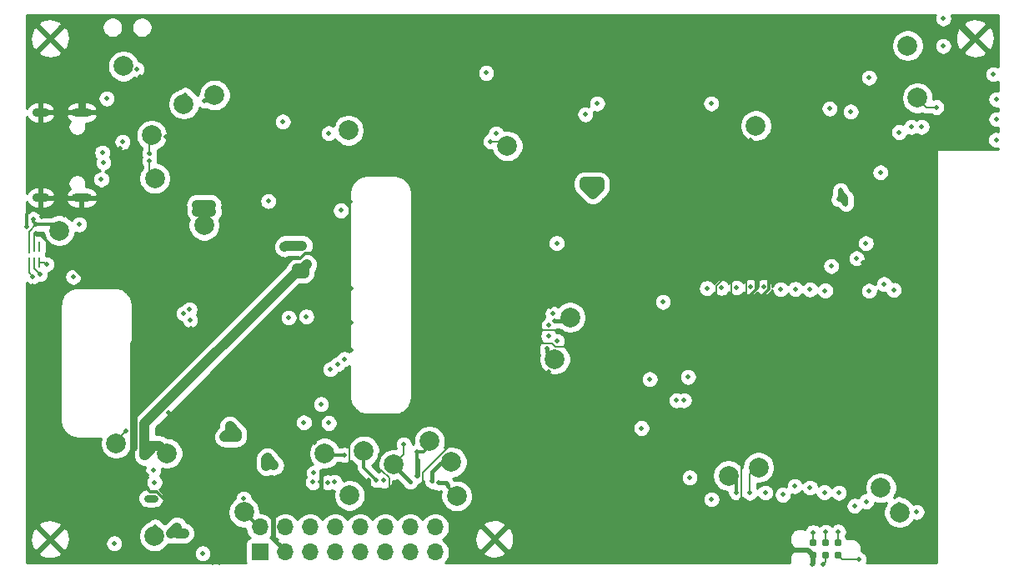
<source format=gbl>
%TF.GenerationSoftware,KiCad,Pcbnew,(5.1.10)-1*%
%TF.CreationDate,2021-07-15T23:48:19-07:00*%
%TF.ProjectId,esp32_sensor,65737033-325f-4736-956e-736f722e6b69,rev?*%
%TF.SameCoordinates,Original*%
%TF.FileFunction,Copper,L4,Bot*%
%TF.FilePolarity,Positive*%
%FSLAX46Y46*%
G04 Gerber Fmt 4.6, Leading zero omitted, Abs format (unit mm)*
G04 Created by KiCad (PCBNEW (5.1.10)-1) date 2021-07-15 23:48:19*
%MOMM*%
%LPD*%
G01*
G04 APERTURE LIST*
%TA.AperFunction,SMDPad,CuDef*%
%ADD10C,2.000000*%
%TD*%
%TA.AperFunction,SMDPad,CuDef*%
%ADD11R,0.250000X1.050000*%
%TD*%
%TA.AperFunction,SMDPad,CuDef*%
%ADD12R,0.250000X1.200000*%
%TD*%
%TA.AperFunction,ComponentPad*%
%ADD13R,1.700000X1.700000*%
%TD*%
%TA.AperFunction,ComponentPad*%
%ADD14O,1.700000X1.700000*%
%TD*%
%TA.AperFunction,ConnectorPad*%
%ADD15C,0.787400*%
%TD*%
%TA.AperFunction,ComponentPad*%
%ADD16O,1.700000X0.900000*%
%TD*%
%TA.AperFunction,ComponentPad*%
%ADD17O,2.000000X0.900000*%
%TD*%
%TA.AperFunction,ViaPad*%
%ADD18C,0.500000*%
%TD*%
%TA.AperFunction,Conductor*%
%ADD19C,0.200000*%
%TD*%
%TA.AperFunction,Conductor*%
%ADD20C,0.750000*%
%TD*%
%TA.AperFunction,Conductor*%
%ADD21C,0.500000*%
%TD*%
%TA.AperFunction,Conductor*%
%ADD22C,0.400000*%
%TD*%
%TA.AperFunction,Conductor*%
%ADD23C,0.300000*%
%TD*%
%TA.AperFunction,Conductor*%
%ADD24C,1.000000*%
%TD*%
%TA.AperFunction,Conductor*%
%ADD25C,0.150000*%
%TD*%
%TA.AperFunction,Conductor*%
%ADD26C,0.254000*%
%TD*%
%TA.AperFunction,Conductor*%
%ADD27C,0.100000*%
%TD*%
G04 APERTURE END LIST*
D10*
%TO.P,TP21,1*%
%TO.N,VDDF*%
X33990000Y-52570000D03*
%TD*%
D11*
%TO.P,U12,6*%
%TO.N,/SDA*%
X30910000Y-55810000D03*
%TO.P,U12,5*%
%TO.N,/SCL*%
X31410000Y-55810000D03*
%TO.P,U12,4*%
%TO.N,Net-(R36-Pad1)*%
X31910000Y-55810000D03*
%TO.P,U12,3*%
%TO.N,Net-(U12-Pad3)*%
X31910000Y-54210000D03*
%TO.P,U12,2*%
%TO.N,GND*%
X31410000Y-54210000D03*
D12*
%TO.P,U12,1*%
%TO.N,VDDF*%
X30910000Y-54285000D03*
%TD*%
D10*
%TO.P,TP29,1*%
%TO.N,Net-(R13-Pad2)*%
X43640000Y-83590000D03*
%TD*%
%TO.P,TP28,1*%
%TO.N,+BATT*%
X52730000Y-81180000D03*
%TD*%
%TO.P,TP27,1*%
%TO.N,Net-(R18-Pad2)*%
X39750000Y-74180000D03*
%TD*%
%TO.P,TP26,1*%
%TO.N,/BOOT0*%
X79470000Y-43980000D03*
%TD*%
%TO.P,TP25,1*%
%TO.N,Net-(TP25-Pad1)*%
X121110000Y-39100000D03*
%TD*%
%TO.P,TP24,1*%
%TO.N,/MOSI*%
X101920000Y-77460000D03*
%TD*%
%TO.P,TP23,1*%
%TO.N,/SCK*%
X104970000Y-76620000D03*
%TD*%
%TO.P,TP22,1*%
%TO.N,/MISO*%
X85840000Y-61390000D03*
%TD*%
%TO.P,TP20,1*%
%TO.N,/TFT_CS*%
X84290000Y-65630000D03*
%TD*%
D13*
%TO.P,J6,1*%
%TO.N,VBUS*%
X54360000Y-85240000D03*
D14*
%TO.P,J6,2*%
%TO.N,+BATT*%
X54360000Y-82700000D03*
%TO.P,J6,3*%
%TO.N,GND*%
X56900000Y-85240000D03*
%TO.P,J6,4*%
%TO.N,+3V3*%
X56900000Y-82700000D03*
%TO.P,J6,5*%
%TO.N,/GPIO12*%
X59440000Y-85240000D03*
%TO.P,J6,6*%
%TO.N,/ALS_INT*%
X59440000Y-82700000D03*
%TO.P,J6,7*%
%TO.N,/GPIO10*%
X61980000Y-85240000D03*
%TO.P,J6,8*%
%TO.N,/PRESS_INT*%
X61980000Y-82700000D03*
%TO.P,J6,9*%
%TO.N,/GPIO38*%
X64520000Y-85240000D03*
%TO.P,J6,10*%
%TO.N,/RESET_N*%
X64520000Y-82700000D03*
%TO.P,J6,11*%
%TO.N,/LDO_EN*%
X67060000Y-85240000D03*
%TO.P,J6,12*%
%TO.N,/AD1*%
X67060000Y-82700000D03*
%TO.P,J6,13*%
%TO.N,/SCL*%
X69600000Y-85240000D03*
%TO.P,J6,14*%
%TO.N,/SDA*%
X69600000Y-82700000D03*
%TO.P,J6,15*%
%TO.N,/RXDO*%
X72140000Y-85240000D03*
%TO.P,J6,16*%
%TO.N,/TXD0*%
X72140000Y-82700000D03*
%TD*%
D10*
%TO.P,TP19,1*%
%TO.N,/LDO_EN*%
X40490000Y-35860000D03*
%TD*%
%TO.P,TP18,1*%
%TO.N,+3V3*%
X48690000Y-52040000D03*
%TD*%
%TO.P,TP17,1*%
%TO.N,/D_P*%
X43670000Y-47270000D03*
%TD*%
%TO.P,TP16,1*%
%TO.N,/D_N*%
X43360000Y-42890000D03*
%TD*%
%TO.P,TP15,1*%
%TO.N,/BOOT0*%
X63340000Y-42400000D03*
%TD*%
%TO.P,TP14,1*%
%TO.N,/AD1*%
X64910000Y-74950000D03*
%TD*%
%TO.P,TP13,1*%
%TO.N,/AD0*%
X104710000Y-41920000D03*
%TD*%
%TO.P,TP12,1*%
%TO.N,/GPIO38*%
X63450000Y-79470000D03*
%TD*%
%TO.P,TP11,1*%
%TO.N,/TXD0*%
X73800000Y-76090000D03*
%TD*%
%TO.P,TP10,1*%
%TO.N,/RXDO*%
X74340000Y-79530000D03*
%TD*%
%TO.P,TP9,1*%
%TO.N,+BATT*%
X44920000Y-75200000D03*
%TD*%
%TO.P,TP8,1*%
%TO.N,VCC*%
X49750000Y-38810000D03*
%TD*%
%TO.P,TP7,1*%
%TO.N,VBUS*%
X46630000Y-39720000D03*
%TD*%
%TO.P,TP6,1*%
%TO.N,/SPIV*%
X117390000Y-78690000D03*
%TD*%
%TO.P,TP5,1*%
%TO.N,/DBG_OUT*%
X119300000Y-81210000D03*
%TD*%
%TO.P,TP4,1*%
%TO.N,/HDC2080_INT*%
X120120000Y-33790000D03*
%TD*%
%TO.P,TP3,1*%
%TO.N,/SDA*%
X67940000Y-76340000D03*
%TD*%
%TO.P,TP2,1*%
%TO.N,/SCL*%
X71570000Y-73960000D03*
%TD*%
%TO.P,TP1,1*%
%TO.N,/RESET_N*%
X60920000Y-75190000D03*
%TD*%
D15*
%TO.P,J7,6*%
%TO.N,/RESET_N*%
X110510000Y-84301000D03*
%TO.P,J7,5*%
%TO.N,GND*%
X110510000Y-85571000D03*
%TO.P,J7,4*%
%TO.N,/TFT_DC*%
X111780000Y-84301000D03*
%TO.P,J7,3*%
%TO.N,/TFT_CS*%
X111780000Y-85571000D03*
%TO.P,J7,2*%
%TO.N,/TFT_RESET*%
X113050000Y-84301000D03*
%TO.P,J7,1*%
%TO.N,/TMS*%
X113050000Y-85571000D03*
%TD*%
D16*
%TO.P,J1,S1*%
%TO.N,GND*%
X32090000Y-49220000D03*
X32090000Y-40580000D03*
D17*
X36260000Y-49220000D03*
X36260000Y-40580000D03*
%TD*%
D18*
%TO.N,Net-(F1-Pad1)*%
X38250000Y-47370000D03*
X38790000Y-39170000D03*
%TO.N,Net-(R11-Pad2)*%
X39550000Y-84330000D03*
X43654996Y-78135004D03*
%TO.N,Net-(R12-Pad1)*%
X43536497Y-76933503D03*
X48540000Y-85340000D03*
%TO.N,Net-(R13-Pad2)*%
X52717932Y-79780040D03*
X43729951Y-82638694D03*
%TO.N,Net-(J9-Pad33)*%
X84480000Y-53840000D03*
X57270000Y-61410000D03*
%TO.N,GND*%
X40135000Y-44245000D03*
X45510000Y-43750000D03*
X49660000Y-45825000D03*
X122070000Y-55000000D03*
X118700000Y-57650000D03*
X115610000Y-55860000D03*
X115670000Y-57370000D03*
X125160000Y-31550000D03*
X125250000Y-34970000D03*
X114180000Y-64430000D03*
X117400000Y-67440000D03*
X110930000Y-67500000D03*
X114170000Y-70700000D03*
X110930000Y-70760000D03*
X117420000Y-70760000D03*
X117400000Y-64450000D03*
X111490000Y-64340000D03*
X122210000Y-62240000D03*
X120910000Y-62240000D03*
X122250000Y-63670000D03*
X121020000Y-63620000D03*
X122110000Y-74950000D03*
X120500000Y-74930000D03*
X118510000Y-75010000D03*
X116820000Y-74940000D03*
X115120000Y-74990000D03*
X96900000Y-75390000D03*
X101050000Y-75330000D03*
X120210000Y-31010000D03*
X118620000Y-30910000D03*
X36250000Y-38940000D03*
X32070000Y-38990000D03*
X36260000Y-50800000D03*
X31600000Y-52860000D03*
X38330000Y-49440000D03*
X45440000Y-43090000D03*
X44770000Y-43020000D03*
X46010000Y-38210000D03*
X44610000Y-34780000D03*
X45550000Y-48910000D03*
X45560000Y-49930000D03*
X44620000Y-50410000D03*
X45580000Y-50830000D03*
X46580000Y-50340000D03*
X46130000Y-42700000D03*
X46150000Y-41920000D03*
X46120000Y-72180000D03*
X47050000Y-72200000D03*
X46780000Y-71520000D03*
X46230000Y-71020000D03*
X45060000Y-71070000D03*
X44940000Y-72220000D03*
X42560000Y-82220000D03*
X41580000Y-82650000D03*
X37420000Y-83110000D03*
X42860000Y-77390000D03*
X56440000Y-80210000D03*
X56420000Y-79590000D03*
X55140000Y-79600000D03*
X55430000Y-80350000D03*
X122080000Y-52270000D03*
X122150000Y-49220000D03*
X122120000Y-46080000D03*
X122090000Y-44730000D03*
X70900000Y-80820000D03*
X65350000Y-80890000D03*
X65350000Y-77960000D03*
X50240000Y-86330000D03*
X60510000Y-81060000D03*
X60510000Y-78130000D03*
X41780000Y-81740000D03*
X44761397Y-80268603D03*
X46001089Y-80280000D03*
X52960000Y-76700000D03*
X52250000Y-76000000D03*
X42430000Y-81250000D03*
X85580000Y-69480000D03*
X86720000Y-69500000D03*
X87710000Y-69600000D03*
X88710000Y-69640000D03*
X49520000Y-86320000D03*
X51240000Y-45825000D03*
X54963503Y-47763503D03*
X77020000Y-78440000D03*
X81800000Y-78420000D03*
X58320000Y-67660000D03*
X61860000Y-67640000D03*
X59940000Y-68940000D03*
X57270000Y-55390000D03*
X59950000Y-54880000D03*
X80590000Y-50250000D03*
X80710000Y-66240000D03*
X80660000Y-60285000D03*
X83880000Y-60285000D03*
X83787346Y-57302654D03*
X122750000Y-81960000D03*
X122120000Y-75920000D03*
X108290000Y-85030000D03*
X110420000Y-86510000D03*
X83890000Y-49950000D03*
X51240000Y-34130000D03*
X57970000Y-34090000D03*
X63320000Y-34070000D03*
X68500000Y-34120000D03*
X72890000Y-34360000D03*
X74770000Y-34680000D03*
X78730000Y-34740000D03*
X72340000Y-41410000D03*
X63940000Y-39960000D03*
X61830000Y-41880000D03*
X67507126Y-80332874D03*
X70920000Y-78370000D03*
X86560000Y-57790000D03*
X85490000Y-56490000D03*
X94580000Y-65880000D03*
X93140000Y-43470000D03*
X98310000Y-43420000D03*
X104150000Y-43340000D03*
X92710000Y-51420000D03*
X98700000Y-51350000D03*
X105900000Y-51450000D03*
X96520000Y-54420000D03*
X91150000Y-55450000D03*
X100750000Y-68750000D03*
X95350000Y-68780000D03*
X91630000Y-79160000D03*
X96990000Y-78330000D03*
X88790000Y-60285010D03*
X83644117Y-66915883D03*
X87140000Y-51730000D03*
X86610000Y-49440000D03*
X83710000Y-54530000D03*
X80880000Y-54770000D03*
X114660000Y-50650000D03*
X108610000Y-43500000D03*
X110880000Y-43710000D03*
X40070000Y-77960000D03*
X42180000Y-36940000D03*
X39450000Y-37750000D03*
X40190000Y-42620000D03*
X34900000Y-34870000D03*
X31230000Y-35320000D03*
X35430000Y-31470000D03*
X40890000Y-31000000D03*
X51260000Y-31560000D03*
X55300000Y-31580000D03*
X55400000Y-33770000D03*
X51510000Y-37960000D03*
X56670000Y-37940000D03*
X50800000Y-42200000D03*
X57990000Y-39080000D03*
X59430000Y-44000000D03*
X61670000Y-48190000D03*
X57990000Y-49800000D03*
X33030000Y-70840000D03*
X33120000Y-75300000D03*
X33070000Y-77270000D03*
X33070000Y-81370000D03*
X36280000Y-81680000D03*
X38590000Y-81320000D03*
X37830000Y-79450000D03*
X52740000Y-83780000D03*
X75730000Y-85920000D03*
X81180000Y-85990000D03*
X86770000Y-85860000D03*
X91410000Y-85970000D03*
X96950000Y-86100000D03*
X101050000Y-86110000D03*
X104400000Y-85990000D03*
X100720000Y-62010000D03*
X98160000Y-58440000D03*
X110690000Y-31810000D03*
X113650000Y-31750000D03*
X101660000Y-32040000D03*
X98540000Y-32190000D03*
X90010000Y-32020000D03*
X86260000Y-32040000D03*
X78350000Y-31830000D03*
X59680000Y-46780000D03*
X46720000Y-65780000D03*
X45600000Y-64430000D03*
X65490000Y-45970000D03*
X69330000Y-46190000D03*
X71480000Y-48330000D03*
X63620000Y-64720000D03*
X63570000Y-61880000D03*
X63590000Y-58470000D03*
X75780000Y-52660000D03*
X78690000Y-55590000D03*
X86390000Y-65790000D03*
X87520000Y-65230000D03*
X94490000Y-63490000D03*
X94290000Y-62480000D03*
X96980000Y-65940000D03*
X72620000Y-61100000D03*
X76450000Y-61460000D03*
X73740000Y-71320000D03*
X85910000Y-78310000D03*
X33420000Y-59700000D03*
X80880000Y-69700000D03*
X45083596Y-38963596D03*
%TO.N,+3V3*%
X77320000Y-36560000D03*
%TO.N,VBUS*%
X45310000Y-83330000D03*
X45960000Y-83310000D03*
X46660000Y-83320000D03*
X45930000Y-82710000D03*
X42960000Y-79760000D03*
X43619998Y-79760000D03*
X50780000Y-73540000D03*
X52000000Y-73520000D03*
X51290000Y-72440000D03*
X46330000Y-39470000D03*
X47010000Y-39390000D03*
X46780000Y-38800000D03*
X57800000Y-54120000D03*
X58640000Y-54090000D03*
X56860000Y-54220000D03*
%TO.N,+BATT*%
X43310000Y-74430000D03*
X42640000Y-74450000D03*
X42670000Y-75420000D03*
X58850000Y-56900000D03*
X58140000Y-56450000D03*
X59100000Y-56020000D03*
%TO.N,+3V3*%
X47940000Y-49940000D03*
X48710000Y-49950000D03*
X47950000Y-50630000D03*
X48730000Y-50620000D03*
X49410000Y-50630000D03*
X49400000Y-49970000D03*
%TO.N,GND*%
X103200000Y-79910000D03*
X104930000Y-79770000D03*
X103540000Y-83450000D03*
X100500000Y-82960000D03*
X98430000Y-82920000D03*
X97060000Y-82510000D03*
X123640000Y-38010000D03*
X128060000Y-37930000D03*
X118550000Y-40370000D03*
X119440000Y-39620000D03*
X116500000Y-35930000D03*
X119040000Y-40790000D03*
X124080000Y-32390000D03*
X119099228Y-56507893D03*
X117020000Y-44820000D03*
X37470000Y-58080000D03*
X39430000Y-53280000D03*
X34450000Y-50980000D03*
X30950000Y-50640000D03*
X32160000Y-51140000D03*
X31266678Y-58178206D03*
X32120000Y-59110000D03*
X53030000Y-53560000D03*
X53150000Y-51310000D03*
X51660000Y-51290000D03*
X84020000Y-45390000D03*
X81130000Y-45320000D03*
X78460000Y-45320000D03*
X75990000Y-44250000D03*
X70020000Y-49980000D03*
X108800000Y-74750000D03*
X107150000Y-74010000D03*
X105060000Y-72330000D03*
X30688907Y-52209340D03*
X39240000Y-50640000D03*
X37950000Y-51000000D03*
X39690000Y-49200000D03*
X44050000Y-49590000D03*
X45090000Y-53790000D03*
X46590000Y-53780000D03*
X45880000Y-55170000D03*
X38990000Y-58100000D03*
X40220000Y-58270000D03*
X52090000Y-68840000D03*
X59910000Y-74140000D03*
X56890000Y-75030000D03*
X51960000Y-67620000D03*
X51930000Y-66060000D03*
X35640000Y-53180000D03*
X36100000Y-54280000D03*
X37080000Y-54270000D03*
X37030000Y-53230000D03*
X49120000Y-60770000D03*
X51160000Y-60470000D03*
X47380000Y-62540000D03*
X49090000Y-63260000D03*
X46460000Y-58490000D03*
X49520000Y-58260000D03*
X48240000Y-57090000D03*
X63730000Y-46020000D03*
X63490000Y-49610000D03*
X63280000Y-51560000D03*
X45210000Y-61270000D03*
X45670000Y-61790000D03*
X44850000Y-60680000D03*
X45390000Y-57890000D03*
X46890000Y-59260000D03*
X61900000Y-68590000D03*
X61920000Y-69480000D03*
X63480000Y-74060000D03*
X71160000Y-70170000D03*
X69240000Y-71490000D03*
X62690000Y-73450000D03*
X61970000Y-73010000D03*
X66970000Y-73580000D03*
X67980000Y-73620000D03*
X73950000Y-73480000D03*
X75110000Y-72870000D03*
X76420000Y-73020000D03*
X69990000Y-68180000D03*
X72360000Y-65960000D03*
X73640000Y-64150000D03*
X70000000Y-63460000D03*
X69960000Y-60850000D03*
X70020000Y-58310000D03*
X70050000Y-56770000D03*
%TO.N,+3V3*%
X55000000Y-76440000D03*
X55750000Y-76400000D03*
X55110000Y-75670000D03*
X87300000Y-47620000D03*
X88810000Y-47640000D03*
X88140000Y-48870000D03*
X113300000Y-48460000D03*
X113855000Y-49860000D03*
X113110000Y-49400000D03*
X88590000Y-39660000D03*
X100170000Y-39660000D03*
X112190000Y-40180000D03*
X56670000Y-41510000D03*
X59060000Y-61290000D03*
X36000000Y-51950000D03*
%TO.N,VCC*%
X41849137Y-36195786D03*
X48694988Y-39358084D03*
%TO.N,/LDO_EN*%
X40400000Y-43580000D03*
X40150000Y-35220000D03*
X66950000Y-77960000D03*
X61340000Y-72120000D03*
X58820000Y-72060000D03*
%TO.N,/HDC2080_INT*%
X116210000Y-58690000D03*
X120132272Y-33460701D03*
%TO.N,/RESET_N*%
X121030000Y-81160000D03*
X110500000Y-83220000D03*
X62920000Y-75360000D03*
X60560000Y-70190000D03*
X62560000Y-50530000D03*
%TO.N,/SCL*%
X123730000Y-33820000D03*
X97980000Y-77640000D03*
X116200000Y-37040000D03*
X62230000Y-66140000D03*
X70300000Y-75030000D03*
X70260000Y-77460000D03*
X115880000Y-53860000D03*
X112350000Y-56180000D03*
X121548555Y-42035000D03*
X32030000Y-57010000D03*
X47210000Y-60570000D03*
%TO.N,/SDA*%
X123750000Y-31020000D03*
X69630000Y-78090000D03*
X114940000Y-55390000D03*
X114330000Y-40480000D03*
X62960000Y-65620000D03*
X68950000Y-74310000D03*
X100210000Y-79870000D03*
X120490000Y-42035000D03*
%TO.N,/DBG_OUT*%
X119270000Y-80360000D03*
%TO.N,/SPIV*%
X117470000Y-79380000D03*
%TO.N,/TFT_LITE*%
X55189492Y-49585508D03*
X93090002Y-72630000D03*
%TO.N,/BOOT0*%
X118690000Y-58580000D03*
X62880000Y-41740000D03*
X77770000Y-43520000D03*
%TO.N,/RXDO*%
X72460910Y-78202317D03*
X115911291Y-80083301D03*
%TO.N,/TXD0*%
X71840000Y-78010000D03*
X114730000Y-80520000D03*
%TO.N,/TFT_RESET*%
X111660000Y-79152317D03*
X113070000Y-83150000D03*
X84080000Y-61020000D03*
%TO.N,/TFT_CS*%
X111540000Y-86500000D03*
X110210000Y-78680000D03*
X83520000Y-64540000D03*
%TO.N,/TFT_DC*%
X111810000Y-83180000D03*
X108650000Y-78530000D03*
X84490000Y-63780000D03*
%TO.N,/MISO*%
X105650000Y-79190000D03*
X84258988Y-61728007D03*
%TO.N,/SCK*%
X104100000Y-79200000D03*
X83640000Y-63250000D03*
%TO.N,/MOSI*%
X102710000Y-79152317D03*
X83690000Y-62210000D03*
%TO.N,/AD0*%
X97821551Y-67449785D03*
X104300000Y-41300000D03*
%TO.N,/AD1*%
X66180000Y-77910000D03*
X87390000Y-40780000D03*
X93930000Y-67670000D03*
%TO.N,/BTN*%
X61340000Y-42690000D03*
X117720000Y-58020000D03*
X78310000Y-42700000D03*
%TO.N,/LED0*%
X129100000Y-43350000D03*
X111740000Y-58660000D03*
%TO.N,/LED1*%
X129120000Y-41260000D03*
X110210000Y-58560000D03*
%TO.N,/LED2*%
X129110000Y-39260000D03*
%TO.N,/LED3*%
X107220000Y-58530000D03*
X128826885Y-36684896D03*
%TO.N,/LED2*%
X108710000Y-58500000D03*
%TO.N,/GPIO38*%
X63430000Y-79610000D03*
X107440000Y-79400000D03*
%TO.N,/PRESS_INT*%
X61930000Y-78100000D03*
X105490001Y-58310000D03*
%TO.N,/GPIO10*%
X61219124Y-78139124D03*
X104200000Y-58300000D03*
%TO.N,/ALS_INT*%
X102750000Y-58360000D03*
X59730000Y-78130000D03*
%TO.N,/GPIO12*%
X101220000Y-58400000D03*
%TO.N,/TMS*%
X113130000Y-79200000D03*
X115150000Y-85960000D03*
%TO.N,/CTC_IRQ*%
X99740000Y-58410000D03*
X61500000Y-66650000D03*
%TO.N,/D_P*%
X38460000Y-45680000D03*
X38340000Y-44660000D03*
%TO.N,Net-(R18-Pad2)*%
X95270000Y-59810000D03*
X40737829Y-72944288D03*
%TO.N,/D_P*%
X43117502Y-45475000D03*
X96647394Y-69824517D03*
%TO.N,/D_N*%
X43117502Y-44725000D03*
X97415000Y-69810000D03*
%TO.N,/PRESS_INT*%
X117350000Y-46660000D03*
X119260000Y-42575000D03*
%TO.N,Net-(TP25-Pad1)*%
X123013691Y-40035000D03*
%TO.N,Net-(R36-Pad1)*%
X32670000Y-56000000D03*
%TO.N,/SDA*%
X31280000Y-57240000D03*
X46590000Y-60984990D03*
%TO.N,/GPIO12*%
X59840000Y-77180000D03*
%TO.N,VDDF*%
X31310000Y-51390000D03*
X31610000Y-51960000D03*
%TO.N,/ALS_INT*%
X35390000Y-57270000D03*
X47260000Y-61670000D03*
%TD*%
D19*
%TO.N,GND*%
X83449999Y-62710001D02*
X85079999Y-62710001D01*
X83429998Y-62690000D02*
X83449999Y-62710001D01*
X82460000Y-62690000D02*
X83429998Y-62690000D01*
X66689999Y-76880000D02*
X67507126Y-77697127D01*
X66360000Y-76880000D02*
X66689999Y-76880000D01*
X67507126Y-77697127D02*
X67507126Y-79832873D01*
X63440000Y-76560000D02*
X63440000Y-73890000D01*
X41500000Y-71690000D02*
X41500000Y-73890000D01*
D20*
X41512830Y-74657170D02*
X41512830Y-64897170D01*
X41512830Y-64897170D02*
X41512830Y-64057170D01*
X41512830Y-64057170D02*
X43380000Y-62190000D01*
D21*
X126660000Y-33050000D02*
X125160000Y-31550000D01*
X126960000Y-33050000D02*
X126660000Y-33050000D01*
D20*
X36260000Y-38950000D02*
X36250000Y-38940000D01*
X36260000Y-40580000D02*
X36260000Y-38950000D01*
D22*
X65350000Y-77960000D02*
X65350000Y-80890000D01*
X60540000Y-80720000D02*
X60540000Y-76950000D01*
D23*
X42200000Y-78060000D02*
X42540735Y-78400735D01*
X42200000Y-76860000D02*
X42200000Y-78060000D01*
X44761397Y-79946791D02*
X44761397Y-80268603D01*
X43899596Y-79084990D02*
X44761397Y-79946791D01*
X43224990Y-79084990D02*
X43899596Y-79084990D01*
X42540735Y-78400735D02*
X43224990Y-79084990D01*
D22*
X55679999Y-83849999D02*
X56900000Y-85070000D01*
X55679999Y-80599999D02*
X55679999Y-83849999D01*
X55430000Y-80350000D02*
X55679999Y-80599999D01*
X55699999Y-80619999D02*
X55430000Y-80350000D01*
X55699999Y-83730001D02*
X55699999Y-80619999D01*
D24*
X53025000Y-45825000D02*
X54963503Y-47763503D01*
X51240000Y-45825000D02*
X53025000Y-45825000D01*
D23*
X58981384Y-54880000D02*
X59950000Y-54880000D01*
X58471384Y-55390000D02*
X58981384Y-54880000D01*
X57270000Y-55390000D02*
X58471384Y-55390000D01*
D21*
X109969000Y-85030000D02*
X108290000Y-85030000D01*
X110510000Y-85571000D02*
X109969000Y-85030000D01*
X110510000Y-86420000D02*
X110420000Y-86510000D01*
X110510000Y-85571000D02*
X110510000Y-86420000D01*
D23*
X63940000Y-39960000D02*
X63100000Y-39120000D01*
D21*
%TO.N,VBUS*%
X45940000Y-83330000D02*
X45960000Y-83310000D01*
X45310000Y-83330000D02*
X45940000Y-83330000D01*
X46540000Y-83320000D02*
X45930000Y-82710000D01*
X46660000Y-83320000D02*
X46540000Y-83320000D01*
D24*
X45310000Y-83330000D02*
X45930000Y-82710000D01*
X46650000Y-83310000D02*
X46660000Y-83320000D01*
X45960000Y-83310000D02*
X46650000Y-83310000D01*
D20*
X42960000Y-79760000D02*
X43619998Y-79760000D01*
D24*
X52000000Y-73150000D02*
X51290000Y-72440000D01*
X52000000Y-73520000D02*
X52000000Y-73150000D01*
X51290000Y-73030000D02*
X50780000Y-73540000D01*
X51290000Y-72440000D02*
X51290000Y-73030000D01*
X51980000Y-73540000D02*
X52000000Y-73520000D01*
X50780000Y-73540000D02*
X51980000Y-73540000D01*
X56990000Y-54090000D02*
X56860000Y-54220000D01*
X58640000Y-54090000D02*
X56990000Y-54090000D01*
%TO.N,+BATT*%
X42640000Y-75390000D02*
X42670000Y-75420000D01*
X42640000Y-74450000D02*
X42640000Y-75390000D01*
X43290000Y-74450000D02*
X43310000Y-74430000D01*
X42640000Y-74450000D02*
X43290000Y-74450000D01*
X43310000Y-74780000D02*
X42670000Y-75420000D01*
X43310000Y-74430000D02*
X43310000Y-74780000D01*
X44150000Y-74430000D02*
X44920000Y-75200000D01*
X43310000Y-74430000D02*
X44150000Y-74430000D01*
X58400000Y-56450000D02*
X58850000Y-56900000D01*
X58140000Y-56450000D02*
X58400000Y-56450000D01*
X58850000Y-56270000D02*
X59100000Y-56020000D01*
X58850000Y-56900000D02*
X58850000Y-56270000D01*
D19*
%TO.N,GND*%
X73740000Y-74299998D02*
X70920000Y-77119998D01*
X70920000Y-77119998D02*
X70920000Y-78370000D01*
X73740000Y-71320000D02*
X73740000Y-74299998D01*
X86669999Y-64379999D02*
X87520000Y-65230000D01*
X84349997Y-64379999D02*
X86669999Y-64379999D01*
X84009997Y-64039999D02*
X84349997Y-64379999D01*
X82910001Y-64039999D02*
X84009997Y-64039999D01*
X80710000Y-66240000D02*
X82910001Y-64039999D01*
X66360000Y-76880000D02*
X66360000Y-75320000D01*
X66360000Y-75320000D02*
X67390000Y-74290000D01*
X105990002Y-58040004D02*
X105990002Y-58550001D01*
X105900000Y-57950002D02*
X105990002Y-58040004D01*
X105990002Y-58550001D02*
X102530003Y-62010000D01*
X105900000Y-51450000D02*
X105900000Y-57950002D01*
X105900000Y-52979998D02*
X105900000Y-51450000D01*
X100720000Y-58159998D02*
X105900000Y-52979998D01*
X100720000Y-62010000D02*
X100720000Y-58159998D01*
X102249999Y-60880001D02*
X101120000Y-62010000D01*
X105900000Y-51450000D02*
X102249999Y-55100001D01*
X101120000Y-62010000D02*
X100720000Y-62010000D01*
X102249999Y-55100001D02*
X102249999Y-60880001D01*
X102530003Y-62010000D02*
X101120000Y-62010000D01*
X101230002Y-62010000D02*
X100720000Y-62010000D01*
X104700001Y-58540001D02*
X101230002Y-62010000D01*
X104700001Y-52649999D02*
X104700001Y-58540001D01*
X105900000Y-51450000D02*
X104700001Y-52649999D01*
X104990000Y-52360000D02*
X105900000Y-51450000D01*
X104990000Y-58250002D02*
X104990000Y-52360000D01*
X101230002Y-62010000D02*
X104990000Y-58250002D01*
X103699999Y-59030001D02*
X100720000Y-62010000D01*
X103699999Y-53650001D02*
X103699999Y-59030001D01*
X105900000Y-51450000D02*
X103699999Y-53650001D01*
D23*
X101304002Y-62010000D02*
X104830000Y-58484002D01*
X100720000Y-62010000D02*
X101304002Y-62010000D01*
X104830000Y-58484002D02*
X104830000Y-56980000D01*
X106040002Y-51590002D02*
X105900000Y-51450000D01*
X106040002Y-58574001D02*
X106040002Y-51590002D01*
X102604003Y-62010000D02*
X106040002Y-58574001D01*
X100720000Y-62010000D02*
X102604003Y-62010000D01*
D19*
X103210001Y-76370001D02*
X102170000Y-75330000D01*
X102170000Y-75330000D02*
X101050000Y-75330000D01*
X103210001Y-79979999D02*
X103210001Y-76370001D01*
X103200000Y-79990000D02*
X103210001Y-79979999D01*
X103200000Y-79910000D02*
X103200000Y-79990000D01*
D21*
X119440000Y-39620000D02*
X119440000Y-40390000D01*
X119440000Y-40390000D02*
X119040000Y-40790000D01*
X118970000Y-40790000D02*
X119040000Y-40790000D01*
X118550000Y-40370000D02*
X118970000Y-40790000D01*
D25*
X31410000Y-53050000D02*
X31410000Y-54210000D01*
X31600000Y-52860000D02*
X31410000Y-53050000D01*
D23*
X30688907Y-50901093D02*
X30688907Y-52209340D01*
X30950000Y-50640000D02*
X30688907Y-50901093D01*
X36590000Y-57480000D02*
X38100000Y-57480000D01*
X31970000Y-52860000D02*
X36590000Y-57480000D01*
X31600000Y-52860000D02*
X31970000Y-52860000D01*
%TO.N,+BATT*%
X54250000Y-82700000D02*
X52730000Y-81180000D01*
X54360000Y-82700000D02*
X54250000Y-82700000D01*
D24*
X42640000Y-74450000D02*
X42640000Y-72157998D01*
X57897998Y-56900000D02*
X58850000Y-56900000D01*
X42640000Y-72157998D02*
X57897998Y-56900000D01*
%TO.N,+3V3*%
X55000000Y-75780000D02*
X55110000Y-75670000D01*
X55000000Y-76440000D02*
X55000000Y-75780000D01*
X55110000Y-75760000D02*
X55750000Y-76400000D01*
X55110000Y-75670000D02*
X55110000Y-75760000D01*
X49370000Y-49940000D02*
X49400000Y-49970000D01*
X47940000Y-49940000D02*
X49370000Y-49940000D01*
X47950000Y-50630000D02*
X49410000Y-50630000D01*
X48730000Y-52000000D02*
X48690000Y-52040000D01*
X48730000Y-50620000D02*
X48730000Y-52000000D01*
X87320000Y-47640000D02*
X87300000Y-47620000D01*
X88810000Y-47640000D02*
X87320000Y-47640000D01*
X87300000Y-48030000D02*
X88140000Y-48870000D01*
X87300000Y-47620000D02*
X87300000Y-48030000D01*
X88810000Y-48200000D02*
X88140000Y-48870000D01*
X88810000Y-47640000D02*
X88810000Y-48200000D01*
D21*
X113300000Y-49210000D02*
X113110000Y-49400000D01*
X113300000Y-48460000D02*
X113300000Y-49210000D01*
X113395000Y-49400000D02*
X113855000Y-49860000D01*
X113110000Y-49400000D02*
X113395000Y-49400000D01*
X113300000Y-49305000D02*
X113855000Y-49860000D01*
X113300000Y-48460000D02*
X113300000Y-49305000D01*
X113855000Y-49860000D02*
X113855000Y-49195000D01*
X113300000Y-48640000D02*
X113300000Y-48460000D01*
X113855000Y-49195000D02*
X113300000Y-48640000D01*
D23*
%TO.N,VCC*%
X49201916Y-39358084D02*
X49750000Y-38810000D01*
X48694988Y-39358084D02*
X49201916Y-39358084D01*
D25*
%TO.N,/RESET_N*%
X110510000Y-83230000D02*
X110500000Y-83220000D01*
X110510000Y-84301000D02*
X110510000Y-83230000D01*
D23*
X61180010Y-75360000D02*
X61010010Y-75190000D01*
X62920000Y-75360000D02*
X61180010Y-75360000D01*
D22*
%TO.N,/SCL*%
X70340000Y-77380000D02*
X70260000Y-77460000D01*
X70340000Y-75910000D02*
X70340000Y-77380000D01*
D23*
X70260000Y-75070000D02*
X70300000Y-75030000D01*
X70260000Y-77460000D02*
X70260000Y-75070000D01*
X70980000Y-75030000D02*
X71570000Y-74440000D01*
X70300000Y-75030000D02*
X70980000Y-75030000D01*
D25*
X31410000Y-55810000D02*
X31410000Y-56390000D01*
X31410000Y-56390000D02*
X32030000Y-57010000D01*
D22*
%TO.N,/SDA*%
X67940000Y-76400000D02*
X69630000Y-78090000D01*
X67940000Y-76340000D02*
X67940000Y-76400000D01*
D25*
X68950000Y-75330000D02*
X67940000Y-76340000D01*
X68950000Y-74310000D02*
X68950000Y-75330000D01*
D22*
%TO.N,/RXDO*%
X73232317Y-78202317D02*
X73440000Y-78410000D01*
X72460910Y-78202317D02*
X73232317Y-78202317D01*
D23*
X73440000Y-78630000D02*
X74340000Y-79530000D01*
X73440000Y-78410000D02*
X73440000Y-78630000D01*
D22*
%TO.N,/TXD0*%
X71840000Y-77040000D02*
X72650000Y-76230000D01*
X71840000Y-78010000D02*
X71840000Y-77040000D01*
D23*
X73660000Y-76230000D02*
X73800000Y-76090000D01*
X72650000Y-76230000D02*
X73660000Y-76230000D01*
D25*
%TO.N,/TFT_RESET*%
X113050000Y-83170000D02*
X113070000Y-83150000D01*
X113050000Y-84301000D02*
X113050000Y-83170000D01*
%TO.N,/TFT_CS*%
X111780000Y-86260000D02*
X111540000Y-86500000D01*
X111780000Y-85571000D02*
X111780000Y-86260000D01*
D22*
X83520000Y-64860000D02*
X83520000Y-64540000D01*
X84290000Y-65630000D02*
X83520000Y-64860000D01*
D25*
%TO.N,/TFT_DC*%
X111780000Y-83210000D02*
X111810000Y-83180000D01*
X111780000Y-84301000D02*
X111780000Y-83210000D01*
D22*
%TO.N,/MISO*%
X85501993Y-61728007D02*
X85840000Y-61390000D01*
X84258988Y-61728007D02*
X85501993Y-61728007D01*
D25*
%TO.N,/SCK*%
X104100000Y-77350000D02*
X104270000Y-77180000D01*
X104100000Y-79200000D02*
X104100000Y-77350000D01*
D23*
%TO.N,/MOSI*%
X102710000Y-78010000D02*
X102600000Y-77900000D01*
X102710000Y-79152317D02*
X102710000Y-78010000D01*
%TO.N,/AD1*%
X64910000Y-76640000D02*
X66180000Y-77910000D01*
X64910000Y-74950000D02*
X64910000Y-76640000D01*
D25*
%TO.N,/GPIO38*%
X63450000Y-79590000D02*
X63430000Y-79610000D01*
X63450000Y-79470000D02*
X63450000Y-79590000D01*
%TO.N,/TMS*%
X113050000Y-85571000D02*
X113439000Y-85960000D01*
X113439000Y-85960000D02*
X115150000Y-85960000D01*
D19*
%TO.N,Net-(R18-Pad2)*%
X40737829Y-72944288D02*
X39462117Y-74220000D01*
%TO.N,/D_P*%
X43117502Y-45475000D02*
X43267502Y-45325000D01*
D25*
X43117502Y-46717502D02*
X43670000Y-47270000D01*
X43117502Y-45475000D02*
X43117502Y-46717502D01*
D19*
%TO.N,/D_N*%
X43117502Y-44725000D02*
X43267502Y-44875000D01*
D25*
X43117502Y-43132498D02*
X43360000Y-42890000D01*
X43117502Y-44725000D02*
X43117502Y-43132498D01*
D19*
%TO.N,Net-(TP25-Pad1)*%
X122045000Y-40035000D02*
X121110000Y-39100000D01*
X123013691Y-40035000D02*
X122045000Y-40035000D01*
D25*
%TO.N,Net-(R36-Pad1)*%
X32480000Y-55810000D02*
X32670000Y-56000000D01*
X31910000Y-55810000D02*
X32480000Y-55810000D01*
%TO.N,/SDA*%
X30910000Y-55810000D02*
X30910000Y-56870000D01*
X30910000Y-56870000D02*
X31280000Y-57240000D01*
%TO.N,/BOOT0*%
X79010000Y-43520000D02*
X79470000Y-43980000D01*
X77770000Y-43520000D02*
X79010000Y-43520000D01*
%TO.N,VDDF*%
X30910000Y-54210000D02*
X30910000Y-52660000D01*
X30910000Y-52660000D02*
X31610000Y-51960000D01*
D23*
X31310000Y-51660000D02*
X31610000Y-51960000D01*
X31310000Y-51390000D02*
X31310000Y-51660000D01*
X33380000Y-51960000D02*
X33690000Y-52270000D01*
X31610000Y-51960000D02*
X33380000Y-51960000D01*
%TD*%
D26*
%TO.N,GND*%
X122899010Y-30761855D02*
X122865000Y-30932835D01*
X122865000Y-31107165D01*
X122899010Y-31278145D01*
X122965723Y-31439205D01*
X123062576Y-31584155D01*
X123185845Y-31707424D01*
X123330795Y-31804277D01*
X123491855Y-31870990D01*
X123662835Y-31905000D01*
X123837165Y-31905000D01*
X124008145Y-31870990D01*
X124169205Y-31804277D01*
X124314155Y-31707424D01*
X124356417Y-31665162D01*
X125754767Y-31665162D01*
X126960000Y-32870395D01*
X128165233Y-31665162D01*
X128027276Y-31364956D01*
X127678033Y-31189118D01*
X127301196Y-31084793D01*
X126911247Y-31055991D01*
X126523172Y-31103816D01*
X126151884Y-31226432D01*
X125892724Y-31364956D01*
X125754767Y-31665162D01*
X124356417Y-31665162D01*
X124437424Y-31584155D01*
X124534277Y-31439205D01*
X124600990Y-31278145D01*
X124635000Y-31107165D01*
X124635000Y-30932835D01*
X124600990Y-30761855D01*
X124569156Y-30685000D01*
X129315000Y-30685000D01*
X129315000Y-35946664D01*
X129246090Y-35900619D01*
X129085030Y-35833906D01*
X128914050Y-35799896D01*
X128739720Y-35799896D01*
X128568740Y-35833906D01*
X128407680Y-35900619D01*
X128262730Y-35997472D01*
X128139461Y-36120741D01*
X128042608Y-36265691D01*
X127975895Y-36426751D01*
X127941885Y-36597731D01*
X127941885Y-36772061D01*
X127975895Y-36943041D01*
X128042608Y-37104101D01*
X128139461Y-37249051D01*
X128262730Y-37372320D01*
X128407680Y-37469173D01*
X128568740Y-37535886D01*
X128739720Y-37569896D01*
X128914050Y-37569896D01*
X129085030Y-37535886D01*
X129246090Y-37469173D01*
X129315000Y-37423128D01*
X129315000Y-38398439D01*
X129197165Y-38375000D01*
X129022835Y-38375000D01*
X128851855Y-38409010D01*
X128690795Y-38475723D01*
X128545845Y-38572576D01*
X128422576Y-38695845D01*
X128325723Y-38840795D01*
X128259010Y-39001855D01*
X128225000Y-39172835D01*
X128225000Y-39347165D01*
X128259010Y-39518145D01*
X128325723Y-39679205D01*
X128422576Y-39824155D01*
X128545845Y-39947424D01*
X128690795Y-40044277D01*
X128851855Y-40110990D01*
X129022835Y-40145000D01*
X129197165Y-40145000D01*
X129315000Y-40121561D01*
X129315000Y-40396450D01*
X129207165Y-40375000D01*
X129032835Y-40375000D01*
X128861855Y-40409010D01*
X128700795Y-40475723D01*
X128555845Y-40572576D01*
X128432576Y-40695845D01*
X128335723Y-40840795D01*
X128269010Y-41001855D01*
X128235000Y-41172835D01*
X128235000Y-41347165D01*
X128269010Y-41518145D01*
X128335723Y-41679205D01*
X128432576Y-41824155D01*
X128555845Y-41947424D01*
X128700795Y-42044277D01*
X128861855Y-42110990D01*
X129032835Y-42145000D01*
X129207165Y-42145000D01*
X129315000Y-42123550D01*
X129315000Y-42490428D01*
X129187165Y-42465000D01*
X129012835Y-42465000D01*
X128841855Y-42499010D01*
X128680795Y-42565723D01*
X128535845Y-42662576D01*
X128412576Y-42785845D01*
X128315723Y-42930795D01*
X128249010Y-43091855D01*
X128215000Y-43262835D01*
X128215000Y-43437165D01*
X128249010Y-43608145D01*
X128315723Y-43769205D01*
X128412576Y-43914155D01*
X128535845Y-44037424D01*
X128680795Y-44134277D01*
X128841855Y-44200990D01*
X129012835Y-44235000D01*
X129187165Y-44235000D01*
X129315000Y-44209572D01*
X129315000Y-44310182D01*
X123210149Y-44303000D01*
X123185224Y-44305440D01*
X123161399Y-44312667D01*
X123139443Y-44324403D01*
X123120197Y-44340197D01*
X123104403Y-44359443D01*
X123092667Y-44381399D01*
X123085440Y-44405224D01*
X123083000Y-44430000D01*
X123083000Y-86315000D01*
X115960871Y-86315000D01*
X116000990Y-86218145D01*
X116035000Y-86047165D01*
X116035000Y-85872835D01*
X116000990Y-85701855D01*
X115934277Y-85540795D01*
X115837424Y-85395845D01*
X115714155Y-85272576D01*
X115569205Y-85175723D01*
X115435755Y-85120446D01*
X115450300Y-85047325D01*
X115450300Y-84824675D01*
X115406863Y-84606304D01*
X115321659Y-84400602D01*
X115197961Y-84215476D01*
X115040524Y-84058039D01*
X114855398Y-83934341D01*
X114649696Y-83849137D01*
X114431325Y-83805700D01*
X114208675Y-83805700D01*
X113990304Y-83849137D01*
X113978341Y-83854092D01*
X113961622Y-83813728D01*
X113849043Y-83645242D01*
X113821724Y-83617923D01*
X113854277Y-83569205D01*
X113920990Y-83408145D01*
X113955000Y-83237165D01*
X113955000Y-83062835D01*
X113920990Y-82891855D01*
X113854277Y-82730795D01*
X113757424Y-82585845D01*
X113634155Y-82462576D01*
X113489205Y-82365723D01*
X113328145Y-82299010D01*
X113157165Y-82265000D01*
X112982835Y-82265000D01*
X112811855Y-82299010D01*
X112650795Y-82365723D01*
X112505845Y-82462576D01*
X112425000Y-82543421D01*
X112374155Y-82492576D01*
X112229205Y-82395723D01*
X112068145Y-82329010D01*
X111897165Y-82295000D01*
X111722835Y-82295000D01*
X111551855Y-82329010D01*
X111390795Y-82395723D01*
X111245845Y-82492576D01*
X111135000Y-82603421D01*
X111064155Y-82532576D01*
X110919205Y-82435723D01*
X110758145Y-82369010D01*
X110587165Y-82335000D01*
X110412835Y-82335000D01*
X110241855Y-82369010D01*
X110080795Y-82435723D01*
X109935845Y-82532576D01*
X109812576Y-82655845D01*
X109715723Y-82800795D01*
X109682903Y-82880029D01*
X109569696Y-82833137D01*
X109351325Y-82789700D01*
X109128675Y-82789700D01*
X108910304Y-82833137D01*
X108704602Y-82918341D01*
X108519476Y-83042039D01*
X108362039Y-83199476D01*
X108238341Y-83384602D01*
X108153137Y-83590304D01*
X108109700Y-83808675D01*
X108109700Y-84031325D01*
X108153137Y-84249696D01*
X108238341Y-84455398D01*
X108362039Y-84640524D01*
X108519476Y-84797961D01*
X108704602Y-84921659D01*
X108739224Y-84936000D01*
X108704602Y-84950341D01*
X108519476Y-85074039D01*
X108362039Y-85231476D01*
X108238341Y-85416602D01*
X108153137Y-85622304D01*
X108109700Y-85840675D01*
X108109700Y-86063325D01*
X108153137Y-86281696D01*
X108166932Y-86315000D01*
X73165107Y-86315000D01*
X73293475Y-86186632D01*
X73455990Y-85943411D01*
X73567932Y-85673158D01*
X73625000Y-85386260D01*
X73625000Y-85274838D01*
X76954767Y-85274838D01*
X77092724Y-85575044D01*
X77441967Y-85750882D01*
X77818804Y-85855207D01*
X78208753Y-85884009D01*
X78596828Y-85836184D01*
X78968116Y-85713568D01*
X79227276Y-85575044D01*
X79365233Y-85274838D01*
X78160000Y-84069605D01*
X76954767Y-85274838D01*
X73625000Y-85274838D01*
X73625000Y-85093740D01*
X73567932Y-84806842D01*
X73455990Y-84536589D01*
X73293475Y-84293368D01*
X73086632Y-84086525D01*
X72912240Y-83970000D01*
X72959004Y-83938753D01*
X76165991Y-83938753D01*
X76213816Y-84326828D01*
X76336432Y-84698116D01*
X76474956Y-84957276D01*
X76775162Y-85095233D01*
X77980395Y-83890000D01*
X78339605Y-83890000D01*
X79544838Y-85095233D01*
X79845044Y-84957276D01*
X80020882Y-84608033D01*
X80125207Y-84231196D01*
X80154009Y-83841247D01*
X80106184Y-83453172D01*
X79983568Y-83081884D01*
X79845044Y-82822724D01*
X79544838Y-82684767D01*
X78339605Y-83890000D01*
X77980395Y-83890000D01*
X76775162Y-82684767D01*
X76474956Y-82822724D01*
X76299118Y-83171967D01*
X76194793Y-83548804D01*
X76165991Y-83938753D01*
X72959004Y-83938753D01*
X73086632Y-83853475D01*
X73293475Y-83646632D01*
X73455990Y-83403411D01*
X73567932Y-83133158D01*
X73625000Y-82846260D01*
X73625000Y-82553740D01*
X73615338Y-82505162D01*
X76954767Y-82505162D01*
X78160000Y-83710395D01*
X79365233Y-82505162D01*
X79227276Y-82204956D01*
X78878033Y-82029118D01*
X78501196Y-81924793D01*
X78111247Y-81895991D01*
X77723172Y-81943816D01*
X77351884Y-82066432D01*
X77092724Y-82204956D01*
X76954767Y-82505162D01*
X73615338Y-82505162D01*
X73567932Y-82266842D01*
X73455990Y-81996589D01*
X73293475Y-81753368D01*
X73086632Y-81546525D01*
X72843411Y-81384010D01*
X72573158Y-81272068D01*
X72286260Y-81215000D01*
X71993740Y-81215000D01*
X71706842Y-81272068D01*
X71436589Y-81384010D01*
X71193368Y-81546525D01*
X70986525Y-81753368D01*
X70870000Y-81927760D01*
X70753475Y-81753368D01*
X70546632Y-81546525D01*
X70303411Y-81384010D01*
X70033158Y-81272068D01*
X69746260Y-81215000D01*
X69453740Y-81215000D01*
X69166842Y-81272068D01*
X68896589Y-81384010D01*
X68653368Y-81546525D01*
X68446525Y-81753368D01*
X68330000Y-81927760D01*
X68213475Y-81753368D01*
X68006632Y-81546525D01*
X67763411Y-81384010D01*
X67493158Y-81272068D01*
X67206260Y-81215000D01*
X66913740Y-81215000D01*
X66626842Y-81272068D01*
X66356589Y-81384010D01*
X66113368Y-81546525D01*
X65906525Y-81753368D01*
X65790000Y-81927760D01*
X65673475Y-81753368D01*
X65466632Y-81546525D01*
X65223411Y-81384010D01*
X64953158Y-81272068D01*
X64666260Y-81215000D01*
X64373740Y-81215000D01*
X64086842Y-81272068D01*
X63816589Y-81384010D01*
X63573368Y-81546525D01*
X63366525Y-81753368D01*
X63250000Y-81927760D01*
X63133475Y-81753368D01*
X62926632Y-81546525D01*
X62683411Y-81384010D01*
X62413158Y-81272068D01*
X62126260Y-81215000D01*
X61833740Y-81215000D01*
X61546842Y-81272068D01*
X61276589Y-81384010D01*
X61033368Y-81546525D01*
X60826525Y-81753368D01*
X60710000Y-81927760D01*
X60593475Y-81753368D01*
X60386632Y-81546525D01*
X60143411Y-81384010D01*
X59873158Y-81272068D01*
X59586260Y-81215000D01*
X59293740Y-81215000D01*
X59006842Y-81272068D01*
X58736589Y-81384010D01*
X58493368Y-81546525D01*
X58286525Y-81753368D01*
X58170000Y-81927760D01*
X58053475Y-81753368D01*
X57846632Y-81546525D01*
X57603411Y-81384010D01*
X57333158Y-81272068D01*
X57046260Y-81215000D01*
X56753740Y-81215000D01*
X56466842Y-81272068D01*
X56196589Y-81384010D01*
X55953368Y-81546525D01*
X55746525Y-81753368D01*
X55630000Y-81927760D01*
X55513475Y-81753368D01*
X55306632Y-81546525D01*
X55063411Y-81384010D01*
X54793158Y-81272068D01*
X54506260Y-81215000D01*
X54365000Y-81215000D01*
X54365000Y-81018967D01*
X54302168Y-80703088D01*
X54178918Y-80405537D01*
X53999987Y-80137748D01*
X53772252Y-79910013D01*
X53602932Y-79796877D01*
X53602932Y-79692875D01*
X53568922Y-79521895D01*
X53502209Y-79360835D01*
X53405356Y-79215885D01*
X53282087Y-79092616D01*
X53137137Y-78995763D01*
X52976077Y-78929050D01*
X52805097Y-78895040D01*
X52630767Y-78895040D01*
X52459787Y-78929050D01*
X52298727Y-78995763D01*
X52153777Y-79092616D01*
X52030508Y-79215885D01*
X51933655Y-79360835D01*
X51866942Y-79521895D01*
X51832932Y-79692875D01*
X51832932Y-79813004D01*
X51687748Y-79910013D01*
X51460013Y-80137748D01*
X51281082Y-80405537D01*
X51157832Y-80703088D01*
X51095000Y-81018967D01*
X51095000Y-81341033D01*
X51157832Y-81656912D01*
X51281082Y-81954463D01*
X51460013Y-82222252D01*
X51687748Y-82449987D01*
X51955537Y-82628918D01*
X52253088Y-82752168D01*
X52568967Y-82815000D01*
X52875000Y-82815000D01*
X52875000Y-82846260D01*
X52932068Y-83133158D01*
X53044010Y-83403411D01*
X53206525Y-83646632D01*
X53338380Y-83778487D01*
X53265820Y-83800498D01*
X53155506Y-83859463D01*
X53058815Y-83938815D01*
X52979463Y-84035506D01*
X52920498Y-84145820D01*
X52884188Y-84265518D01*
X52871928Y-84390000D01*
X52871928Y-86090000D01*
X52884188Y-86214482D01*
X52914680Y-86315000D01*
X30685000Y-86315000D01*
X30685000Y-85294838D01*
X31834767Y-85294838D01*
X31972724Y-85595044D01*
X32321967Y-85770882D01*
X32698804Y-85875207D01*
X33088753Y-85904009D01*
X33476828Y-85856184D01*
X33848116Y-85733568D01*
X34107276Y-85595044D01*
X34245233Y-85294838D01*
X34203230Y-85252835D01*
X47655000Y-85252835D01*
X47655000Y-85427165D01*
X47689010Y-85598145D01*
X47755723Y-85759205D01*
X47852576Y-85904155D01*
X47975845Y-86027424D01*
X48120795Y-86124277D01*
X48281855Y-86190990D01*
X48452835Y-86225000D01*
X48627165Y-86225000D01*
X48798145Y-86190990D01*
X48959205Y-86124277D01*
X49104155Y-86027424D01*
X49227424Y-85904155D01*
X49324277Y-85759205D01*
X49390990Y-85598145D01*
X49425000Y-85427165D01*
X49425000Y-85252835D01*
X49390990Y-85081855D01*
X49324277Y-84920795D01*
X49227424Y-84775845D01*
X49104155Y-84652576D01*
X48959205Y-84555723D01*
X48798145Y-84489010D01*
X48627165Y-84455000D01*
X48452835Y-84455000D01*
X48281855Y-84489010D01*
X48120795Y-84555723D01*
X47975845Y-84652576D01*
X47852576Y-84775845D01*
X47755723Y-84920795D01*
X47689010Y-85081855D01*
X47655000Y-85252835D01*
X34203230Y-85252835D01*
X33040000Y-84089605D01*
X31834767Y-85294838D01*
X30685000Y-85294838D01*
X30685000Y-83958753D01*
X31045991Y-83958753D01*
X31093816Y-84346828D01*
X31216432Y-84718116D01*
X31354956Y-84977276D01*
X31655162Y-85115233D01*
X32860395Y-83910000D01*
X33219605Y-83910000D01*
X34424838Y-85115233D01*
X34725044Y-84977276D01*
X34900882Y-84628033D01*
X35005207Y-84251196D01*
X35005824Y-84242835D01*
X38665000Y-84242835D01*
X38665000Y-84417165D01*
X38699010Y-84588145D01*
X38765723Y-84749205D01*
X38862576Y-84894155D01*
X38985845Y-85017424D01*
X39130795Y-85114277D01*
X39291855Y-85180990D01*
X39462835Y-85215000D01*
X39637165Y-85215000D01*
X39808145Y-85180990D01*
X39969205Y-85114277D01*
X40114155Y-85017424D01*
X40237424Y-84894155D01*
X40334277Y-84749205D01*
X40400990Y-84588145D01*
X40435000Y-84417165D01*
X40435000Y-84242835D01*
X40400990Y-84071855D01*
X40334277Y-83910795D01*
X40237424Y-83765845D01*
X40114155Y-83642576D01*
X39969205Y-83545723D01*
X39808145Y-83479010D01*
X39637165Y-83445000D01*
X39462835Y-83445000D01*
X39291855Y-83479010D01*
X39130795Y-83545723D01*
X38985845Y-83642576D01*
X38862576Y-83765845D01*
X38765723Y-83910795D01*
X38699010Y-84071855D01*
X38665000Y-84242835D01*
X35005824Y-84242835D01*
X35034009Y-83861247D01*
X34986184Y-83473172D01*
X34971586Y-83428967D01*
X42005000Y-83428967D01*
X42005000Y-83751033D01*
X42067832Y-84066912D01*
X42191082Y-84364463D01*
X42370013Y-84632252D01*
X42597748Y-84859987D01*
X42865537Y-85038918D01*
X43163088Y-85162168D01*
X43478967Y-85225000D01*
X43801033Y-85225000D01*
X44116912Y-85162168D01*
X44414463Y-85038918D01*
X44682252Y-84859987D01*
X44909987Y-84632252D01*
X45041948Y-84434758D01*
X45087502Y-84448577D01*
X45310000Y-84470491D01*
X45532498Y-84448577D01*
X45667965Y-84407483D01*
X45737501Y-84428577D01*
X45904248Y-84445000D01*
X46502715Y-84445000D01*
X46659999Y-84460491D01*
X46882498Y-84438577D01*
X47096446Y-84373675D01*
X47293622Y-84268283D01*
X47466448Y-84126448D01*
X47608283Y-83953622D01*
X47713675Y-83756446D01*
X47778577Y-83542498D01*
X47800491Y-83319999D01*
X47778577Y-83097501D01*
X47713675Y-82883554D01*
X47608283Y-82686378D01*
X47501988Y-82556857D01*
X47491996Y-82546865D01*
X47456449Y-82503551D01*
X47283623Y-82361716D01*
X47086447Y-82256324D01*
X46952795Y-82215781D01*
X46878283Y-82076378D01*
X46736448Y-81903552D01*
X46563622Y-81761717D01*
X46366446Y-81656325D01*
X46152498Y-81591424D01*
X45929999Y-81569510D01*
X45707500Y-81591424D01*
X45493552Y-81656325D01*
X45296377Y-81761717D01*
X45166857Y-81868012D01*
X44698554Y-82336315D01*
X44682252Y-82320013D01*
X44500049Y-82198269D01*
X44417375Y-82074539D01*
X44294106Y-81951270D01*
X44149156Y-81854417D01*
X43988096Y-81787704D01*
X43817116Y-81753694D01*
X43642786Y-81753694D01*
X43471806Y-81787704D01*
X43310746Y-81854417D01*
X43165796Y-81951270D01*
X43054082Y-82062984D01*
X42865537Y-82141082D01*
X42597748Y-82320013D01*
X42370013Y-82547748D01*
X42191082Y-82815537D01*
X42067832Y-83113088D01*
X42005000Y-83428967D01*
X34971586Y-83428967D01*
X34863568Y-83101884D01*
X34725044Y-82842724D01*
X34424838Y-82704767D01*
X33219605Y-83910000D01*
X32860395Y-83910000D01*
X31655162Y-82704767D01*
X31354956Y-82842724D01*
X31179118Y-83191967D01*
X31074793Y-83568804D01*
X31045991Y-83958753D01*
X30685000Y-83958753D01*
X30685000Y-82525162D01*
X31834767Y-82525162D01*
X33040000Y-83730395D01*
X34245233Y-82525162D01*
X34107276Y-82224956D01*
X33758033Y-82049118D01*
X33381196Y-81944793D01*
X32991247Y-81915991D01*
X32603172Y-81963816D01*
X32231884Y-82086432D01*
X31972724Y-82224956D01*
X31834767Y-82525162D01*
X30685000Y-82525162D01*
X30685000Y-71892353D01*
X34089997Y-71892353D01*
X34090841Y-71900934D01*
X34091764Y-71936408D01*
X34096237Y-71972371D01*
X34097615Y-72008582D01*
X34098926Y-72017704D01*
X34132116Y-72237703D01*
X34146762Y-72295670D01*
X34160610Y-72353895D01*
X34163668Y-72362588D01*
X34238957Y-72571951D01*
X34264596Y-72625997D01*
X34289478Y-72680397D01*
X34294166Y-72688330D01*
X34408687Y-72879082D01*
X34444317Y-72927094D01*
X34479308Y-72975649D01*
X34485448Y-72982520D01*
X34634839Y-73147396D01*
X34679117Y-73187574D01*
X34722871Y-73228406D01*
X34730229Y-73233954D01*
X34908799Y-73366673D01*
X34960057Y-73397497D01*
X35010892Y-73429042D01*
X35019188Y-73433056D01*
X35220134Y-73528561D01*
X35276375Y-73548832D01*
X35332394Y-73569912D01*
X35341311Y-73572238D01*
X35556982Y-73626895D01*
X35616169Y-73635868D01*
X35675139Y-73645653D01*
X35684336Y-73646203D01*
X35684338Y-73646203D01*
X35891462Y-73657134D01*
X35908673Y-73658834D01*
X38195864Y-73659554D01*
X38177832Y-73703088D01*
X38115000Y-74018967D01*
X38115000Y-74341033D01*
X38177832Y-74656912D01*
X38301082Y-74954463D01*
X38480013Y-75222252D01*
X38707748Y-75449987D01*
X38975537Y-75628918D01*
X39273088Y-75752168D01*
X39588967Y-75815000D01*
X39911033Y-75815000D01*
X40226912Y-75752168D01*
X40524463Y-75628918D01*
X40792252Y-75449987D01*
X41019987Y-75222252D01*
X41198918Y-74954463D01*
X41322168Y-74656912D01*
X41385000Y-74341033D01*
X41385000Y-74018967D01*
X41322168Y-73703088D01*
X41294637Y-73636621D01*
X41301984Y-73631712D01*
X41425253Y-73508443D01*
X41505000Y-73389093D01*
X41505000Y-74394248D01*
X41499509Y-74450000D01*
X41505000Y-74505751D01*
X41505000Y-75334249D01*
X41499509Y-75390000D01*
X41505000Y-75445751D01*
X41505000Y-75445752D01*
X41521423Y-75612499D01*
X41586324Y-75826447D01*
X41691717Y-76023623D01*
X41833552Y-76196449D01*
X41850032Y-76209974D01*
X41863552Y-76226448D01*
X41906855Y-76261986D01*
X41906857Y-76261988D01*
X42036377Y-76368283D01*
X42095716Y-76400000D01*
X42233554Y-76473676D01*
X42447502Y-76538577D01*
X42670000Y-76560491D01*
X42735769Y-76554013D01*
X42685507Y-76675358D01*
X42651497Y-76846338D01*
X42651497Y-77020668D01*
X42685507Y-77191648D01*
X42752220Y-77352708D01*
X42849073Y-77497658D01*
X42949424Y-77598009D01*
X42870719Y-77715799D01*
X42804006Y-77876859D01*
X42769996Y-78047839D01*
X42769996Y-78222169D01*
X42804006Y-78393149D01*
X42870719Y-78554209D01*
X42967572Y-78699159D01*
X43018413Y-78750000D01*
X42910392Y-78750000D01*
X42762006Y-78764615D01*
X42571620Y-78822368D01*
X42396160Y-78916153D01*
X42242367Y-79042367D01*
X42116153Y-79196160D01*
X42022368Y-79371620D01*
X41964615Y-79562006D01*
X41945114Y-79760000D01*
X41964615Y-79957994D01*
X42022368Y-80148380D01*
X42116153Y-80323840D01*
X42242367Y-80477633D01*
X42396160Y-80603847D01*
X42571620Y-80697632D01*
X42762006Y-80755385D01*
X42910392Y-80770000D01*
X43669606Y-80770000D01*
X43817992Y-80755385D01*
X44008378Y-80697632D01*
X44183838Y-80603847D01*
X44337631Y-80477633D01*
X44463845Y-80323840D01*
X44557630Y-80148380D01*
X44615383Y-79957994D01*
X44634884Y-79760000D01*
X44615383Y-79562006D01*
X44557630Y-79371620D01*
X44463845Y-79196160D01*
X44337631Y-79042367D01*
X44183838Y-78916153D01*
X44125528Y-78884986D01*
X44219151Y-78822428D01*
X44342420Y-78699159D01*
X44439273Y-78554209D01*
X44505986Y-78393149D01*
X44539996Y-78222169D01*
X44539996Y-78047839D01*
X44539001Y-78042835D01*
X58845000Y-78042835D01*
X58845000Y-78217165D01*
X58879010Y-78388145D01*
X58945723Y-78549205D01*
X59042576Y-78694155D01*
X59165845Y-78817424D01*
X59310795Y-78914277D01*
X59471855Y-78980990D01*
X59642835Y-79015000D01*
X59817165Y-79015000D01*
X59988145Y-78980990D01*
X60149205Y-78914277D01*
X60294155Y-78817424D01*
X60417424Y-78694155D01*
X60471514Y-78613204D01*
X60531700Y-78703279D01*
X60654969Y-78826548D01*
X60799919Y-78923401D01*
X60960979Y-78990114D01*
X61131959Y-79024124D01*
X61306289Y-79024124D01*
X61477269Y-78990114D01*
X61621789Y-78930252D01*
X61671855Y-78950990D01*
X61842835Y-78985000D01*
X61881182Y-78985000D01*
X61877832Y-78993088D01*
X61815000Y-79308967D01*
X61815000Y-79631033D01*
X61877832Y-79946912D01*
X62001082Y-80244463D01*
X62180013Y-80512252D01*
X62407748Y-80739987D01*
X62675537Y-80918918D01*
X62973088Y-81042168D01*
X63288967Y-81105000D01*
X63611033Y-81105000D01*
X63926912Y-81042168D01*
X64224463Y-80918918D01*
X64492252Y-80739987D01*
X64719987Y-80512252D01*
X64898918Y-80244463D01*
X65022168Y-79946912D01*
X65085000Y-79631033D01*
X65085000Y-79308967D01*
X65022168Y-78993088D01*
X64898918Y-78695537D01*
X64719987Y-78427748D01*
X64492252Y-78200013D01*
X64224463Y-78021082D01*
X63926912Y-77897832D01*
X63611033Y-77835000D01*
X63288967Y-77835000D01*
X62973088Y-77897832D01*
X62805900Y-77967084D01*
X62780990Y-77841855D01*
X62714277Y-77680795D01*
X62617424Y-77535845D01*
X62494155Y-77412576D01*
X62349205Y-77315723D01*
X62188145Y-77249010D01*
X62017165Y-77215000D01*
X61842835Y-77215000D01*
X61671855Y-77249010D01*
X61527335Y-77308872D01*
X61477269Y-77288134D01*
X61306289Y-77254124D01*
X61131959Y-77254124D01*
X60960979Y-77288134D01*
X60799919Y-77354847D01*
X60693402Y-77426020D01*
X60725000Y-77267165D01*
X60725000Y-77092835D01*
X60690990Y-76921855D01*
X60641166Y-76801568D01*
X60758967Y-76825000D01*
X61081033Y-76825000D01*
X61396912Y-76762168D01*
X61694463Y-76638918D01*
X61962252Y-76459987D01*
X62189987Y-76232252D01*
X62248287Y-76145000D01*
X62502540Y-76145000D01*
X62661855Y-76210990D01*
X62832835Y-76245000D01*
X63007165Y-76245000D01*
X63178145Y-76210990D01*
X63339205Y-76144277D01*
X63484155Y-76047424D01*
X63599684Y-75931895D01*
X63640013Y-75992252D01*
X63867748Y-76219987D01*
X64125001Y-76391878D01*
X64125001Y-76601438D01*
X64121203Y-76640000D01*
X64136359Y-76793886D01*
X64181246Y-76941859D01*
X64211778Y-76998981D01*
X64254139Y-77078233D01*
X64281197Y-77111203D01*
X64327655Y-77167812D01*
X64327659Y-77167816D01*
X64352237Y-77197764D01*
X64382185Y-77222342D01*
X65329733Y-78169891D01*
X65395723Y-78329205D01*
X65492576Y-78474155D01*
X65615845Y-78597424D01*
X65760795Y-78694277D01*
X65921855Y-78760990D01*
X66092835Y-78795000D01*
X66267165Y-78795000D01*
X66438145Y-78760990D01*
X66510780Y-78730904D01*
X66530795Y-78744277D01*
X66691855Y-78810990D01*
X66862835Y-78845000D01*
X67037165Y-78845000D01*
X67208145Y-78810990D01*
X67369205Y-78744277D01*
X67514155Y-78647424D01*
X67637424Y-78524155D01*
X67734277Y-78379205D01*
X67800990Y-78218145D01*
X67835000Y-78047165D01*
X67835000Y-77975000D01*
X68101033Y-77975000D01*
X68295458Y-77936327D01*
X68829733Y-78470602D01*
X68845723Y-78509205D01*
X68942576Y-78654155D01*
X69065845Y-78777424D01*
X69210795Y-78874277D01*
X69371855Y-78940990D01*
X69542835Y-78975000D01*
X69717165Y-78975000D01*
X69888145Y-78940990D01*
X70049205Y-78874277D01*
X70194155Y-78777424D01*
X70317424Y-78654155D01*
X70414277Y-78509205D01*
X70480990Y-78348145D01*
X70487154Y-78317154D01*
X70518145Y-78310990D01*
X70679205Y-78244277D01*
X70824155Y-78147424D01*
X70947424Y-78024155D01*
X70955000Y-78012817D01*
X70955000Y-78097165D01*
X70989010Y-78268145D01*
X71055723Y-78429205D01*
X71152576Y-78574155D01*
X71275845Y-78697424D01*
X71420795Y-78794277D01*
X71581855Y-78860990D01*
X71752835Y-78895000D01*
X71904626Y-78895000D01*
X72041705Y-78986594D01*
X72202765Y-79053307D01*
X72373745Y-79087317D01*
X72548075Y-79087317D01*
X72719055Y-79053307D01*
X72757658Y-79037317D01*
X72767613Y-79037317D01*
X72771417Y-79044433D01*
X72767832Y-79053088D01*
X72705000Y-79368967D01*
X72705000Y-79691033D01*
X72767832Y-80006912D01*
X72891082Y-80304463D01*
X73070013Y-80572252D01*
X73297748Y-80799987D01*
X73565537Y-80978918D01*
X73863088Y-81102168D01*
X74178967Y-81165000D01*
X74501033Y-81165000D01*
X74816912Y-81102168D01*
X75114463Y-80978918D01*
X75382252Y-80799987D01*
X75609987Y-80572252D01*
X75788918Y-80304463D01*
X75912168Y-80006912D01*
X75956739Y-79782835D01*
X99325000Y-79782835D01*
X99325000Y-79957165D01*
X99359010Y-80128145D01*
X99425723Y-80289205D01*
X99522576Y-80434155D01*
X99645845Y-80557424D01*
X99790795Y-80654277D01*
X99951855Y-80720990D01*
X100122835Y-80755000D01*
X100297165Y-80755000D01*
X100468145Y-80720990D01*
X100629205Y-80654277D01*
X100774155Y-80557424D01*
X100897424Y-80434155D01*
X100898306Y-80432835D01*
X113845000Y-80432835D01*
X113845000Y-80607165D01*
X113879010Y-80778145D01*
X113945723Y-80939205D01*
X114042576Y-81084155D01*
X114165845Y-81207424D01*
X114310795Y-81304277D01*
X114471855Y-81370990D01*
X114642835Y-81405000D01*
X114817165Y-81405000D01*
X114988145Y-81370990D01*
X115149205Y-81304277D01*
X115294155Y-81207424D01*
X115417424Y-81084155D01*
X115514277Y-80939205D01*
X115536351Y-80885913D01*
X115653146Y-80934291D01*
X115824126Y-80968301D01*
X115998456Y-80968301D01*
X116169436Y-80934291D01*
X116330496Y-80867578D01*
X116475446Y-80770725D01*
X116598715Y-80647456D01*
X116695568Y-80502506D01*
X116762281Y-80341446D01*
X116788330Y-80210491D01*
X116913088Y-80262168D01*
X117228967Y-80325000D01*
X117551033Y-80325000D01*
X117866912Y-80262168D01*
X118005196Y-80204889D01*
X117851082Y-80435537D01*
X117727832Y-80733088D01*
X117665000Y-81048967D01*
X117665000Y-81371033D01*
X117727832Y-81686912D01*
X117851082Y-81984463D01*
X118030013Y-82252252D01*
X118257748Y-82479987D01*
X118525537Y-82658918D01*
X118823088Y-82782168D01*
X119138967Y-82845000D01*
X119461033Y-82845000D01*
X119776912Y-82782168D01*
X120074463Y-82658918D01*
X120342252Y-82479987D01*
X120569987Y-82252252D01*
X120740008Y-81997798D01*
X120771855Y-82010990D01*
X120942835Y-82045000D01*
X121117165Y-82045000D01*
X121288145Y-82010990D01*
X121449205Y-81944277D01*
X121594155Y-81847424D01*
X121717424Y-81724155D01*
X121814277Y-81579205D01*
X121880990Y-81418145D01*
X121915000Y-81247165D01*
X121915000Y-81072835D01*
X121880990Y-80901855D01*
X121814277Y-80740795D01*
X121717424Y-80595845D01*
X121594155Y-80472576D01*
X121449205Y-80375723D01*
X121288145Y-80309010D01*
X121117165Y-80275000D01*
X120942835Y-80275000D01*
X120771855Y-80309010D01*
X120687674Y-80343879D01*
X120569987Y-80167748D01*
X120342252Y-79940013D01*
X120074463Y-79761082D01*
X119790712Y-79643548D01*
X119689205Y-79575723D01*
X119528145Y-79509010D01*
X119357165Y-79475000D01*
X119182835Y-79475000D01*
X119011855Y-79509010D01*
X118850795Y-79575723D01*
X118705845Y-79672576D01*
X118687812Y-79690609D01*
X118838918Y-79464463D01*
X118962168Y-79166912D01*
X119025000Y-78851033D01*
X119025000Y-78528967D01*
X118962168Y-78213088D01*
X118838918Y-77915537D01*
X118659987Y-77647748D01*
X118432252Y-77420013D01*
X118164463Y-77241082D01*
X117866912Y-77117832D01*
X117551033Y-77055000D01*
X117228967Y-77055000D01*
X116913088Y-77117832D01*
X116615537Y-77241082D01*
X116347748Y-77420013D01*
X116120013Y-77647748D01*
X115941082Y-77915537D01*
X115817832Y-78213088D01*
X115755000Y-78528967D01*
X115755000Y-78851033D01*
X115817832Y-79166912D01*
X115830834Y-79198301D01*
X115824126Y-79198301D01*
X115653146Y-79232311D01*
X115492086Y-79299024D01*
X115347136Y-79395877D01*
X115223867Y-79519146D01*
X115127014Y-79664096D01*
X115104940Y-79717388D01*
X114988145Y-79669010D01*
X114817165Y-79635000D01*
X114642835Y-79635000D01*
X114471855Y-79669010D01*
X114310795Y-79735723D01*
X114165845Y-79832576D01*
X114042576Y-79955845D01*
X113945723Y-80100795D01*
X113879010Y-80261855D01*
X113845000Y-80432835D01*
X100898306Y-80432835D01*
X100994277Y-80289205D01*
X101060990Y-80128145D01*
X101095000Y-79957165D01*
X101095000Y-79782835D01*
X101060990Y-79611855D01*
X100994277Y-79450795D01*
X100897424Y-79305845D01*
X100774155Y-79182576D01*
X100629205Y-79085723D01*
X100468145Y-79019010D01*
X100297165Y-78985000D01*
X100122835Y-78985000D01*
X99951855Y-79019010D01*
X99790795Y-79085723D01*
X99645845Y-79182576D01*
X99522576Y-79305845D01*
X99425723Y-79450795D01*
X99359010Y-79611855D01*
X99325000Y-79782835D01*
X75956739Y-79782835D01*
X75975000Y-79691033D01*
X75975000Y-79368967D01*
X75912168Y-79053088D01*
X75788918Y-78755537D01*
X75609987Y-78487748D01*
X75382252Y-78260013D01*
X75114463Y-78081082D01*
X74816912Y-77957832D01*
X74501033Y-77895000D01*
X74178967Y-77895000D01*
X74108968Y-77908924D01*
X74059438Y-77848571D01*
X73935867Y-77725000D01*
X73961033Y-77725000D01*
X74276912Y-77662168D01*
X74540864Y-77552835D01*
X97095000Y-77552835D01*
X97095000Y-77727165D01*
X97129010Y-77898145D01*
X97195723Y-78059205D01*
X97292576Y-78204155D01*
X97415845Y-78327424D01*
X97560795Y-78424277D01*
X97721855Y-78490990D01*
X97892835Y-78525000D01*
X98067165Y-78525000D01*
X98238145Y-78490990D01*
X98399205Y-78424277D01*
X98544155Y-78327424D01*
X98667424Y-78204155D01*
X98764277Y-78059205D01*
X98830990Y-77898145D01*
X98865000Y-77727165D01*
X98865000Y-77552835D01*
X98830990Y-77381855D01*
X98796657Y-77298967D01*
X100285000Y-77298967D01*
X100285000Y-77621033D01*
X100347832Y-77936912D01*
X100471082Y-78234463D01*
X100650013Y-78502252D01*
X100877748Y-78729987D01*
X101145537Y-78908918D01*
X101443088Y-79032168D01*
X101758967Y-79095000D01*
X101825000Y-79095000D01*
X101825000Y-79239482D01*
X101859010Y-79410462D01*
X101925723Y-79571522D01*
X102022576Y-79716472D01*
X102145845Y-79839741D01*
X102290795Y-79936594D01*
X102451855Y-80003307D01*
X102622835Y-80037317D01*
X102797165Y-80037317D01*
X102968145Y-80003307D01*
X103129205Y-79936594D01*
X103274155Y-79839741D01*
X103387408Y-79726488D01*
X103412576Y-79764155D01*
X103535845Y-79887424D01*
X103680795Y-79984277D01*
X103841855Y-80050990D01*
X104012835Y-80085000D01*
X104187165Y-80085000D01*
X104358145Y-80050990D01*
X104519205Y-79984277D01*
X104664155Y-79887424D01*
X104787424Y-79764155D01*
X104878341Y-79628089D01*
X104962576Y-79754155D01*
X105085845Y-79877424D01*
X105230795Y-79974277D01*
X105391855Y-80040990D01*
X105562835Y-80075000D01*
X105737165Y-80075000D01*
X105908145Y-80040990D01*
X106069205Y-79974277D01*
X106214155Y-79877424D01*
X106337424Y-79754155D01*
X106434277Y-79609205D01*
X106500990Y-79448145D01*
X106527904Y-79312835D01*
X106555000Y-79312835D01*
X106555000Y-79487165D01*
X106589010Y-79658145D01*
X106655723Y-79819205D01*
X106752576Y-79964155D01*
X106875845Y-80087424D01*
X107020795Y-80184277D01*
X107181855Y-80250990D01*
X107352835Y-80285000D01*
X107527165Y-80285000D01*
X107698145Y-80250990D01*
X107859205Y-80184277D01*
X108004155Y-80087424D01*
X108127424Y-79964155D01*
X108224277Y-79819205D01*
X108290990Y-79658145D01*
X108325000Y-79487165D01*
X108325000Y-79353298D01*
X108391855Y-79380990D01*
X108562835Y-79415000D01*
X108737165Y-79415000D01*
X108908145Y-79380990D01*
X109069205Y-79314277D01*
X109214155Y-79217424D01*
X109337424Y-79094155D01*
X109390641Y-79014510D01*
X109425723Y-79099205D01*
X109522576Y-79244155D01*
X109645845Y-79367424D01*
X109790795Y-79464277D01*
X109951855Y-79530990D01*
X110122835Y-79565000D01*
X110297165Y-79565000D01*
X110468145Y-79530990D01*
X110629205Y-79464277D01*
X110774155Y-79367424D01*
X110796087Y-79345492D01*
X110809010Y-79410462D01*
X110875723Y-79571522D01*
X110972576Y-79716472D01*
X111095845Y-79839741D01*
X111240795Y-79936594D01*
X111401855Y-80003307D01*
X111572835Y-80037317D01*
X111747165Y-80037317D01*
X111918145Y-80003307D01*
X112079205Y-79936594D01*
X112224155Y-79839741D01*
X112347424Y-79716472D01*
X112379070Y-79669111D01*
X112442576Y-79764155D01*
X112565845Y-79887424D01*
X112710795Y-79984277D01*
X112871855Y-80050990D01*
X113042835Y-80085000D01*
X113217165Y-80085000D01*
X113388145Y-80050990D01*
X113549205Y-79984277D01*
X113694155Y-79887424D01*
X113817424Y-79764155D01*
X113914277Y-79619205D01*
X113980990Y-79458145D01*
X114015000Y-79287165D01*
X114015000Y-79112835D01*
X113980990Y-78941855D01*
X113914277Y-78780795D01*
X113817424Y-78635845D01*
X113694155Y-78512576D01*
X113549205Y-78415723D01*
X113388145Y-78349010D01*
X113217165Y-78315000D01*
X113042835Y-78315000D01*
X112871855Y-78349010D01*
X112710795Y-78415723D01*
X112565845Y-78512576D01*
X112442576Y-78635845D01*
X112410930Y-78683206D01*
X112347424Y-78588162D01*
X112224155Y-78464893D01*
X112079205Y-78368040D01*
X111918145Y-78301327D01*
X111747165Y-78267317D01*
X111572835Y-78267317D01*
X111401855Y-78301327D01*
X111240795Y-78368040D01*
X111095845Y-78464893D01*
X111073913Y-78486825D01*
X111060990Y-78421855D01*
X110994277Y-78260795D01*
X110897424Y-78115845D01*
X110774155Y-77992576D01*
X110629205Y-77895723D01*
X110468145Y-77829010D01*
X110297165Y-77795000D01*
X110122835Y-77795000D01*
X109951855Y-77829010D01*
X109790795Y-77895723D01*
X109645845Y-77992576D01*
X109522576Y-78115845D01*
X109469359Y-78195490D01*
X109434277Y-78110795D01*
X109337424Y-77965845D01*
X109214155Y-77842576D01*
X109069205Y-77745723D01*
X108908145Y-77679010D01*
X108737165Y-77645000D01*
X108562835Y-77645000D01*
X108391855Y-77679010D01*
X108230795Y-77745723D01*
X108085845Y-77842576D01*
X107962576Y-77965845D01*
X107865723Y-78110795D01*
X107799010Y-78271855D01*
X107765000Y-78442835D01*
X107765000Y-78576702D01*
X107698145Y-78549010D01*
X107527165Y-78515000D01*
X107352835Y-78515000D01*
X107181855Y-78549010D01*
X107020795Y-78615723D01*
X106875845Y-78712576D01*
X106752576Y-78835845D01*
X106655723Y-78980795D01*
X106589010Y-79141855D01*
X106555000Y-79312835D01*
X106527904Y-79312835D01*
X106535000Y-79277165D01*
X106535000Y-79102835D01*
X106500990Y-78931855D01*
X106434277Y-78770795D01*
X106337424Y-78625845D01*
X106214155Y-78502576D01*
X106069205Y-78405723D01*
X105908145Y-78339010D01*
X105737165Y-78305000D01*
X105562835Y-78305000D01*
X105391855Y-78339010D01*
X105230795Y-78405723D01*
X105085845Y-78502576D01*
X104962576Y-78625845D01*
X104871659Y-78761911D01*
X104810000Y-78669632D01*
X104810000Y-78255000D01*
X105131033Y-78255000D01*
X105446912Y-78192168D01*
X105744463Y-78068918D01*
X106012252Y-77889987D01*
X106239987Y-77662252D01*
X106418918Y-77394463D01*
X106542168Y-77096912D01*
X106605000Y-76781033D01*
X106605000Y-76458967D01*
X106542168Y-76143088D01*
X106418918Y-75845537D01*
X106239987Y-75577748D01*
X106012252Y-75350013D01*
X105744463Y-75171082D01*
X105446912Y-75047832D01*
X105131033Y-74985000D01*
X104808967Y-74985000D01*
X104493088Y-75047832D01*
X104195537Y-75171082D01*
X103927748Y-75350013D01*
X103700013Y-75577748D01*
X103521082Y-75845537D01*
X103397832Y-76143088D01*
X103335000Y-76458967D01*
X103335000Y-76634775D01*
X103189987Y-76417748D01*
X102962252Y-76190013D01*
X102694463Y-76011082D01*
X102396912Y-75887832D01*
X102081033Y-75825000D01*
X101758967Y-75825000D01*
X101443088Y-75887832D01*
X101145537Y-76011082D01*
X100877748Y-76190013D01*
X100650013Y-76417748D01*
X100471082Y-76685537D01*
X100347832Y-76983088D01*
X100285000Y-77298967D01*
X98796657Y-77298967D01*
X98764277Y-77220795D01*
X98667424Y-77075845D01*
X98544155Y-76952576D01*
X98399205Y-76855723D01*
X98238145Y-76789010D01*
X98067165Y-76755000D01*
X97892835Y-76755000D01*
X97721855Y-76789010D01*
X97560795Y-76855723D01*
X97415845Y-76952576D01*
X97292576Y-77075845D01*
X97195723Y-77220795D01*
X97129010Y-77381855D01*
X97095000Y-77552835D01*
X74540864Y-77552835D01*
X74574463Y-77538918D01*
X74842252Y-77359987D01*
X75069987Y-77132252D01*
X75248918Y-76864463D01*
X75372168Y-76566912D01*
X75435000Y-76251033D01*
X75435000Y-75928967D01*
X75372168Y-75613088D01*
X75248918Y-75315537D01*
X75069987Y-75047748D01*
X74842252Y-74820013D01*
X74574463Y-74641082D01*
X74276912Y-74517832D01*
X73961033Y-74455000D01*
X73638967Y-74455000D01*
X73323088Y-74517832D01*
X73064238Y-74625052D01*
X73142168Y-74436912D01*
X73205000Y-74121033D01*
X73205000Y-73798967D01*
X73142168Y-73483088D01*
X73018918Y-73185537D01*
X72839987Y-72917748D01*
X72612252Y-72690013D01*
X72391985Y-72542835D01*
X92205002Y-72542835D01*
X92205002Y-72717165D01*
X92239012Y-72888145D01*
X92305725Y-73049205D01*
X92402578Y-73194155D01*
X92525847Y-73317424D01*
X92670797Y-73414277D01*
X92831857Y-73480990D01*
X93002837Y-73515000D01*
X93177167Y-73515000D01*
X93348147Y-73480990D01*
X93509207Y-73414277D01*
X93654157Y-73317424D01*
X93777426Y-73194155D01*
X93874279Y-73049205D01*
X93940992Y-72888145D01*
X93975002Y-72717165D01*
X93975002Y-72542835D01*
X93940992Y-72371855D01*
X93874279Y-72210795D01*
X93777426Y-72065845D01*
X93654157Y-71942576D01*
X93509207Y-71845723D01*
X93348147Y-71779010D01*
X93177167Y-71745000D01*
X93002837Y-71745000D01*
X92831857Y-71779010D01*
X92670797Y-71845723D01*
X92525847Y-71942576D01*
X92402578Y-72065845D01*
X92305725Y-72210795D01*
X92239012Y-72371855D01*
X92205002Y-72542835D01*
X72391985Y-72542835D01*
X72344463Y-72511082D01*
X72046912Y-72387832D01*
X71731033Y-72325000D01*
X71408967Y-72325000D01*
X71093088Y-72387832D01*
X70795537Y-72511082D01*
X70527748Y-72690013D01*
X70300013Y-72917748D01*
X70121082Y-73185537D01*
X69997832Y-73483088D01*
X69935000Y-73798967D01*
X69935000Y-74121033D01*
X69953788Y-74215488D01*
X69880795Y-74245723D01*
X69835000Y-74276322D01*
X69835000Y-74222835D01*
X69800990Y-74051855D01*
X69734277Y-73890795D01*
X69637424Y-73745845D01*
X69514155Y-73622576D01*
X69369205Y-73525723D01*
X69208145Y-73459010D01*
X69037165Y-73425000D01*
X68862835Y-73425000D01*
X68691855Y-73459010D01*
X68530795Y-73525723D01*
X68385845Y-73622576D01*
X68262576Y-73745845D01*
X68165723Y-73890795D01*
X68099010Y-74051855D01*
X68065000Y-74222835D01*
X68065000Y-74397165D01*
X68099010Y-74568145D01*
X68160605Y-74716850D01*
X68101033Y-74705000D01*
X67778967Y-74705000D01*
X67463088Y-74767832D01*
X67165537Y-74891082D01*
X66897748Y-75070013D01*
X66670013Y-75297748D01*
X66491082Y-75565537D01*
X66367832Y-75863088D01*
X66305000Y-76178967D01*
X66305000Y-76501033D01*
X66367832Y-76816912D01*
X66474319Y-77073994D01*
X66439891Y-77059733D01*
X65741179Y-76361022D01*
X65952252Y-76219987D01*
X66179987Y-75992252D01*
X66358918Y-75724463D01*
X66482168Y-75426912D01*
X66545000Y-75111033D01*
X66545000Y-74788967D01*
X66482168Y-74473088D01*
X66358918Y-74175537D01*
X66179987Y-73907748D01*
X65952252Y-73680013D01*
X65684463Y-73501082D01*
X65386912Y-73377832D01*
X65071033Y-73315000D01*
X64748967Y-73315000D01*
X64433088Y-73377832D01*
X64135537Y-73501082D01*
X63867748Y-73680013D01*
X63640013Y-73907748D01*
X63461082Y-74175537D01*
X63337832Y-74473088D01*
X63319075Y-74567385D01*
X63178145Y-74509010D01*
X63007165Y-74475000D01*
X62832835Y-74475000D01*
X62661855Y-74509010D01*
X62502540Y-74575000D01*
X62434970Y-74575000D01*
X62368918Y-74415537D01*
X62189987Y-74147748D01*
X61962252Y-73920013D01*
X61694463Y-73741082D01*
X61396912Y-73617832D01*
X61081033Y-73555000D01*
X60758967Y-73555000D01*
X60443088Y-73617832D01*
X60145537Y-73741082D01*
X59877748Y-73920013D01*
X59650013Y-74147748D01*
X59471082Y-74415537D01*
X59347832Y-74713088D01*
X59285000Y-75028967D01*
X59285000Y-75351033D01*
X59347832Y-75666912D01*
X59471082Y-75964463D01*
X59650013Y-76232252D01*
X59719410Y-76301649D01*
X59581855Y-76329010D01*
X59420795Y-76395723D01*
X59275845Y-76492576D01*
X59152576Y-76615845D01*
X59055723Y-76760795D01*
X58989010Y-76921855D01*
X58955000Y-77092835D01*
X58955000Y-77267165D01*
X58989010Y-77438145D01*
X59042162Y-77566465D01*
X58945723Y-77710795D01*
X58879010Y-77871855D01*
X58845000Y-78042835D01*
X44539001Y-78042835D01*
X44505986Y-77876859D01*
X44439273Y-77715799D01*
X44342420Y-77570849D01*
X44242069Y-77470498D01*
X44320774Y-77352708D01*
X44387487Y-77191648D01*
X44421497Y-77020668D01*
X44421497Y-76846338D01*
X44403480Y-76755762D01*
X44443088Y-76772168D01*
X44758967Y-76835000D01*
X45081033Y-76835000D01*
X45396912Y-76772168D01*
X45694463Y-76648918D01*
X45962252Y-76469987D01*
X46189987Y-76242252D01*
X46368918Y-75974463D01*
X46449467Y-75780000D01*
X53859509Y-75780000D01*
X53865000Y-75835751D01*
X53865000Y-76495751D01*
X53881423Y-76662498D01*
X53946324Y-76876446D01*
X54051716Y-77073623D01*
X54193551Y-77246449D01*
X54366377Y-77388284D01*
X54563553Y-77493676D01*
X54777501Y-77558577D01*
X55000000Y-77580491D01*
X55222498Y-77558577D01*
X55436446Y-77493676D01*
X55439693Y-77491940D01*
X55527501Y-77518577D01*
X55750000Y-77540491D01*
X55972499Y-77518577D01*
X56186447Y-77453676D01*
X56383623Y-77348284D01*
X56556449Y-77206449D01*
X56698284Y-77033623D01*
X56803676Y-76836447D01*
X56868577Y-76622499D01*
X56890491Y-76400000D01*
X56868577Y-76177501D01*
X56803676Y-75963553D01*
X56698284Y-75766377D01*
X56591989Y-75636857D01*
X56134960Y-75179829D01*
X56058284Y-75036377D01*
X55916449Y-74863551D01*
X55743623Y-74721716D01*
X55546446Y-74616324D01*
X55332498Y-74551423D01*
X55110000Y-74529509D01*
X54887501Y-74551423D01*
X54673553Y-74616324D01*
X54476377Y-74721716D01*
X54303551Y-74863551D01*
X54268004Y-74906865D01*
X54236860Y-74938009D01*
X54193552Y-74973551D01*
X54051717Y-75146377D01*
X53946324Y-75343553D01*
X53881423Y-75557501D01*
X53879429Y-75577748D01*
X53859509Y-75780000D01*
X46449467Y-75780000D01*
X46492168Y-75676912D01*
X46555000Y-75361033D01*
X46555000Y-75038967D01*
X46492168Y-74723088D01*
X46368918Y-74425537D01*
X46189987Y-74157748D01*
X45962252Y-73930013D01*
X45694463Y-73751082D01*
X45396912Y-73627832D01*
X45081033Y-73565000D01*
X44885105Y-73565000D01*
X44854643Y-73540000D01*
X49639509Y-73540000D01*
X49661423Y-73762499D01*
X49726324Y-73976447D01*
X49831716Y-74173623D01*
X49973551Y-74346449D01*
X50146377Y-74488284D01*
X50343553Y-74593676D01*
X50557501Y-74658577D01*
X50724248Y-74675000D01*
X50724249Y-74675000D01*
X50780000Y-74680491D01*
X50835751Y-74675000D01*
X51924249Y-74675000D01*
X51980000Y-74680491D01*
X52035751Y-74675000D01*
X52035752Y-74675000D01*
X52202499Y-74658577D01*
X52416447Y-74593676D01*
X52613623Y-74488284D01*
X52786449Y-74346449D01*
X52795464Y-74335464D01*
X52806449Y-74326449D01*
X52948284Y-74153623D01*
X53053676Y-73956447D01*
X53118577Y-73742499D01*
X53135000Y-73575752D01*
X53135000Y-73575742D01*
X53140490Y-73520001D01*
X53135000Y-73464259D01*
X53135000Y-73205752D01*
X53140491Y-73150000D01*
X53118577Y-72927501D01*
X53053676Y-72713553D01*
X52948284Y-72516377D01*
X52917778Y-72479205D01*
X52806449Y-72343551D01*
X52763140Y-72308008D01*
X52427967Y-71972835D01*
X57935000Y-71972835D01*
X57935000Y-72147165D01*
X57969010Y-72318145D01*
X58035723Y-72479205D01*
X58132576Y-72624155D01*
X58255845Y-72747424D01*
X58400795Y-72844277D01*
X58561855Y-72910990D01*
X58732835Y-72945000D01*
X58907165Y-72945000D01*
X59078145Y-72910990D01*
X59239205Y-72844277D01*
X59384155Y-72747424D01*
X59507424Y-72624155D01*
X59604277Y-72479205D01*
X59670990Y-72318145D01*
X59705000Y-72147165D01*
X59705000Y-72032835D01*
X60455000Y-72032835D01*
X60455000Y-72207165D01*
X60489010Y-72378145D01*
X60555723Y-72539205D01*
X60652576Y-72684155D01*
X60775845Y-72807424D01*
X60920795Y-72904277D01*
X61081855Y-72970990D01*
X61252835Y-73005000D01*
X61427165Y-73005000D01*
X61598145Y-72970990D01*
X61759205Y-72904277D01*
X61904155Y-72807424D01*
X62027424Y-72684155D01*
X62124277Y-72539205D01*
X62190990Y-72378145D01*
X62225000Y-72207165D01*
X62225000Y-72032835D01*
X62190990Y-71861855D01*
X62124277Y-71700795D01*
X62027424Y-71555845D01*
X61904155Y-71432576D01*
X61759205Y-71335723D01*
X61598145Y-71269010D01*
X61427165Y-71235000D01*
X61252835Y-71235000D01*
X61081855Y-71269010D01*
X60920795Y-71335723D01*
X60775845Y-71432576D01*
X60652576Y-71555845D01*
X60555723Y-71700795D01*
X60489010Y-71861855D01*
X60455000Y-72032835D01*
X59705000Y-72032835D01*
X59705000Y-71972835D01*
X59670990Y-71801855D01*
X59604277Y-71640795D01*
X59507424Y-71495845D01*
X59384155Y-71372576D01*
X59239205Y-71275723D01*
X59078145Y-71209010D01*
X58907165Y-71175000D01*
X58732835Y-71175000D01*
X58561855Y-71209010D01*
X58400795Y-71275723D01*
X58255845Y-71372576D01*
X58132576Y-71495845D01*
X58035723Y-71640795D01*
X57969010Y-71801855D01*
X57935000Y-71972835D01*
X52427967Y-71972835D01*
X52131995Y-71676864D01*
X52096449Y-71633551D01*
X51923623Y-71491716D01*
X51726446Y-71386324D01*
X51512498Y-71321423D01*
X51290000Y-71299509D01*
X51067501Y-71321423D01*
X50853553Y-71386324D01*
X50656377Y-71491716D01*
X50483551Y-71633551D01*
X50341716Y-71806377D01*
X50243933Y-71989318D01*
X50236324Y-72003554D01*
X50171423Y-72217502D01*
X50149509Y-72440000D01*
X50155000Y-72495751D01*
X50155000Y-72559869D01*
X50016865Y-72698004D01*
X49973551Y-72733551D01*
X49831716Y-72906377D01*
X49726324Y-73103553D01*
X49661423Y-73317501D01*
X49639509Y-73540000D01*
X44854643Y-73540000D01*
X44783623Y-73481716D01*
X44586447Y-73376324D01*
X44372499Y-73311423D01*
X44205752Y-73295000D01*
X44205751Y-73295000D01*
X44150000Y-73289509D01*
X44094249Y-73295000D01*
X43775000Y-73295000D01*
X43775000Y-72628129D01*
X46300294Y-70102835D01*
X59675000Y-70102835D01*
X59675000Y-70277165D01*
X59709010Y-70448145D01*
X59775723Y-70609205D01*
X59872576Y-70754155D01*
X59995845Y-70877424D01*
X60140795Y-70974277D01*
X60301855Y-71040990D01*
X60472835Y-71075000D01*
X60647165Y-71075000D01*
X60818145Y-71040990D01*
X60979205Y-70974277D01*
X61124155Y-70877424D01*
X61247424Y-70754155D01*
X61344277Y-70609205D01*
X61410990Y-70448145D01*
X61445000Y-70277165D01*
X61445000Y-70102835D01*
X61410990Y-69931855D01*
X61344277Y-69770795D01*
X61247424Y-69625845D01*
X61124155Y-69502576D01*
X60979205Y-69405723D01*
X60818145Y-69339010D01*
X60647165Y-69305000D01*
X60472835Y-69305000D01*
X60301855Y-69339010D01*
X60140795Y-69405723D01*
X59995845Y-69502576D01*
X59872576Y-69625845D01*
X59775723Y-69770795D01*
X59709010Y-69931855D01*
X59675000Y-70102835D01*
X46300294Y-70102835D01*
X49840294Y-66562835D01*
X60615000Y-66562835D01*
X60615000Y-66737165D01*
X60649010Y-66908145D01*
X60715723Y-67069205D01*
X60812576Y-67214155D01*
X60935845Y-67337424D01*
X61080795Y-67434277D01*
X61241855Y-67500990D01*
X61412835Y-67535000D01*
X61587165Y-67535000D01*
X61758145Y-67500990D01*
X61919205Y-67434277D01*
X62064155Y-67337424D01*
X62187424Y-67214155D01*
X62284277Y-67069205D01*
X62302587Y-67025000D01*
X62317165Y-67025000D01*
X62488145Y-66990990D01*
X62649205Y-66924277D01*
X62794155Y-66827424D01*
X62917424Y-66704155D01*
X63014277Y-66559205D01*
X63036729Y-66505000D01*
X63047165Y-66505000D01*
X63218145Y-66470990D01*
X63379205Y-66404277D01*
X63450175Y-66356856D01*
X63449999Y-69502382D01*
X63450842Y-69510942D01*
X63451764Y-69546408D01*
X63456237Y-69582371D01*
X63457615Y-69618582D01*
X63458926Y-69627704D01*
X63492116Y-69847703D01*
X63506762Y-69905670D01*
X63520610Y-69963895D01*
X63523668Y-69972588D01*
X63598957Y-70181951D01*
X63624596Y-70235997D01*
X63649478Y-70290397D01*
X63654166Y-70298330D01*
X63768687Y-70489082D01*
X63804317Y-70537094D01*
X63839308Y-70585649D01*
X63845448Y-70592520D01*
X63994839Y-70757396D01*
X64039117Y-70797574D01*
X64082871Y-70838406D01*
X64090229Y-70843954D01*
X64268799Y-70976673D01*
X64320057Y-71007497D01*
X64370892Y-71039042D01*
X64379188Y-71043056D01*
X64580134Y-71138561D01*
X64636375Y-71158832D01*
X64692394Y-71179912D01*
X64701311Y-71182238D01*
X64916982Y-71236895D01*
X64976169Y-71245868D01*
X65035139Y-71255653D01*
X65044336Y-71256203D01*
X65044338Y-71256203D01*
X65251428Y-71267132D01*
X65268595Y-71268830D01*
X68002133Y-71270013D01*
X68010814Y-71269162D01*
X68046408Y-71268236D01*
X68082371Y-71263763D01*
X68118582Y-71262385D01*
X68127704Y-71261074D01*
X68347703Y-71227884D01*
X68405670Y-71213238D01*
X68463895Y-71199390D01*
X68472588Y-71196332D01*
X68681951Y-71121043D01*
X68735997Y-71095404D01*
X68790397Y-71070522D01*
X68798330Y-71065834D01*
X68989082Y-70951313D01*
X69037094Y-70915683D01*
X69085649Y-70880692D01*
X69092520Y-70874552D01*
X69257396Y-70725161D01*
X69297574Y-70680883D01*
X69338406Y-70637129D01*
X69343954Y-70629771D01*
X69476673Y-70451201D01*
X69507497Y-70399943D01*
X69539042Y-70349108D01*
X69543056Y-70340812D01*
X69638561Y-70139866D01*
X69658832Y-70083625D01*
X69679912Y-70027606D01*
X69682238Y-70018689D01*
X69736895Y-69803018D01*
X69745868Y-69743831D01*
X69746943Y-69737352D01*
X95762394Y-69737352D01*
X95762394Y-69911682D01*
X95796404Y-70082662D01*
X95863117Y-70243722D01*
X95959970Y-70388672D01*
X96083239Y-70511941D01*
X96228189Y-70608794D01*
X96389249Y-70675507D01*
X96560229Y-70709517D01*
X96734559Y-70709517D01*
X96905539Y-70675507D01*
X97048721Y-70616199D01*
X97156855Y-70660990D01*
X97327835Y-70695000D01*
X97502165Y-70695000D01*
X97673145Y-70660990D01*
X97834205Y-70594277D01*
X97979155Y-70497424D01*
X98102424Y-70374155D01*
X98199277Y-70229205D01*
X98265990Y-70068145D01*
X98300000Y-69897165D01*
X98300000Y-69722835D01*
X98265990Y-69551855D01*
X98199277Y-69390795D01*
X98102424Y-69245845D01*
X97979155Y-69122576D01*
X97834205Y-69025723D01*
X97673145Y-68959010D01*
X97502165Y-68925000D01*
X97327835Y-68925000D01*
X97156855Y-68959010D01*
X97013673Y-69018318D01*
X96905539Y-68973527D01*
X96734559Y-68939517D01*
X96560229Y-68939517D01*
X96389249Y-68973527D01*
X96228189Y-69040240D01*
X96083239Y-69137093D01*
X95959970Y-69260362D01*
X95863117Y-69405312D01*
X95796404Y-69566372D01*
X95762394Y-69737352D01*
X69746943Y-69737352D01*
X69755653Y-69684861D01*
X69756203Y-69675662D01*
X69767138Y-69468461D01*
X69768843Y-69451156D01*
X69768947Y-67582835D01*
X93045000Y-67582835D01*
X93045000Y-67757165D01*
X93079010Y-67928145D01*
X93145723Y-68089205D01*
X93242576Y-68234155D01*
X93365845Y-68357424D01*
X93510795Y-68454277D01*
X93671855Y-68520990D01*
X93842835Y-68555000D01*
X94017165Y-68555000D01*
X94188145Y-68520990D01*
X94349205Y-68454277D01*
X94494155Y-68357424D01*
X94617424Y-68234155D01*
X94714277Y-68089205D01*
X94780990Y-67928145D01*
X94815000Y-67757165D01*
X94815000Y-67582835D01*
X94780990Y-67411855D01*
X94760597Y-67362620D01*
X96936551Y-67362620D01*
X96936551Y-67536950D01*
X96970561Y-67707930D01*
X97037274Y-67868990D01*
X97134127Y-68013940D01*
X97257396Y-68137209D01*
X97402346Y-68234062D01*
X97563406Y-68300775D01*
X97734386Y-68334785D01*
X97908716Y-68334785D01*
X98079696Y-68300775D01*
X98240756Y-68234062D01*
X98385706Y-68137209D01*
X98508975Y-68013940D01*
X98605828Y-67868990D01*
X98672541Y-67707930D01*
X98706551Y-67536950D01*
X98706551Y-67362620D01*
X98672541Y-67191640D01*
X98605828Y-67030580D01*
X98508975Y-66885630D01*
X98385706Y-66762361D01*
X98240756Y-66665508D01*
X98079696Y-66598795D01*
X97908716Y-66564785D01*
X97734386Y-66564785D01*
X97563406Y-66598795D01*
X97402346Y-66665508D01*
X97257396Y-66762361D01*
X97134127Y-66885630D01*
X97037274Y-67030580D01*
X96970561Y-67191640D01*
X96936551Y-67362620D01*
X94760597Y-67362620D01*
X94714277Y-67250795D01*
X94617424Y-67105845D01*
X94494155Y-66982576D01*
X94349205Y-66885723D01*
X94188145Y-66819010D01*
X94017165Y-66785000D01*
X93842835Y-66785000D01*
X93671855Y-66819010D01*
X93510795Y-66885723D01*
X93365845Y-66982576D01*
X93242576Y-67105845D01*
X93145723Y-67250795D01*
X93079010Y-67411855D01*
X93045000Y-67582835D01*
X69768947Y-67582835D01*
X69769122Y-64452835D01*
X82635000Y-64452835D01*
X82635000Y-64627165D01*
X82669010Y-64798145D01*
X82683586Y-64833335D01*
X82680960Y-64860000D01*
X82685000Y-64901018D01*
X82697082Y-65023688D01*
X82728513Y-65127302D01*
X82717832Y-65153088D01*
X82655000Y-65468967D01*
X82655000Y-65791033D01*
X82717832Y-66106912D01*
X82841082Y-66404463D01*
X83020013Y-66672252D01*
X83247748Y-66899987D01*
X83515537Y-67078918D01*
X83813088Y-67202168D01*
X84128967Y-67265000D01*
X84451033Y-67265000D01*
X84766912Y-67202168D01*
X85064463Y-67078918D01*
X85332252Y-66899987D01*
X85559987Y-66672252D01*
X85738918Y-66404463D01*
X85862168Y-66106912D01*
X85925000Y-65791033D01*
X85925000Y-65468967D01*
X85862168Y-65153088D01*
X85738918Y-64855537D01*
X85559987Y-64587748D01*
X85332252Y-64360013D01*
X85217888Y-64283597D01*
X85274277Y-64199205D01*
X85340990Y-64038145D01*
X85375000Y-63867165D01*
X85375000Y-63692835D01*
X85340990Y-63521855D01*
X85274277Y-63360795D01*
X85177424Y-63215845D01*
X85054155Y-63092576D01*
X84909205Y-62995723D01*
X84748145Y-62929010D01*
X84577165Y-62895000D01*
X84450871Y-62895000D01*
X84424277Y-62830795D01*
X84381928Y-62767415D01*
X84474277Y-62629205D01*
X84493093Y-62583779D01*
X84517133Y-62578997D01*
X84555736Y-62563007D01*
X84700768Y-62563007D01*
X84797748Y-62659987D01*
X85065537Y-62838918D01*
X85363088Y-62962168D01*
X85678967Y-63025000D01*
X86001033Y-63025000D01*
X86316912Y-62962168D01*
X86614463Y-62838918D01*
X86882252Y-62659987D01*
X87109987Y-62432252D01*
X87288918Y-62164463D01*
X87412168Y-61866912D01*
X87475000Y-61551033D01*
X87475000Y-61228967D01*
X87412168Y-60913088D01*
X87288918Y-60615537D01*
X87109987Y-60347748D01*
X86882252Y-60120013D01*
X86614463Y-59941082D01*
X86316912Y-59817832D01*
X86001033Y-59755000D01*
X85678967Y-59755000D01*
X85363088Y-59817832D01*
X85065537Y-59941082D01*
X84797748Y-60120013D01*
X84608805Y-60308956D01*
X84499205Y-60235723D01*
X84338145Y-60169010D01*
X84167165Y-60135000D01*
X83992835Y-60135000D01*
X83821855Y-60169010D01*
X83660795Y-60235723D01*
X83515845Y-60332576D01*
X83392576Y-60455845D01*
X83295723Y-60600795D01*
X83229010Y-60761855D01*
X83195000Y-60932835D01*
X83195000Y-61107165D01*
X83229010Y-61278145D01*
X83287306Y-61418884D01*
X83270795Y-61425723D01*
X83125845Y-61522576D01*
X83002576Y-61645845D01*
X82905723Y-61790795D01*
X82839010Y-61951855D01*
X82805000Y-62122835D01*
X82805000Y-62297165D01*
X82839010Y-62468145D01*
X82905723Y-62629205D01*
X82948072Y-62692585D01*
X82855723Y-62830795D01*
X82789010Y-62991855D01*
X82755000Y-63162835D01*
X82755000Y-63337165D01*
X82789010Y-63508145D01*
X82855723Y-63669205D01*
X82952576Y-63814155D01*
X82976917Y-63838496D01*
X82955845Y-63852576D01*
X82832576Y-63975845D01*
X82735723Y-64120795D01*
X82669010Y-64281855D01*
X82635000Y-64452835D01*
X69769122Y-64452835D01*
X69769385Y-59722835D01*
X94385000Y-59722835D01*
X94385000Y-59897165D01*
X94419010Y-60068145D01*
X94485723Y-60229205D01*
X94582576Y-60374155D01*
X94705845Y-60497424D01*
X94850795Y-60594277D01*
X95011855Y-60660990D01*
X95182835Y-60695000D01*
X95357165Y-60695000D01*
X95528145Y-60660990D01*
X95689205Y-60594277D01*
X95834155Y-60497424D01*
X95957424Y-60374155D01*
X96054277Y-60229205D01*
X96120990Y-60068145D01*
X96155000Y-59897165D01*
X96155000Y-59722835D01*
X96120990Y-59551855D01*
X96054277Y-59390795D01*
X95957424Y-59245845D01*
X95834155Y-59122576D01*
X95689205Y-59025723D01*
X95528145Y-58959010D01*
X95357165Y-58925000D01*
X95182835Y-58925000D01*
X95011855Y-58959010D01*
X94850795Y-59025723D01*
X94705845Y-59122576D01*
X94582576Y-59245845D01*
X94485723Y-59390795D01*
X94419010Y-59551855D01*
X94385000Y-59722835D01*
X69769385Y-59722835D01*
X69769463Y-58322835D01*
X98855000Y-58322835D01*
X98855000Y-58497165D01*
X98889010Y-58668145D01*
X98955723Y-58829205D01*
X99052576Y-58974155D01*
X99175845Y-59097424D01*
X99320795Y-59194277D01*
X99481855Y-59260990D01*
X99652835Y-59295000D01*
X99827165Y-59295000D01*
X99998145Y-59260990D01*
X100159205Y-59194277D01*
X100304155Y-59097424D01*
X100427424Y-58974155D01*
X100483341Y-58890470D01*
X100532576Y-58964155D01*
X100655845Y-59087424D01*
X100800795Y-59184277D01*
X100961855Y-59250990D01*
X101132835Y-59285000D01*
X101307165Y-59285000D01*
X101478145Y-59250990D01*
X101639205Y-59184277D01*
X101784155Y-59087424D01*
X101907424Y-58964155D01*
X101998364Y-58828055D01*
X102062576Y-58924155D01*
X102185845Y-59047424D01*
X102330795Y-59144277D01*
X102491855Y-59210990D01*
X102662835Y-59245000D01*
X102837165Y-59245000D01*
X103008145Y-59210990D01*
X103169205Y-59144277D01*
X103314155Y-59047424D01*
X103437424Y-58924155D01*
X103495045Y-58837919D01*
X103512576Y-58864155D01*
X103635845Y-58987424D01*
X103780795Y-59084277D01*
X103941855Y-59150990D01*
X104112835Y-59185000D01*
X104287165Y-59185000D01*
X104458145Y-59150990D01*
X104619205Y-59084277D01*
X104764155Y-58987424D01*
X104840001Y-58911579D01*
X104925846Y-58997424D01*
X105070796Y-59094277D01*
X105231856Y-59160990D01*
X105402836Y-59195000D01*
X105577166Y-59195000D01*
X105748146Y-59160990D01*
X105909206Y-59094277D01*
X106054156Y-58997424D01*
X106177425Y-58874155D01*
X106274278Y-58729205D01*
X106335000Y-58582609D01*
X106335000Y-58617165D01*
X106369010Y-58788145D01*
X106435723Y-58949205D01*
X106532576Y-59094155D01*
X106655845Y-59217424D01*
X106800795Y-59314277D01*
X106961855Y-59380990D01*
X107132835Y-59415000D01*
X107307165Y-59415000D01*
X107478145Y-59380990D01*
X107639205Y-59314277D01*
X107784155Y-59217424D01*
X107907424Y-59094155D01*
X107975023Y-58992987D01*
X108022576Y-59064155D01*
X108145845Y-59187424D01*
X108290795Y-59284277D01*
X108451855Y-59350990D01*
X108622835Y-59385000D01*
X108797165Y-59385000D01*
X108968145Y-59350990D01*
X109129205Y-59284277D01*
X109274155Y-59187424D01*
X109397424Y-59064155D01*
X109439955Y-59000504D01*
X109522576Y-59124155D01*
X109645845Y-59247424D01*
X109790795Y-59344277D01*
X109951855Y-59410990D01*
X110122835Y-59445000D01*
X110297165Y-59445000D01*
X110468145Y-59410990D01*
X110629205Y-59344277D01*
X110774155Y-59247424D01*
X110897424Y-59124155D01*
X110944907Y-59053092D01*
X110955723Y-59079205D01*
X111052576Y-59224155D01*
X111175845Y-59347424D01*
X111320795Y-59444277D01*
X111481855Y-59510990D01*
X111652835Y-59545000D01*
X111827165Y-59545000D01*
X111998145Y-59510990D01*
X112159205Y-59444277D01*
X112304155Y-59347424D01*
X112427424Y-59224155D01*
X112524277Y-59079205D01*
X112590990Y-58918145D01*
X112625000Y-58747165D01*
X112625000Y-58602835D01*
X115325000Y-58602835D01*
X115325000Y-58777165D01*
X115359010Y-58948145D01*
X115425723Y-59109205D01*
X115522576Y-59254155D01*
X115645845Y-59377424D01*
X115790795Y-59474277D01*
X115951855Y-59540990D01*
X116122835Y-59575000D01*
X116297165Y-59575000D01*
X116468145Y-59540990D01*
X116629205Y-59474277D01*
X116774155Y-59377424D01*
X116897424Y-59254155D01*
X116994277Y-59109205D01*
X117060990Y-58948145D01*
X117095000Y-58777165D01*
X117095000Y-58646579D01*
X117155845Y-58707424D01*
X117300795Y-58804277D01*
X117461855Y-58870990D01*
X117632835Y-58905000D01*
X117807165Y-58905000D01*
X117862170Y-58894059D01*
X117905723Y-58999205D01*
X118002576Y-59144155D01*
X118125845Y-59267424D01*
X118270795Y-59364277D01*
X118431855Y-59430990D01*
X118602835Y-59465000D01*
X118777165Y-59465000D01*
X118948145Y-59430990D01*
X119109205Y-59364277D01*
X119254155Y-59267424D01*
X119377424Y-59144155D01*
X119474277Y-58999205D01*
X119540990Y-58838145D01*
X119575000Y-58667165D01*
X119575000Y-58492835D01*
X119540990Y-58321855D01*
X119474277Y-58160795D01*
X119377424Y-58015845D01*
X119254155Y-57892576D01*
X119109205Y-57795723D01*
X118948145Y-57729010D01*
X118777165Y-57695000D01*
X118602835Y-57695000D01*
X118547830Y-57705941D01*
X118504277Y-57600795D01*
X118407424Y-57455845D01*
X118284155Y-57332576D01*
X118139205Y-57235723D01*
X117978145Y-57169010D01*
X117807165Y-57135000D01*
X117632835Y-57135000D01*
X117461855Y-57169010D01*
X117300795Y-57235723D01*
X117155845Y-57332576D01*
X117032576Y-57455845D01*
X116935723Y-57600795D01*
X116869010Y-57761855D01*
X116835000Y-57932835D01*
X116835000Y-58063421D01*
X116774155Y-58002576D01*
X116629205Y-57905723D01*
X116468145Y-57839010D01*
X116297165Y-57805000D01*
X116122835Y-57805000D01*
X115951855Y-57839010D01*
X115790795Y-57905723D01*
X115645845Y-58002576D01*
X115522576Y-58125845D01*
X115425723Y-58270795D01*
X115359010Y-58431855D01*
X115325000Y-58602835D01*
X112625000Y-58602835D01*
X112625000Y-58572835D01*
X112590990Y-58401855D01*
X112524277Y-58240795D01*
X112427424Y-58095845D01*
X112304155Y-57972576D01*
X112159205Y-57875723D01*
X111998145Y-57809010D01*
X111827165Y-57775000D01*
X111652835Y-57775000D01*
X111481855Y-57809010D01*
X111320795Y-57875723D01*
X111175845Y-57972576D01*
X111052576Y-58095845D01*
X111005093Y-58166908D01*
X110994277Y-58140795D01*
X110897424Y-57995845D01*
X110774155Y-57872576D01*
X110629205Y-57775723D01*
X110468145Y-57709010D01*
X110297165Y-57675000D01*
X110122835Y-57675000D01*
X109951855Y-57709010D01*
X109790795Y-57775723D01*
X109645845Y-57872576D01*
X109522576Y-57995845D01*
X109480045Y-58059496D01*
X109397424Y-57935845D01*
X109274155Y-57812576D01*
X109129205Y-57715723D01*
X108968145Y-57649010D01*
X108797165Y-57615000D01*
X108622835Y-57615000D01*
X108451855Y-57649010D01*
X108290795Y-57715723D01*
X108145845Y-57812576D01*
X108022576Y-57935845D01*
X107954977Y-58037013D01*
X107907424Y-57965845D01*
X107784155Y-57842576D01*
X107639205Y-57745723D01*
X107478145Y-57679010D01*
X107307165Y-57645000D01*
X107132835Y-57645000D01*
X106961855Y-57679010D01*
X106800795Y-57745723D01*
X106655845Y-57842576D01*
X106532576Y-57965845D01*
X106435723Y-58110795D01*
X106375001Y-58257391D01*
X106375001Y-58222835D01*
X106340991Y-58051855D01*
X106274278Y-57890795D01*
X106177425Y-57745845D01*
X106054156Y-57622576D01*
X105909206Y-57525723D01*
X105748146Y-57459010D01*
X105577166Y-57425000D01*
X105402836Y-57425000D01*
X105231856Y-57459010D01*
X105070796Y-57525723D01*
X104925846Y-57622576D01*
X104850001Y-57698422D01*
X104764155Y-57612576D01*
X104619205Y-57515723D01*
X104458145Y-57449010D01*
X104287165Y-57415000D01*
X104112835Y-57415000D01*
X103941855Y-57449010D01*
X103780795Y-57515723D01*
X103635845Y-57612576D01*
X103512576Y-57735845D01*
X103454955Y-57822081D01*
X103437424Y-57795845D01*
X103314155Y-57672576D01*
X103169205Y-57575723D01*
X103008145Y-57509010D01*
X102837165Y-57475000D01*
X102662835Y-57475000D01*
X102491855Y-57509010D01*
X102330795Y-57575723D01*
X102185845Y-57672576D01*
X102062576Y-57795845D01*
X101971636Y-57931945D01*
X101907424Y-57835845D01*
X101784155Y-57712576D01*
X101639205Y-57615723D01*
X101478145Y-57549010D01*
X101307165Y-57515000D01*
X101132835Y-57515000D01*
X100961855Y-57549010D01*
X100800795Y-57615723D01*
X100655845Y-57712576D01*
X100532576Y-57835845D01*
X100476659Y-57919530D01*
X100427424Y-57845845D01*
X100304155Y-57722576D01*
X100159205Y-57625723D01*
X99998145Y-57559010D01*
X99827165Y-57525000D01*
X99652835Y-57525000D01*
X99481855Y-57559010D01*
X99320795Y-57625723D01*
X99175845Y-57722576D01*
X99052576Y-57845845D01*
X98955723Y-57990795D01*
X98889010Y-58151855D01*
X98855000Y-58322835D01*
X69769463Y-58322835D01*
X69769587Y-56092835D01*
X111465000Y-56092835D01*
X111465000Y-56267165D01*
X111499010Y-56438145D01*
X111565723Y-56599205D01*
X111662576Y-56744155D01*
X111785845Y-56867424D01*
X111930795Y-56964277D01*
X112091855Y-57030990D01*
X112262835Y-57065000D01*
X112437165Y-57065000D01*
X112608145Y-57030990D01*
X112769205Y-56964277D01*
X112914155Y-56867424D01*
X113037424Y-56744155D01*
X113134277Y-56599205D01*
X113200990Y-56438145D01*
X113235000Y-56267165D01*
X113235000Y-56092835D01*
X113200990Y-55921855D01*
X113134277Y-55760795D01*
X113037424Y-55615845D01*
X112914155Y-55492576D01*
X112769205Y-55395723D01*
X112608145Y-55329010D01*
X112476555Y-55302835D01*
X114055000Y-55302835D01*
X114055000Y-55477165D01*
X114089010Y-55648145D01*
X114155723Y-55809205D01*
X114252576Y-55954155D01*
X114375845Y-56077424D01*
X114520795Y-56174277D01*
X114681855Y-56240990D01*
X114852835Y-56275000D01*
X115027165Y-56275000D01*
X115198145Y-56240990D01*
X115359205Y-56174277D01*
X115504155Y-56077424D01*
X115627424Y-55954155D01*
X115724277Y-55809205D01*
X115790990Y-55648145D01*
X115825000Y-55477165D01*
X115825000Y-55302835D01*
X115790990Y-55131855D01*
X115724277Y-54970795D01*
X115627424Y-54825845D01*
X115504155Y-54702576D01*
X115359205Y-54605723D01*
X115198145Y-54539010D01*
X115027165Y-54505000D01*
X114852835Y-54505000D01*
X114681855Y-54539010D01*
X114520795Y-54605723D01*
X114375845Y-54702576D01*
X114252576Y-54825845D01*
X114155723Y-54970795D01*
X114089010Y-55131855D01*
X114055000Y-55302835D01*
X112476555Y-55302835D01*
X112437165Y-55295000D01*
X112262835Y-55295000D01*
X112091855Y-55329010D01*
X111930795Y-55395723D01*
X111785845Y-55492576D01*
X111662576Y-55615845D01*
X111565723Y-55760795D01*
X111499010Y-55921855D01*
X111465000Y-56092835D01*
X69769587Y-56092835D01*
X69769719Y-53752835D01*
X83595000Y-53752835D01*
X83595000Y-53927165D01*
X83629010Y-54098145D01*
X83695723Y-54259205D01*
X83792576Y-54404155D01*
X83915845Y-54527424D01*
X84060795Y-54624277D01*
X84221855Y-54690990D01*
X84392835Y-54725000D01*
X84567165Y-54725000D01*
X84738145Y-54690990D01*
X84899205Y-54624277D01*
X85044155Y-54527424D01*
X85167424Y-54404155D01*
X85264277Y-54259205D01*
X85330990Y-54098145D01*
X85365000Y-53927165D01*
X85365000Y-53772835D01*
X114995000Y-53772835D01*
X114995000Y-53947165D01*
X115029010Y-54118145D01*
X115095723Y-54279205D01*
X115192576Y-54424155D01*
X115315845Y-54547424D01*
X115460795Y-54644277D01*
X115621855Y-54710990D01*
X115792835Y-54745000D01*
X115967165Y-54745000D01*
X116138145Y-54710990D01*
X116299205Y-54644277D01*
X116444155Y-54547424D01*
X116567424Y-54424155D01*
X116664277Y-54279205D01*
X116730990Y-54118145D01*
X116765000Y-53947165D01*
X116765000Y-53772835D01*
X116730990Y-53601855D01*
X116664277Y-53440795D01*
X116567424Y-53295845D01*
X116444155Y-53172576D01*
X116299205Y-53075723D01*
X116138145Y-53009010D01*
X115967165Y-52975000D01*
X115792835Y-52975000D01*
X115621855Y-53009010D01*
X115460795Y-53075723D01*
X115315845Y-53172576D01*
X115192576Y-53295845D01*
X115095723Y-53440795D01*
X115029010Y-53601855D01*
X114995000Y-53772835D01*
X85365000Y-53772835D01*
X85365000Y-53752835D01*
X85330990Y-53581855D01*
X85264277Y-53420795D01*
X85167424Y-53275845D01*
X85044155Y-53152576D01*
X84899205Y-53055723D01*
X84738145Y-52989010D01*
X84567165Y-52955000D01*
X84392835Y-52955000D01*
X84221855Y-52989010D01*
X84060795Y-53055723D01*
X83915845Y-53152576D01*
X83792576Y-53275845D01*
X83695723Y-53420795D01*
X83629010Y-53581855D01*
X83595000Y-53752835D01*
X69769719Y-53752835D01*
X69770001Y-48717618D01*
X69769158Y-48709058D01*
X69768236Y-48673592D01*
X69763763Y-48637630D01*
X69762385Y-48601417D01*
X69761074Y-48592296D01*
X69727884Y-48372296D01*
X69713236Y-48314321D01*
X69699390Y-48256105D01*
X69696332Y-48247412D01*
X69621043Y-48038049D01*
X69595404Y-47984003D01*
X69570522Y-47929603D01*
X69565834Y-47921670D01*
X69451313Y-47730918D01*
X69415674Y-47682894D01*
X69380692Y-47634352D01*
X69374552Y-47627480D01*
X69367775Y-47620000D01*
X86159509Y-47620000D01*
X86165000Y-47675751D01*
X86165000Y-47974249D01*
X86159509Y-48030000D01*
X86165000Y-48085751D01*
X86165000Y-48085752D01*
X86181423Y-48252499D01*
X86246324Y-48466447D01*
X86351717Y-48663623D01*
X86493552Y-48836449D01*
X86536860Y-48871991D01*
X87298018Y-49633150D01*
X87333552Y-49676448D01*
X87376849Y-49711981D01*
X87376856Y-49711988D01*
X87506376Y-49818283D01*
X87665764Y-49903477D01*
X87703554Y-49923676D01*
X87917502Y-49988577D01*
X88140000Y-50010491D01*
X88362498Y-49988577D01*
X88576446Y-49923676D01*
X88773622Y-49818283D01*
X88903143Y-49711988D01*
X88903145Y-49711986D01*
X88946448Y-49676448D01*
X88981986Y-49633145D01*
X89215131Y-49400000D01*
X112220718Y-49400000D01*
X112225000Y-49443477D01*
X112225000Y-49487165D01*
X112233523Y-49530013D01*
X112237805Y-49573490D01*
X112250487Y-49615295D01*
X112259010Y-49658145D01*
X112275731Y-49698513D01*
X112288411Y-49740313D01*
X112309001Y-49778835D01*
X112325723Y-49819205D01*
X112349996Y-49855533D01*
X112370589Y-49894059D01*
X112398304Y-49927829D01*
X112422576Y-49964155D01*
X112453470Y-49995049D01*
X112481183Y-50028817D01*
X112514951Y-50056530D01*
X112545845Y-50087424D01*
X112582171Y-50111696D01*
X112615941Y-50139411D01*
X112654467Y-50160004D01*
X112690795Y-50184277D01*
X112731165Y-50200999D01*
X112769687Y-50221589D01*
X112811487Y-50234269D01*
X112851855Y-50250990D01*
X112894705Y-50259513D01*
X112936510Y-50272195D01*
X112979987Y-50276477D01*
X113022835Y-50285000D01*
X113028422Y-50285000D01*
X113167574Y-50424152D01*
X113167576Y-50424155D01*
X113198472Y-50455051D01*
X113226183Y-50488817D01*
X113259951Y-50516530D01*
X113290845Y-50547424D01*
X113327171Y-50571696D01*
X113329517Y-50573622D01*
X113360941Y-50599411D01*
X113399468Y-50620004D01*
X113435795Y-50644277D01*
X113476161Y-50660997D01*
X113514686Y-50681589D01*
X113556489Y-50694270D01*
X113596855Y-50710990D01*
X113639704Y-50719513D01*
X113655408Y-50724277D01*
X113681510Y-50732195D01*
X113724987Y-50736477D01*
X113767835Y-50745000D01*
X113811523Y-50745000D01*
X113855000Y-50749282D01*
X113898476Y-50745000D01*
X113942165Y-50745000D01*
X113985013Y-50736477D01*
X114012935Y-50733727D01*
X114028490Y-50732195D01*
X114070295Y-50719513D01*
X114113145Y-50710990D01*
X114153513Y-50694269D01*
X114195313Y-50681589D01*
X114233835Y-50660999D01*
X114274205Y-50644277D01*
X114310533Y-50620004D01*
X114349059Y-50599411D01*
X114382829Y-50571696D01*
X114419155Y-50547424D01*
X114450049Y-50516530D01*
X114483817Y-50488817D01*
X114511530Y-50455049D01*
X114542424Y-50424155D01*
X114566696Y-50387829D01*
X114594411Y-50354059D01*
X114615004Y-50315533D01*
X114639277Y-50279205D01*
X114655999Y-50238835D01*
X114676589Y-50200313D01*
X114689269Y-50158513D01*
X114705990Y-50118145D01*
X114714513Y-50075295D01*
X114727195Y-50033490D01*
X114727818Y-50027165D01*
X114731477Y-49990013D01*
X114740000Y-49947165D01*
X114740000Y-49903469D01*
X114744281Y-49860000D01*
X114740000Y-49816531D01*
X114740000Y-49238469D01*
X114744281Y-49195000D01*
X114740000Y-49151531D01*
X114740000Y-49151523D01*
X114727195Y-49021510D01*
X114696545Y-48920472D01*
X114676589Y-48854686D01*
X114594411Y-48700941D01*
X114584667Y-48689068D01*
X114483817Y-48566183D01*
X114450044Y-48538466D01*
X114160920Y-48249342D01*
X114159513Y-48244705D01*
X114150990Y-48201855D01*
X114134269Y-48161487D01*
X114121589Y-48119687D01*
X114100999Y-48081165D01*
X114084277Y-48040795D01*
X114060004Y-48004467D01*
X114039411Y-47965941D01*
X114011696Y-47932171D01*
X113987424Y-47895845D01*
X113956530Y-47864951D01*
X113928817Y-47831183D01*
X113923403Y-47826740D01*
X113895049Y-47803470D01*
X113864155Y-47772576D01*
X113827829Y-47748304D01*
X113794059Y-47720589D01*
X113755533Y-47699996D01*
X113719205Y-47675723D01*
X113678835Y-47659001D01*
X113640313Y-47638411D01*
X113598513Y-47625731D01*
X113558145Y-47609010D01*
X113515295Y-47600487D01*
X113473490Y-47587805D01*
X113430013Y-47583523D01*
X113387165Y-47575000D01*
X113343477Y-47575000D01*
X113300000Y-47570718D01*
X113256523Y-47575000D01*
X113212835Y-47575000D01*
X113169987Y-47583523D01*
X113126510Y-47587805D01*
X113084705Y-47600487D01*
X113041855Y-47609010D01*
X113001487Y-47625731D01*
X112959687Y-47638411D01*
X112921165Y-47659001D01*
X112880795Y-47675723D01*
X112844467Y-47699996D01*
X112805941Y-47720589D01*
X112772171Y-47748304D01*
X112735845Y-47772576D01*
X112704951Y-47803470D01*
X112676597Y-47826740D01*
X112671183Y-47831183D01*
X112643470Y-47864951D01*
X112612576Y-47895845D01*
X112588304Y-47932171D01*
X112560589Y-47965941D01*
X112539996Y-48004467D01*
X112515723Y-48040795D01*
X112499001Y-48081165D01*
X112478411Y-48119687D01*
X112465731Y-48161487D01*
X112449010Y-48201855D01*
X112440487Y-48244705D01*
X112427805Y-48286510D01*
X112423523Y-48329987D01*
X112415000Y-48372835D01*
X112415000Y-48596531D01*
X112410719Y-48640000D01*
X112415000Y-48683469D01*
X112415000Y-48847183D01*
X112398304Y-48872171D01*
X112370589Y-48905941D01*
X112349996Y-48944467D01*
X112325723Y-48980795D01*
X112309001Y-49021165D01*
X112288411Y-49059687D01*
X112275731Y-49101487D01*
X112259010Y-49141855D01*
X112250487Y-49184705D01*
X112237805Y-49226510D01*
X112233523Y-49269987D01*
X112225000Y-49312835D01*
X112225000Y-49356523D01*
X112220718Y-49400000D01*
X89215131Y-49400000D01*
X89573135Y-49041996D01*
X89616449Y-49006449D01*
X89758284Y-48833623D01*
X89830128Y-48699210D01*
X89863676Y-48636447D01*
X89928577Y-48422499D01*
X89950491Y-48200001D01*
X89945000Y-48144249D01*
X89945000Y-47695752D01*
X89950491Y-47640000D01*
X89943989Y-47573978D01*
X89928577Y-47417501D01*
X89863676Y-47203553D01*
X89758284Y-47006377D01*
X89616449Y-46833551D01*
X89443623Y-46691716D01*
X89406205Y-46671716D01*
X89246447Y-46586324D01*
X89201981Y-46572835D01*
X116465000Y-46572835D01*
X116465000Y-46747165D01*
X116499010Y-46918145D01*
X116565723Y-47079205D01*
X116662576Y-47224155D01*
X116785845Y-47347424D01*
X116930795Y-47444277D01*
X117091855Y-47510990D01*
X117262835Y-47545000D01*
X117437165Y-47545000D01*
X117608145Y-47510990D01*
X117769205Y-47444277D01*
X117914155Y-47347424D01*
X118037424Y-47224155D01*
X118134277Y-47079205D01*
X118200990Y-46918145D01*
X118235000Y-46747165D01*
X118235000Y-46572835D01*
X118200990Y-46401855D01*
X118134277Y-46240795D01*
X118037424Y-46095845D01*
X117914155Y-45972576D01*
X117769205Y-45875723D01*
X117608145Y-45809010D01*
X117437165Y-45775000D01*
X117262835Y-45775000D01*
X117091855Y-45809010D01*
X116930795Y-45875723D01*
X116785845Y-45972576D01*
X116662576Y-46095845D01*
X116565723Y-46240795D01*
X116499010Y-46401855D01*
X116465000Y-46572835D01*
X89201981Y-46572835D01*
X89032499Y-46521423D01*
X88865752Y-46505000D01*
X88865751Y-46505000D01*
X88810000Y-46499509D01*
X88754248Y-46505000D01*
X87534290Y-46505000D01*
X87522498Y-46501423D01*
X87300000Y-46479509D01*
X87077501Y-46501423D01*
X86863553Y-46566324D01*
X86666377Y-46671716D01*
X86493551Y-46813551D01*
X86351716Y-46986377D01*
X86262032Y-47154166D01*
X86246324Y-47183554D01*
X86181423Y-47397502D01*
X86159509Y-47620000D01*
X69367775Y-47620000D01*
X69225162Y-47462605D01*
X69180864Y-47422409D01*
X69137129Y-47381595D01*
X69129771Y-47376047D01*
X68951201Y-47243327D01*
X68899925Y-47212492D01*
X68849107Y-47180958D01*
X68840812Y-47176944D01*
X68639865Y-47081438D01*
X68583591Y-47061155D01*
X68527605Y-47040088D01*
X68518689Y-47037762D01*
X68303018Y-46983105D01*
X68243831Y-46974132D01*
X68184861Y-46964347D01*
X68175664Y-46963797D01*
X68175662Y-46963797D01*
X67968573Y-46952868D01*
X67951405Y-46951170D01*
X65217867Y-46949987D01*
X65209186Y-46950838D01*
X65173592Y-46951764D01*
X65137630Y-46956237D01*
X65101417Y-46957615D01*
X65092296Y-46958926D01*
X64872296Y-46992116D01*
X64814321Y-47006764D01*
X64756105Y-47020610D01*
X64747412Y-47023668D01*
X64538049Y-47098957D01*
X64484003Y-47124596D01*
X64429603Y-47149478D01*
X64421670Y-47154166D01*
X64230918Y-47268687D01*
X64182894Y-47304326D01*
X64134352Y-47339308D01*
X64127480Y-47345448D01*
X63962605Y-47494838D01*
X63922409Y-47539136D01*
X63881595Y-47582871D01*
X63876047Y-47590229D01*
X63743327Y-47768799D01*
X63712492Y-47820075D01*
X63680958Y-47870893D01*
X63676944Y-47879188D01*
X63581438Y-48080135D01*
X63561155Y-48136409D01*
X63540088Y-48192395D01*
X63537762Y-48201311D01*
X63483105Y-48416982D01*
X63474132Y-48476169D01*
X63464347Y-48535139D01*
X63463797Y-48544338D01*
X63452863Y-48751538D01*
X63451157Y-48768844D01*
X63450257Y-64883199D01*
X63379205Y-64835723D01*
X63218145Y-64769010D01*
X63047165Y-64735000D01*
X62872835Y-64735000D01*
X62701855Y-64769010D01*
X62540795Y-64835723D01*
X62395845Y-64932576D01*
X62272576Y-65055845D01*
X62175723Y-65200795D01*
X62153271Y-65255000D01*
X62142835Y-65255000D01*
X61971855Y-65289010D01*
X61810795Y-65355723D01*
X61665845Y-65452576D01*
X61542576Y-65575845D01*
X61445723Y-65720795D01*
X61427413Y-65765000D01*
X61412835Y-65765000D01*
X61241855Y-65799010D01*
X61080795Y-65865723D01*
X60935845Y-65962576D01*
X60812576Y-66085845D01*
X60715723Y-66230795D01*
X60649010Y-66391855D01*
X60615000Y-66562835D01*
X49840294Y-66562835D01*
X55080295Y-61322835D01*
X56385000Y-61322835D01*
X56385000Y-61497165D01*
X56419010Y-61668145D01*
X56485723Y-61829205D01*
X56582576Y-61974155D01*
X56705845Y-62097424D01*
X56850795Y-62194277D01*
X57011855Y-62260990D01*
X57182835Y-62295000D01*
X57357165Y-62295000D01*
X57528145Y-62260990D01*
X57689205Y-62194277D01*
X57834155Y-62097424D01*
X57957424Y-61974155D01*
X58054277Y-61829205D01*
X58120990Y-61668145D01*
X58155000Y-61497165D01*
X58155000Y-61322835D01*
X58131131Y-61202835D01*
X58175000Y-61202835D01*
X58175000Y-61377165D01*
X58209010Y-61548145D01*
X58275723Y-61709205D01*
X58372576Y-61854155D01*
X58495845Y-61977424D01*
X58640795Y-62074277D01*
X58801855Y-62140990D01*
X58972835Y-62175000D01*
X59147165Y-62175000D01*
X59318145Y-62140990D01*
X59479205Y-62074277D01*
X59624155Y-61977424D01*
X59747424Y-61854155D01*
X59844277Y-61709205D01*
X59910990Y-61548145D01*
X59945000Y-61377165D01*
X59945000Y-61202835D01*
X59910990Y-61031855D01*
X59844277Y-60870795D01*
X59747424Y-60725845D01*
X59624155Y-60602576D01*
X59479205Y-60505723D01*
X59318145Y-60439010D01*
X59147165Y-60405000D01*
X58972835Y-60405000D01*
X58801855Y-60439010D01*
X58640795Y-60505723D01*
X58495845Y-60602576D01*
X58372576Y-60725845D01*
X58275723Y-60870795D01*
X58209010Y-61031855D01*
X58175000Y-61202835D01*
X58131131Y-61202835D01*
X58120990Y-61151855D01*
X58054277Y-60990795D01*
X57957424Y-60845845D01*
X57834155Y-60722576D01*
X57689205Y-60625723D01*
X57528145Y-60559010D01*
X57357165Y-60525000D01*
X57182835Y-60525000D01*
X57011855Y-60559010D01*
X56850795Y-60625723D01*
X56705845Y-60722576D01*
X56582576Y-60845845D01*
X56485723Y-60990795D01*
X56419010Y-61151855D01*
X56385000Y-61322835D01*
X55080295Y-61322835D01*
X58368131Y-58035000D01*
X58794248Y-58035000D01*
X58849999Y-58040491D01*
X58850000Y-58040491D01*
X58905751Y-58035000D01*
X58905752Y-58035000D01*
X59072499Y-58018577D01*
X59286447Y-57953676D01*
X59483623Y-57848284D01*
X59656449Y-57706449D01*
X59798284Y-57533623D01*
X59903676Y-57336447D01*
X59968577Y-57122499D01*
X59990491Y-56900000D01*
X59987617Y-56870814D01*
X59985000Y-56844248D01*
X59985000Y-56730733D01*
X60048283Y-56653623D01*
X60153675Y-56456447D01*
X60218576Y-56242500D01*
X60240490Y-56020001D01*
X60218576Y-55797502D01*
X60153675Y-55583554D01*
X60048283Y-55386378D01*
X59906448Y-55213552D01*
X59733622Y-55071717D01*
X59536446Y-54966325D01*
X59408571Y-54927534D01*
X59446449Y-54896449D01*
X59588284Y-54723623D01*
X59693676Y-54526447D01*
X59758577Y-54312499D01*
X59780491Y-54090000D01*
X59758577Y-53867501D01*
X59693676Y-53653553D01*
X59588284Y-53456377D01*
X59446449Y-53283551D01*
X59273623Y-53141716D01*
X59076447Y-53036324D01*
X58862499Y-52971423D01*
X58695752Y-52955000D01*
X57045752Y-52955000D01*
X56990000Y-52949509D01*
X56934249Y-52955000D01*
X56934248Y-52955000D01*
X56767501Y-52971423D01*
X56553553Y-53036324D01*
X56356377Y-53141716D01*
X56183551Y-53283551D01*
X56148004Y-53326865D01*
X56018012Y-53456857D01*
X55911717Y-53586378D01*
X55806324Y-53783554D01*
X55741423Y-53997502D01*
X55719509Y-54220000D01*
X55741423Y-54442498D01*
X55806324Y-54656446D01*
X55911717Y-54853622D01*
X56053552Y-55026448D01*
X56226378Y-55168283D01*
X56423554Y-55273676D01*
X56637502Y-55338577D01*
X56860000Y-55360491D01*
X57082498Y-55338577D01*
X57296446Y-55273676D01*
X57387512Y-55225000D01*
X58289869Y-55225000D01*
X58199869Y-55315000D01*
X58084248Y-55315000D01*
X57917501Y-55331423D01*
X57703553Y-55396324D01*
X57506377Y-55501716D01*
X57333551Y-55643551D01*
X57191716Y-55816377D01*
X57086324Y-56013553D01*
X57045833Y-56147032D01*
X41876860Y-71316007D01*
X41833552Y-71351549D01*
X41691717Y-71524375D01*
X41642818Y-71615859D01*
X41586324Y-71721552D01*
X41521423Y-71935500D01*
X41499509Y-72157998D01*
X41505001Y-72213759D01*
X41505001Y-72499483D01*
X41425253Y-72380133D01*
X41348840Y-72303720D01*
X41376895Y-72193018D01*
X41385868Y-72133831D01*
X41395653Y-72074861D01*
X41396203Y-72065662D01*
X41407137Y-71858467D01*
X41408841Y-71841185D01*
X41409924Y-60897825D01*
X45705000Y-60897825D01*
X45705000Y-61072155D01*
X45739010Y-61243135D01*
X45805723Y-61404195D01*
X45902576Y-61549145D01*
X46025845Y-61672414D01*
X46170795Y-61769267D01*
X46331855Y-61835980D01*
X46393101Y-61848162D01*
X46409010Y-61928145D01*
X46475723Y-62089205D01*
X46572576Y-62234155D01*
X46695845Y-62357424D01*
X46840795Y-62454277D01*
X47001855Y-62520990D01*
X47172835Y-62555000D01*
X47347165Y-62555000D01*
X47518145Y-62520990D01*
X47679205Y-62454277D01*
X47824155Y-62357424D01*
X47947424Y-62234155D01*
X48044277Y-62089205D01*
X48110990Y-61928145D01*
X48145000Y-61757165D01*
X48145000Y-61582835D01*
X48110990Y-61411855D01*
X48044277Y-61250795D01*
X47947424Y-61105845D01*
X47928791Y-61087212D01*
X47994277Y-60989205D01*
X48060990Y-60828145D01*
X48095000Y-60657165D01*
X48095000Y-60482835D01*
X48060990Y-60311855D01*
X47994277Y-60150795D01*
X47897424Y-60005845D01*
X47774155Y-59882576D01*
X47629205Y-59785723D01*
X47468145Y-59719010D01*
X47297165Y-59685000D01*
X47122835Y-59685000D01*
X46951855Y-59719010D01*
X46790795Y-59785723D01*
X46645845Y-59882576D01*
X46522576Y-60005845D01*
X46453054Y-60109892D01*
X46331855Y-60134000D01*
X46170795Y-60200713D01*
X46025845Y-60297566D01*
X45902576Y-60420835D01*
X45805723Y-60565785D01*
X45739010Y-60726845D01*
X45705000Y-60897825D01*
X41409924Y-60897825D01*
X41410003Y-60107647D01*
X41409159Y-60099066D01*
X41408236Y-60063592D01*
X41403763Y-60027630D01*
X41402385Y-59991417D01*
X41401074Y-59982296D01*
X41367884Y-59762296D01*
X41353236Y-59704321D01*
X41339390Y-59646105D01*
X41336332Y-59637412D01*
X41261043Y-59428049D01*
X41235404Y-59374003D01*
X41210522Y-59319603D01*
X41205834Y-59311670D01*
X41091313Y-59120918D01*
X41055674Y-59072894D01*
X41020692Y-59024352D01*
X41014552Y-59017480D01*
X40865162Y-58852605D01*
X40820864Y-58812409D01*
X40777129Y-58771595D01*
X40769771Y-58766047D01*
X40591201Y-58633327D01*
X40539925Y-58602492D01*
X40489107Y-58570958D01*
X40480812Y-58566944D01*
X40279865Y-58471438D01*
X40223591Y-58451155D01*
X40167605Y-58430088D01*
X40158689Y-58427762D01*
X39943018Y-58373105D01*
X39883831Y-58364132D01*
X39824861Y-58354347D01*
X39815664Y-58353797D01*
X39815662Y-58353797D01*
X39608539Y-58342867D01*
X39591327Y-58341166D01*
X35857789Y-58339990D01*
X35849136Y-58340840D01*
X35813592Y-58341764D01*
X35777630Y-58346237D01*
X35741417Y-58347615D01*
X35732296Y-58348926D01*
X35512296Y-58382116D01*
X35454321Y-58396764D01*
X35396105Y-58410610D01*
X35387412Y-58413668D01*
X35178049Y-58488957D01*
X35124003Y-58514596D01*
X35069603Y-58539478D01*
X35061670Y-58544166D01*
X34870918Y-58658687D01*
X34822894Y-58694326D01*
X34774352Y-58729308D01*
X34767480Y-58735448D01*
X34602605Y-58884838D01*
X34562409Y-58929136D01*
X34521595Y-58972871D01*
X34516047Y-58980229D01*
X34383327Y-59158799D01*
X34352492Y-59210075D01*
X34320958Y-59260893D01*
X34316944Y-59269188D01*
X34221438Y-59470135D01*
X34201155Y-59526409D01*
X34180088Y-59582395D01*
X34177762Y-59591311D01*
X34123105Y-59806982D01*
X34114132Y-59866169D01*
X34104347Y-59925139D01*
X34103797Y-59934338D01*
X34092863Y-60141532D01*
X34091159Y-60158815D01*
X34089997Y-71892353D01*
X30685000Y-71892353D01*
X30685000Y-57896579D01*
X30715845Y-57927424D01*
X30860795Y-58024277D01*
X31021855Y-58090990D01*
X31192835Y-58125000D01*
X31367165Y-58125000D01*
X31538145Y-58090990D01*
X31699205Y-58024277D01*
X31844155Y-57927424D01*
X31887572Y-57884007D01*
X31942835Y-57895000D01*
X32117165Y-57895000D01*
X32288145Y-57860990D01*
X32449205Y-57794277D01*
X32594155Y-57697424D01*
X32717424Y-57574155D01*
X32814277Y-57429205D01*
X32880990Y-57268145D01*
X32897959Y-57182835D01*
X34505000Y-57182835D01*
X34505000Y-57357165D01*
X34539010Y-57528145D01*
X34605723Y-57689205D01*
X34702576Y-57834155D01*
X34825845Y-57957424D01*
X34970795Y-58054277D01*
X35131855Y-58120990D01*
X35302835Y-58155000D01*
X35477165Y-58155000D01*
X35648145Y-58120990D01*
X35809205Y-58054277D01*
X35954155Y-57957424D01*
X36077424Y-57834155D01*
X36174277Y-57689205D01*
X36240990Y-57528145D01*
X36275000Y-57357165D01*
X36275000Y-57182835D01*
X36240990Y-57011855D01*
X36174277Y-56850795D01*
X36077424Y-56705845D01*
X35954155Y-56582576D01*
X35809205Y-56485723D01*
X35648145Y-56419010D01*
X35477165Y-56385000D01*
X35302835Y-56385000D01*
X35131855Y-56419010D01*
X34970795Y-56485723D01*
X34825845Y-56582576D01*
X34702576Y-56705845D01*
X34605723Y-56850795D01*
X34539010Y-57011855D01*
X34505000Y-57182835D01*
X32897959Y-57182835D01*
X32915000Y-57097165D01*
X32915000Y-56922835D01*
X32901753Y-56856240D01*
X32928145Y-56850990D01*
X33089205Y-56784277D01*
X33234155Y-56687424D01*
X33357424Y-56564155D01*
X33454277Y-56419205D01*
X33520990Y-56258145D01*
X33555000Y-56087165D01*
X33555000Y-55912835D01*
X33520990Y-55741855D01*
X33454277Y-55580795D01*
X33357424Y-55435845D01*
X33234155Y-55312576D01*
X33089205Y-55215723D01*
X32928145Y-55149010D01*
X32757165Y-55115000D01*
X32647004Y-55115000D01*
X32624502Y-55040820D01*
X32608028Y-55010000D01*
X32624502Y-54979180D01*
X32660812Y-54859482D01*
X32673072Y-54735000D01*
X32673072Y-53685000D01*
X32660812Y-53560518D01*
X32640330Y-53492998D01*
X32720013Y-53612252D01*
X32947748Y-53839987D01*
X33215537Y-54018918D01*
X33513088Y-54142168D01*
X33828967Y-54205000D01*
X34151033Y-54205000D01*
X34466912Y-54142168D01*
X34764463Y-54018918D01*
X35032252Y-53839987D01*
X35259987Y-53612252D01*
X35438918Y-53344463D01*
X35562168Y-53046912D01*
X35621039Y-52750947D01*
X35741855Y-52800990D01*
X35912835Y-52835000D01*
X36087165Y-52835000D01*
X36258145Y-52800990D01*
X36419205Y-52734277D01*
X36564155Y-52637424D01*
X36687424Y-52514155D01*
X36784277Y-52369205D01*
X36850990Y-52208145D01*
X36885000Y-52037165D01*
X36885000Y-51862835D01*
X36850990Y-51691855D01*
X36784277Y-51530795D01*
X36687424Y-51385845D01*
X36564155Y-51262576D01*
X36419205Y-51165723D01*
X36258145Y-51099010D01*
X36087165Y-51065000D01*
X35912835Y-51065000D01*
X35741855Y-51099010D01*
X35580795Y-51165723D01*
X35435845Y-51262576D01*
X35312576Y-51385845D01*
X35234673Y-51502434D01*
X35032252Y-51300013D01*
X34764463Y-51121082D01*
X34466912Y-50997832D01*
X34151033Y-50935000D01*
X33828967Y-50935000D01*
X33513088Y-50997832D01*
X33215537Y-51121082D01*
X33134843Y-51175000D01*
X32169572Y-51175000D01*
X32160990Y-51131855D01*
X32094277Y-50970795D01*
X31997424Y-50825845D01*
X31874155Y-50702576D01*
X31729205Y-50605723D01*
X31568145Y-50539010D01*
X31397165Y-50505000D01*
X31222835Y-50505000D01*
X31051855Y-50539010D01*
X30890795Y-50605723D01*
X30745845Y-50702576D01*
X30685000Y-50763421D01*
X30685000Y-49625673D01*
X30717298Y-49717197D01*
X30832986Y-49897408D01*
X30981609Y-50051587D01*
X31157455Y-50173809D01*
X31353767Y-50259376D01*
X31563000Y-50305000D01*
X31963000Y-50305000D01*
X31963000Y-49347000D01*
X32217000Y-49347000D01*
X32217000Y-50305000D01*
X32617000Y-50305000D01*
X32826233Y-50259376D01*
X33022545Y-50173809D01*
X33198391Y-50051587D01*
X33347014Y-49897408D01*
X33462702Y-49717197D01*
X33534408Y-49514001D01*
X34665592Y-49514001D01*
X34737298Y-49717197D01*
X34852986Y-49897408D01*
X35001609Y-50051587D01*
X35177455Y-50173809D01*
X35373767Y-50259376D01*
X35583000Y-50305000D01*
X36133000Y-50305000D01*
X36133000Y-49347000D01*
X36387000Y-49347000D01*
X36387000Y-50305000D01*
X36937000Y-50305000D01*
X37146233Y-50259376D01*
X37342545Y-50173809D01*
X37518391Y-50051587D01*
X37625956Y-49940000D01*
X46799509Y-49940000D01*
X46821423Y-50162499D01*
X46863584Y-50301483D01*
X46831423Y-50407501D01*
X46809509Y-50630000D01*
X46831423Y-50852499D01*
X46896324Y-51066447D01*
X47001716Y-51263623D01*
X47143551Y-51436449D01*
X47163505Y-51452825D01*
X47117832Y-51563088D01*
X47055000Y-51878967D01*
X47055000Y-52201033D01*
X47117832Y-52516912D01*
X47241082Y-52814463D01*
X47420013Y-53082252D01*
X47647748Y-53309987D01*
X47915537Y-53488918D01*
X48213088Y-53612168D01*
X48528967Y-53675000D01*
X48851033Y-53675000D01*
X49166912Y-53612168D01*
X49464463Y-53488918D01*
X49732252Y-53309987D01*
X49959987Y-53082252D01*
X50138918Y-52814463D01*
X50262168Y-52516912D01*
X50325000Y-52201033D01*
X50325000Y-51878967D01*
X50262168Y-51563088D01*
X50211421Y-51440575D01*
X50216449Y-51436449D01*
X50358284Y-51263623D01*
X50463676Y-51066447D01*
X50528577Y-50852499D01*
X50550491Y-50630000D01*
X50528577Y-50407501D01*
X50490966Y-50283515D01*
X50518576Y-50192498D01*
X50540490Y-49969999D01*
X50518576Y-49747501D01*
X50453675Y-49533553D01*
X50434855Y-49498343D01*
X54304492Y-49498343D01*
X54304492Y-49672673D01*
X54338502Y-49843653D01*
X54405215Y-50004713D01*
X54502068Y-50149663D01*
X54625337Y-50272932D01*
X54770287Y-50369785D01*
X54931347Y-50436498D01*
X55102327Y-50470508D01*
X55276657Y-50470508D01*
X55415778Y-50442835D01*
X61675000Y-50442835D01*
X61675000Y-50617165D01*
X61709010Y-50788145D01*
X61775723Y-50949205D01*
X61872576Y-51094155D01*
X61995845Y-51217424D01*
X62140795Y-51314277D01*
X62301855Y-51380990D01*
X62472835Y-51415000D01*
X62647165Y-51415000D01*
X62818145Y-51380990D01*
X62979205Y-51314277D01*
X63124155Y-51217424D01*
X63247424Y-51094155D01*
X63344277Y-50949205D01*
X63410990Y-50788145D01*
X63445000Y-50617165D01*
X63445000Y-50442835D01*
X63410990Y-50271855D01*
X63344277Y-50110795D01*
X63247424Y-49965845D01*
X63124155Y-49842576D01*
X62979205Y-49745723D01*
X62818145Y-49679010D01*
X62647165Y-49645000D01*
X62472835Y-49645000D01*
X62301855Y-49679010D01*
X62140795Y-49745723D01*
X61995845Y-49842576D01*
X61872576Y-49965845D01*
X61775723Y-50110795D01*
X61709010Y-50271855D01*
X61675000Y-50442835D01*
X55415778Y-50442835D01*
X55447637Y-50436498D01*
X55608697Y-50369785D01*
X55753647Y-50272932D01*
X55876916Y-50149663D01*
X55973769Y-50004713D01*
X56040482Y-49843653D01*
X56074492Y-49672673D01*
X56074492Y-49498343D01*
X56040482Y-49327363D01*
X55973769Y-49166303D01*
X55876916Y-49021353D01*
X55753647Y-48898084D01*
X55608697Y-48801231D01*
X55447637Y-48734518D01*
X55276657Y-48700508D01*
X55102327Y-48700508D01*
X54931347Y-48734518D01*
X54770287Y-48801231D01*
X54625337Y-48898084D01*
X54502068Y-49021353D01*
X54405215Y-49166303D01*
X54338502Y-49327363D01*
X54304492Y-49498343D01*
X50434855Y-49498343D01*
X50348283Y-49336377D01*
X50241988Y-49206857D01*
X50211996Y-49176865D01*
X50176449Y-49133551D01*
X50003623Y-48991716D01*
X49806447Y-48886324D01*
X49592499Y-48821423D01*
X49425752Y-48805000D01*
X49425751Y-48805000D01*
X49370000Y-48799509D01*
X49314249Y-48805000D01*
X47884248Y-48805000D01*
X47717501Y-48821423D01*
X47503553Y-48886324D01*
X47306377Y-48991716D01*
X47133551Y-49133551D01*
X46991716Y-49306377D01*
X46886324Y-49503553D01*
X46821423Y-49717501D01*
X46799509Y-49940000D01*
X37625956Y-49940000D01*
X37667014Y-49897408D01*
X37782702Y-49717197D01*
X37854408Y-49514001D01*
X37727502Y-49347000D01*
X36387000Y-49347000D01*
X36133000Y-49347000D01*
X34792498Y-49347000D01*
X34665592Y-49514001D01*
X33534408Y-49514001D01*
X33407502Y-49347000D01*
X32217000Y-49347000D01*
X31963000Y-49347000D01*
X31943000Y-49347000D01*
X31943000Y-49093000D01*
X31963000Y-49093000D01*
X31963000Y-48135000D01*
X32217000Y-48135000D01*
X32217000Y-49093000D01*
X33407502Y-49093000D01*
X33534408Y-48925999D01*
X34665592Y-48925999D01*
X34792498Y-49093000D01*
X36133000Y-49093000D01*
X36133000Y-49073000D01*
X36387000Y-49073000D01*
X36387000Y-49093000D01*
X37727502Y-49093000D01*
X37854408Y-48925999D01*
X37782702Y-48722803D01*
X37667014Y-48542592D01*
X37518391Y-48388413D01*
X37342545Y-48266191D01*
X37146233Y-48180624D01*
X36937000Y-48135000D01*
X36649133Y-48135000D01*
X36679068Y-48062729D01*
X36715000Y-47882089D01*
X36715000Y-47697911D01*
X36679068Y-47517271D01*
X36608586Y-47347111D01*
X36565639Y-47282835D01*
X37365000Y-47282835D01*
X37365000Y-47457165D01*
X37399010Y-47628145D01*
X37465723Y-47789205D01*
X37562576Y-47934155D01*
X37685845Y-48057424D01*
X37830795Y-48154277D01*
X37991855Y-48220990D01*
X38162835Y-48255000D01*
X38337165Y-48255000D01*
X38508145Y-48220990D01*
X38669205Y-48154277D01*
X38814155Y-48057424D01*
X38937424Y-47934155D01*
X39034277Y-47789205D01*
X39100990Y-47628145D01*
X39135000Y-47457165D01*
X39135000Y-47282835D01*
X39100990Y-47111855D01*
X39034277Y-46950795D01*
X38937424Y-46805845D01*
X38814155Y-46682576D01*
X38669205Y-46585723D01*
X38595813Y-46555323D01*
X38718145Y-46530990D01*
X38879205Y-46464277D01*
X39024155Y-46367424D01*
X39147424Y-46244155D01*
X39244277Y-46099205D01*
X39310990Y-45938145D01*
X39345000Y-45767165D01*
X39345000Y-45592835D01*
X39310990Y-45421855D01*
X39244277Y-45260795D01*
X39147424Y-45115845D01*
X39118872Y-45087293D01*
X39124277Y-45079205D01*
X39190990Y-44918145D01*
X39225000Y-44747165D01*
X39225000Y-44572835D01*
X39190990Y-44401855D01*
X39124277Y-44240795D01*
X39027424Y-44095845D01*
X38904155Y-43972576D01*
X38759205Y-43875723D01*
X38598145Y-43809010D01*
X38427165Y-43775000D01*
X38252835Y-43775000D01*
X38081855Y-43809010D01*
X37920795Y-43875723D01*
X37775845Y-43972576D01*
X37652576Y-44095845D01*
X37555723Y-44240795D01*
X37489010Y-44401855D01*
X37455000Y-44572835D01*
X37455000Y-44747165D01*
X37489010Y-44918145D01*
X37555723Y-45079205D01*
X37652576Y-45224155D01*
X37681128Y-45252707D01*
X37675723Y-45260795D01*
X37609010Y-45421855D01*
X37575000Y-45592835D01*
X37575000Y-45767165D01*
X37609010Y-45938145D01*
X37675723Y-46099205D01*
X37772576Y-46244155D01*
X37895845Y-46367424D01*
X38040795Y-46464277D01*
X38114187Y-46494677D01*
X37991855Y-46519010D01*
X37830795Y-46585723D01*
X37685845Y-46682576D01*
X37562576Y-46805845D01*
X37465723Y-46950795D01*
X37399010Y-47111855D01*
X37365000Y-47282835D01*
X36565639Y-47282835D01*
X36506262Y-47193972D01*
X36376028Y-47063738D01*
X36222889Y-46961414D01*
X36052729Y-46890932D01*
X35872089Y-46855000D01*
X35687911Y-46855000D01*
X35507271Y-46890932D01*
X35337111Y-46961414D01*
X35183972Y-47063738D01*
X35053738Y-47193972D01*
X34951414Y-47347111D01*
X34880932Y-47517271D01*
X34845000Y-47697911D01*
X34845000Y-47882089D01*
X34880932Y-48062729D01*
X34951414Y-48232889D01*
X35038294Y-48362915D01*
X35001609Y-48388413D01*
X34852986Y-48542592D01*
X34737298Y-48722803D01*
X34665592Y-48925999D01*
X33534408Y-48925999D01*
X33462702Y-48722803D01*
X33347014Y-48542592D01*
X33198391Y-48388413D01*
X33022545Y-48266191D01*
X32826233Y-48180624D01*
X32617000Y-48135000D01*
X32217000Y-48135000D01*
X31963000Y-48135000D01*
X31563000Y-48135000D01*
X31353767Y-48180624D01*
X31157455Y-48266191D01*
X30981609Y-48388413D01*
X30832986Y-48542592D01*
X30717298Y-48722803D01*
X30685000Y-48814327D01*
X30685000Y-43492835D01*
X39515000Y-43492835D01*
X39515000Y-43667165D01*
X39549010Y-43838145D01*
X39615723Y-43999205D01*
X39712576Y-44144155D01*
X39835845Y-44267424D01*
X39980795Y-44364277D01*
X40141855Y-44430990D01*
X40312835Y-44465000D01*
X40487165Y-44465000D01*
X40658145Y-44430990D01*
X40819205Y-44364277D01*
X40964155Y-44267424D01*
X41087424Y-44144155D01*
X41184277Y-43999205D01*
X41250990Y-43838145D01*
X41285000Y-43667165D01*
X41285000Y-43492835D01*
X41250990Y-43321855D01*
X41184277Y-43160795D01*
X41087424Y-43015845D01*
X40964155Y-42892576D01*
X40819205Y-42795723D01*
X40658145Y-42729010D01*
X40657929Y-42728967D01*
X41725000Y-42728967D01*
X41725000Y-43051033D01*
X41787832Y-43366912D01*
X41911082Y-43664463D01*
X42090013Y-43932252D01*
X42317748Y-44159987D01*
X42395803Y-44212141D01*
X42333225Y-44305795D01*
X42266512Y-44466855D01*
X42232502Y-44637835D01*
X42232502Y-44812165D01*
X42266512Y-44983145D01*
X42314915Y-45100000D01*
X42266512Y-45216855D01*
X42232502Y-45387835D01*
X42232502Y-45562165D01*
X42266512Y-45733145D01*
X42333225Y-45894205D01*
X42407502Y-46005368D01*
X42407503Y-46220258D01*
X42400013Y-46227748D01*
X42221082Y-46495537D01*
X42097832Y-46793088D01*
X42035000Y-47108967D01*
X42035000Y-47431033D01*
X42097832Y-47746912D01*
X42221082Y-48044463D01*
X42400013Y-48312252D01*
X42627748Y-48539987D01*
X42895537Y-48718918D01*
X43193088Y-48842168D01*
X43508967Y-48905000D01*
X43831033Y-48905000D01*
X44146912Y-48842168D01*
X44444463Y-48718918D01*
X44712252Y-48539987D01*
X44939987Y-48312252D01*
X45118918Y-48044463D01*
X45242168Y-47746912D01*
X45305000Y-47431033D01*
X45305000Y-47108967D01*
X45242168Y-46793088D01*
X45118918Y-46495537D01*
X44939987Y-46227748D01*
X44712252Y-46000013D01*
X44444463Y-45821082D01*
X44146912Y-45697832D01*
X43982040Y-45665037D01*
X44002502Y-45562165D01*
X44002502Y-45387835D01*
X44000741Y-45378983D01*
X44006058Y-45325001D01*
X43991867Y-45180915D01*
X43967321Y-45100000D01*
X43991867Y-45019085D01*
X44006058Y-44874999D01*
X44000741Y-44821017D01*
X44002502Y-44812165D01*
X44002502Y-44637835D01*
X43968492Y-44466855D01*
X43947565Y-44416334D01*
X44134463Y-44338918D01*
X44402252Y-44159987D01*
X44629987Y-43932252D01*
X44808918Y-43664463D01*
X44932168Y-43366912D01*
X44995000Y-43051033D01*
X44995000Y-42728967D01*
X44969911Y-42602835D01*
X60455000Y-42602835D01*
X60455000Y-42777165D01*
X60489010Y-42948145D01*
X60555723Y-43109205D01*
X60652576Y-43254155D01*
X60775845Y-43377424D01*
X60920795Y-43474277D01*
X61081855Y-43540990D01*
X61252835Y-43575000D01*
X61427165Y-43575000D01*
X61598145Y-43540990D01*
X61759205Y-43474277D01*
X61904155Y-43377424D01*
X61977613Y-43303966D01*
X62070013Y-43442252D01*
X62297748Y-43669987D01*
X62565537Y-43848918D01*
X62863088Y-43972168D01*
X63178967Y-44035000D01*
X63501033Y-44035000D01*
X63816912Y-43972168D01*
X64114463Y-43848918D01*
X64382252Y-43669987D01*
X64609987Y-43442252D01*
X64616279Y-43432835D01*
X76885000Y-43432835D01*
X76885000Y-43607165D01*
X76919010Y-43778145D01*
X76985723Y-43939205D01*
X77082576Y-44084155D01*
X77205845Y-44207424D01*
X77350795Y-44304277D01*
X77511855Y-44370990D01*
X77682835Y-44405000D01*
X77857165Y-44405000D01*
X77886351Y-44399194D01*
X77897832Y-44456912D01*
X78021082Y-44754463D01*
X78200013Y-45022252D01*
X78427748Y-45249987D01*
X78695537Y-45428918D01*
X78993088Y-45552168D01*
X79308967Y-45615000D01*
X79631033Y-45615000D01*
X79946912Y-45552168D01*
X80244463Y-45428918D01*
X80512252Y-45249987D01*
X80739987Y-45022252D01*
X80918918Y-44754463D01*
X81042168Y-44456912D01*
X81105000Y-44141033D01*
X81105000Y-43818967D01*
X81042168Y-43503088D01*
X80918918Y-43205537D01*
X80739987Y-42937748D01*
X80512252Y-42710013D01*
X80244463Y-42531082D01*
X79946912Y-42407832D01*
X79631033Y-42345000D01*
X79308967Y-42345000D01*
X79135189Y-42379566D01*
X79094277Y-42280795D01*
X78997424Y-42135845D01*
X78874155Y-42012576D01*
X78729205Y-41915723D01*
X78568145Y-41849010D01*
X78397165Y-41815000D01*
X78222835Y-41815000D01*
X78051855Y-41849010D01*
X77890795Y-41915723D01*
X77745845Y-42012576D01*
X77622576Y-42135845D01*
X77525723Y-42280795D01*
X77459010Y-42441855D01*
X77425000Y-42612835D01*
X77425000Y-42704986D01*
X77350795Y-42735723D01*
X77205845Y-42832576D01*
X77082576Y-42955845D01*
X76985723Y-43100795D01*
X76919010Y-43261855D01*
X76885000Y-43432835D01*
X64616279Y-43432835D01*
X64788918Y-43174463D01*
X64912168Y-42876912D01*
X64975000Y-42561033D01*
X64975000Y-42238967D01*
X64912168Y-41923088D01*
X64844187Y-41758967D01*
X103075000Y-41758967D01*
X103075000Y-42081033D01*
X103137832Y-42396912D01*
X103261082Y-42694463D01*
X103440013Y-42962252D01*
X103667748Y-43189987D01*
X103935537Y-43368918D01*
X104233088Y-43492168D01*
X104548967Y-43555000D01*
X104871033Y-43555000D01*
X105186912Y-43492168D01*
X105484463Y-43368918D01*
X105752252Y-43189987D01*
X105979987Y-42962252D01*
X106158918Y-42694463D01*
X106244506Y-42487835D01*
X118375000Y-42487835D01*
X118375000Y-42662165D01*
X118409010Y-42833145D01*
X118475723Y-42994205D01*
X118572576Y-43139155D01*
X118695845Y-43262424D01*
X118840795Y-43359277D01*
X119001855Y-43425990D01*
X119172835Y-43460000D01*
X119347165Y-43460000D01*
X119518145Y-43425990D01*
X119679205Y-43359277D01*
X119824155Y-43262424D01*
X119947424Y-43139155D01*
X120044277Y-42994205D01*
X120110007Y-42835519D01*
X120231855Y-42885990D01*
X120402835Y-42920000D01*
X120577165Y-42920000D01*
X120748145Y-42885990D01*
X120909205Y-42819277D01*
X121019278Y-42745729D01*
X121129350Y-42819277D01*
X121290410Y-42885990D01*
X121461390Y-42920000D01*
X121635720Y-42920000D01*
X121806700Y-42885990D01*
X121967760Y-42819277D01*
X122112710Y-42722424D01*
X122235979Y-42599155D01*
X122332832Y-42454205D01*
X122399545Y-42293145D01*
X122433555Y-42122165D01*
X122433555Y-41947835D01*
X122399545Y-41776855D01*
X122332832Y-41615795D01*
X122235979Y-41470845D01*
X122112710Y-41347576D01*
X121967760Y-41250723D01*
X121806700Y-41184010D01*
X121635720Y-41150000D01*
X121461390Y-41150000D01*
X121290410Y-41184010D01*
X121129350Y-41250723D01*
X121019278Y-41324271D01*
X120909205Y-41250723D01*
X120748145Y-41184010D01*
X120577165Y-41150000D01*
X120402835Y-41150000D01*
X120231855Y-41184010D01*
X120070795Y-41250723D01*
X119925845Y-41347576D01*
X119802576Y-41470845D01*
X119705723Y-41615795D01*
X119639993Y-41774481D01*
X119518145Y-41724010D01*
X119347165Y-41690000D01*
X119172835Y-41690000D01*
X119001855Y-41724010D01*
X118840795Y-41790723D01*
X118695845Y-41887576D01*
X118572576Y-42010845D01*
X118475723Y-42155795D01*
X118409010Y-42316855D01*
X118375000Y-42487835D01*
X106244506Y-42487835D01*
X106282168Y-42396912D01*
X106345000Y-42081033D01*
X106345000Y-41758967D01*
X106282168Y-41443088D01*
X106158918Y-41145537D01*
X105979987Y-40877748D01*
X105752252Y-40650013D01*
X105484463Y-40471082D01*
X105186912Y-40347832D01*
X104871033Y-40285000D01*
X104548967Y-40285000D01*
X104233088Y-40347832D01*
X103935537Y-40471082D01*
X103667748Y-40650013D01*
X103440013Y-40877748D01*
X103261082Y-41145537D01*
X103137832Y-41443088D01*
X103075000Y-41758967D01*
X64844187Y-41758967D01*
X64788918Y-41625537D01*
X64609987Y-41357748D01*
X64382252Y-41130013D01*
X64114463Y-40951082D01*
X63816912Y-40827832D01*
X63501033Y-40765000D01*
X63178967Y-40765000D01*
X62863088Y-40827832D01*
X62797499Y-40855000D01*
X62792835Y-40855000D01*
X62621855Y-40889010D01*
X62460795Y-40955723D01*
X62315845Y-41052576D01*
X62192576Y-41175845D01*
X62095723Y-41320795D01*
X62087773Y-41339988D01*
X62070013Y-41357748D01*
X61891082Y-41625537D01*
X61771596Y-41914002D01*
X61759205Y-41905723D01*
X61598145Y-41839010D01*
X61427165Y-41805000D01*
X61252835Y-41805000D01*
X61081855Y-41839010D01*
X60920795Y-41905723D01*
X60775845Y-42002576D01*
X60652576Y-42125845D01*
X60555723Y-42270795D01*
X60489010Y-42431855D01*
X60455000Y-42602835D01*
X44969911Y-42602835D01*
X44932168Y-42413088D01*
X44808918Y-42115537D01*
X44629987Y-41847748D01*
X44402252Y-41620013D01*
X44134463Y-41441082D01*
X44090411Y-41422835D01*
X55785000Y-41422835D01*
X55785000Y-41597165D01*
X55819010Y-41768145D01*
X55885723Y-41929205D01*
X55982576Y-42074155D01*
X56105845Y-42197424D01*
X56250795Y-42294277D01*
X56411855Y-42360990D01*
X56582835Y-42395000D01*
X56757165Y-42395000D01*
X56928145Y-42360990D01*
X57089205Y-42294277D01*
X57234155Y-42197424D01*
X57357424Y-42074155D01*
X57454277Y-41929205D01*
X57520990Y-41768145D01*
X57555000Y-41597165D01*
X57555000Y-41422835D01*
X57520990Y-41251855D01*
X57454277Y-41090795D01*
X57357424Y-40945845D01*
X57234155Y-40822576D01*
X57089205Y-40725723D01*
X57009807Y-40692835D01*
X86505000Y-40692835D01*
X86505000Y-40867165D01*
X86539010Y-41038145D01*
X86605723Y-41199205D01*
X86702576Y-41344155D01*
X86825845Y-41467424D01*
X86970795Y-41564277D01*
X87131855Y-41630990D01*
X87302835Y-41665000D01*
X87477165Y-41665000D01*
X87648145Y-41630990D01*
X87809205Y-41564277D01*
X87954155Y-41467424D01*
X88077424Y-41344155D01*
X88174277Y-41199205D01*
X88240990Y-41038145D01*
X88275000Y-40867165D01*
X88275000Y-40692835D01*
X88240990Y-40521855D01*
X88216739Y-40463308D01*
X88331855Y-40510990D01*
X88502835Y-40545000D01*
X88677165Y-40545000D01*
X88848145Y-40510990D01*
X89009205Y-40444277D01*
X89154155Y-40347424D01*
X89277424Y-40224155D01*
X89374277Y-40079205D01*
X89440990Y-39918145D01*
X89475000Y-39747165D01*
X89475000Y-39572835D01*
X99285000Y-39572835D01*
X99285000Y-39747165D01*
X99319010Y-39918145D01*
X99385723Y-40079205D01*
X99482576Y-40224155D01*
X99605845Y-40347424D01*
X99750795Y-40444277D01*
X99911855Y-40510990D01*
X100082835Y-40545000D01*
X100257165Y-40545000D01*
X100428145Y-40510990D01*
X100589205Y-40444277D01*
X100734155Y-40347424D01*
X100857424Y-40224155D01*
X100945169Y-40092835D01*
X111305000Y-40092835D01*
X111305000Y-40267165D01*
X111339010Y-40438145D01*
X111405723Y-40599205D01*
X111502576Y-40744155D01*
X111625845Y-40867424D01*
X111770795Y-40964277D01*
X111931855Y-41030990D01*
X112102835Y-41065000D01*
X112277165Y-41065000D01*
X112448145Y-41030990D01*
X112609205Y-40964277D01*
X112754155Y-40867424D01*
X112877424Y-40744155D01*
X112974277Y-40599205D01*
X113040990Y-40438145D01*
X113050002Y-40392835D01*
X113445000Y-40392835D01*
X113445000Y-40567165D01*
X113479010Y-40738145D01*
X113545723Y-40899205D01*
X113642576Y-41044155D01*
X113765845Y-41167424D01*
X113910795Y-41264277D01*
X114071855Y-41330990D01*
X114242835Y-41365000D01*
X114417165Y-41365000D01*
X114588145Y-41330990D01*
X114749205Y-41264277D01*
X114894155Y-41167424D01*
X115017424Y-41044155D01*
X115114277Y-40899205D01*
X115180990Y-40738145D01*
X115215000Y-40567165D01*
X115215000Y-40392835D01*
X115180990Y-40221855D01*
X115114277Y-40060795D01*
X115017424Y-39915845D01*
X114894155Y-39792576D01*
X114749205Y-39695723D01*
X114588145Y-39629010D01*
X114417165Y-39595000D01*
X114242835Y-39595000D01*
X114071855Y-39629010D01*
X113910795Y-39695723D01*
X113765845Y-39792576D01*
X113642576Y-39915845D01*
X113545723Y-40060795D01*
X113479010Y-40221855D01*
X113445000Y-40392835D01*
X113050002Y-40392835D01*
X113075000Y-40267165D01*
X113075000Y-40092835D01*
X113040990Y-39921855D01*
X112974277Y-39760795D01*
X112877424Y-39615845D01*
X112754155Y-39492576D01*
X112609205Y-39395723D01*
X112448145Y-39329010D01*
X112277165Y-39295000D01*
X112102835Y-39295000D01*
X111931855Y-39329010D01*
X111770795Y-39395723D01*
X111625845Y-39492576D01*
X111502576Y-39615845D01*
X111405723Y-39760795D01*
X111339010Y-39921855D01*
X111305000Y-40092835D01*
X100945169Y-40092835D01*
X100954277Y-40079205D01*
X101020990Y-39918145D01*
X101055000Y-39747165D01*
X101055000Y-39572835D01*
X101020990Y-39401855D01*
X100954277Y-39240795D01*
X100857424Y-39095845D01*
X100734155Y-38972576D01*
X100683856Y-38938967D01*
X119475000Y-38938967D01*
X119475000Y-39261033D01*
X119537832Y-39576912D01*
X119661082Y-39874463D01*
X119840013Y-40142252D01*
X120067748Y-40369987D01*
X120335537Y-40548918D01*
X120633088Y-40672168D01*
X120948967Y-40735000D01*
X121271033Y-40735000D01*
X121586912Y-40672168D01*
X121638153Y-40650943D01*
X121762366Y-40717337D01*
X121900915Y-40759365D01*
X122045000Y-40773556D01*
X122081105Y-40770000D01*
X122520738Y-40770000D01*
X122594486Y-40819277D01*
X122755546Y-40885990D01*
X122926526Y-40920000D01*
X123100856Y-40920000D01*
X123271836Y-40885990D01*
X123432896Y-40819277D01*
X123577846Y-40722424D01*
X123701115Y-40599155D01*
X123797968Y-40454205D01*
X123864681Y-40293145D01*
X123898691Y-40122165D01*
X123898691Y-39947835D01*
X123864681Y-39776855D01*
X123797968Y-39615795D01*
X123701115Y-39470845D01*
X123577846Y-39347576D01*
X123432896Y-39250723D01*
X123271836Y-39184010D01*
X123100856Y-39150000D01*
X122926526Y-39150000D01*
X122755546Y-39184010D01*
X122745000Y-39188378D01*
X122745000Y-38938967D01*
X122682168Y-38623088D01*
X122558918Y-38325537D01*
X122379987Y-38057748D01*
X122152252Y-37830013D01*
X121884463Y-37651082D01*
X121586912Y-37527832D01*
X121271033Y-37465000D01*
X120948967Y-37465000D01*
X120633088Y-37527832D01*
X120335537Y-37651082D01*
X120067748Y-37830013D01*
X119840013Y-38057748D01*
X119661082Y-38325537D01*
X119537832Y-38623088D01*
X119475000Y-38938967D01*
X100683856Y-38938967D01*
X100589205Y-38875723D01*
X100428145Y-38809010D01*
X100257165Y-38775000D01*
X100082835Y-38775000D01*
X99911855Y-38809010D01*
X99750795Y-38875723D01*
X99605845Y-38972576D01*
X99482576Y-39095845D01*
X99385723Y-39240795D01*
X99319010Y-39401855D01*
X99285000Y-39572835D01*
X89475000Y-39572835D01*
X89440990Y-39401855D01*
X89374277Y-39240795D01*
X89277424Y-39095845D01*
X89154155Y-38972576D01*
X89009205Y-38875723D01*
X88848145Y-38809010D01*
X88677165Y-38775000D01*
X88502835Y-38775000D01*
X88331855Y-38809010D01*
X88170795Y-38875723D01*
X88025845Y-38972576D01*
X87902576Y-39095845D01*
X87805723Y-39240795D01*
X87739010Y-39401855D01*
X87705000Y-39572835D01*
X87705000Y-39747165D01*
X87739010Y-39918145D01*
X87763261Y-39976692D01*
X87648145Y-39929010D01*
X87477165Y-39895000D01*
X87302835Y-39895000D01*
X87131855Y-39929010D01*
X86970795Y-39995723D01*
X86825845Y-40092576D01*
X86702576Y-40215845D01*
X86605723Y-40360795D01*
X86539010Y-40521855D01*
X86505000Y-40692835D01*
X57009807Y-40692835D01*
X56928145Y-40659010D01*
X56757165Y-40625000D01*
X56582835Y-40625000D01*
X56411855Y-40659010D01*
X56250795Y-40725723D01*
X56105845Y-40822576D01*
X55982576Y-40945845D01*
X55885723Y-41090795D01*
X55819010Y-41251855D01*
X55785000Y-41422835D01*
X44090411Y-41422835D01*
X43836912Y-41317832D01*
X43521033Y-41255000D01*
X43198967Y-41255000D01*
X42883088Y-41317832D01*
X42585537Y-41441082D01*
X42317748Y-41620013D01*
X42090013Y-41847748D01*
X41911082Y-42115537D01*
X41787832Y-42413088D01*
X41725000Y-42728967D01*
X40657929Y-42728967D01*
X40487165Y-42695000D01*
X40312835Y-42695000D01*
X40141855Y-42729010D01*
X39980795Y-42795723D01*
X39835845Y-42892576D01*
X39712576Y-43015845D01*
X39615723Y-43160795D01*
X39549010Y-43321855D01*
X39515000Y-43492835D01*
X30685000Y-43492835D01*
X30685000Y-40985673D01*
X30717298Y-41077197D01*
X30832986Y-41257408D01*
X30981609Y-41411587D01*
X31157455Y-41533809D01*
X31353767Y-41619376D01*
X31563000Y-41665000D01*
X31963000Y-41665000D01*
X31963000Y-40707000D01*
X32217000Y-40707000D01*
X32217000Y-41665000D01*
X32617000Y-41665000D01*
X32826233Y-41619376D01*
X33022545Y-41533809D01*
X33198391Y-41411587D01*
X33347014Y-41257408D01*
X33462702Y-41077197D01*
X33534408Y-40874001D01*
X34665592Y-40874001D01*
X34737298Y-41077197D01*
X34852986Y-41257408D01*
X35001609Y-41411587D01*
X35038294Y-41437085D01*
X34951414Y-41567111D01*
X34880932Y-41737271D01*
X34845000Y-41917911D01*
X34845000Y-42102089D01*
X34880932Y-42282729D01*
X34951414Y-42452889D01*
X35053738Y-42606028D01*
X35183972Y-42736262D01*
X35337111Y-42838586D01*
X35507271Y-42909068D01*
X35687911Y-42945000D01*
X35872089Y-42945000D01*
X36052729Y-42909068D01*
X36222889Y-42838586D01*
X36376028Y-42736262D01*
X36506262Y-42606028D01*
X36608586Y-42452889D01*
X36679068Y-42282729D01*
X36715000Y-42102089D01*
X36715000Y-41917911D01*
X36679068Y-41737271D01*
X36649133Y-41665000D01*
X36937000Y-41665000D01*
X37146233Y-41619376D01*
X37342545Y-41533809D01*
X37518391Y-41411587D01*
X37667014Y-41257408D01*
X37782702Y-41077197D01*
X37854408Y-40874001D01*
X37727502Y-40707000D01*
X36387000Y-40707000D01*
X36387000Y-40727000D01*
X36133000Y-40727000D01*
X36133000Y-40707000D01*
X34792498Y-40707000D01*
X34665592Y-40874001D01*
X33534408Y-40874001D01*
X33407502Y-40707000D01*
X32217000Y-40707000D01*
X31963000Y-40707000D01*
X31943000Y-40707000D01*
X31943000Y-40453000D01*
X31963000Y-40453000D01*
X31963000Y-39495000D01*
X32217000Y-39495000D01*
X32217000Y-40453000D01*
X33407502Y-40453000D01*
X33534408Y-40285999D01*
X34665592Y-40285999D01*
X34792498Y-40453000D01*
X36133000Y-40453000D01*
X36133000Y-39495000D01*
X36387000Y-39495000D01*
X36387000Y-40453000D01*
X37727502Y-40453000D01*
X37854408Y-40285999D01*
X37782702Y-40082803D01*
X37667014Y-39902592D01*
X37518391Y-39748413D01*
X37342545Y-39626191D01*
X37146233Y-39540624D01*
X36937000Y-39495000D01*
X36387000Y-39495000D01*
X36133000Y-39495000D01*
X35583000Y-39495000D01*
X35373767Y-39540624D01*
X35177455Y-39626191D01*
X35001609Y-39748413D01*
X34852986Y-39902592D01*
X34737298Y-40082803D01*
X34665592Y-40285999D01*
X33534408Y-40285999D01*
X33462702Y-40082803D01*
X33347014Y-39902592D01*
X33198391Y-39748413D01*
X33022545Y-39626191D01*
X32826233Y-39540624D01*
X32617000Y-39495000D01*
X32217000Y-39495000D01*
X31963000Y-39495000D01*
X31563000Y-39495000D01*
X31353767Y-39540624D01*
X31157455Y-39626191D01*
X30981609Y-39748413D01*
X30832986Y-39902592D01*
X30717298Y-40082803D01*
X30685000Y-40174327D01*
X30685000Y-39082835D01*
X37905000Y-39082835D01*
X37905000Y-39257165D01*
X37939010Y-39428145D01*
X38005723Y-39589205D01*
X38102576Y-39734155D01*
X38225845Y-39857424D01*
X38370795Y-39954277D01*
X38531855Y-40020990D01*
X38702835Y-40055000D01*
X38877165Y-40055000D01*
X39048145Y-40020990D01*
X39209205Y-39954277D01*
X39354155Y-39857424D01*
X39477424Y-39734155D01*
X39574277Y-39589205D01*
X39586801Y-39558967D01*
X44995000Y-39558967D01*
X44995000Y-39881033D01*
X45057832Y-40196912D01*
X45181082Y-40494463D01*
X45360013Y-40762252D01*
X45587748Y-40989987D01*
X45855537Y-41168918D01*
X46153088Y-41292168D01*
X46468967Y-41355000D01*
X46791033Y-41355000D01*
X47106912Y-41292168D01*
X47404463Y-41168918D01*
X47672252Y-40989987D01*
X47899987Y-40762252D01*
X48078918Y-40494463D01*
X48202168Y-40196912D01*
X48220382Y-40105343D01*
X48275783Y-40142361D01*
X48436843Y-40209074D01*
X48607823Y-40243084D01*
X48782153Y-40243084D01*
X48912913Y-40217074D01*
X48975537Y-40258918D01*
X49273088Y-40382168D01*
X49588967Y-40445000D01*
X49911033Y-40445000D01*
X50226912Y-40382168D01*
X50524463Y-40258918D01*
X50792252Y-40079987D01*
X51019987Y-39852252D01*
X51198918Y-39584463D01*
X51322168Y-39286912D01*
X51385000Y-38971033D01*
X51385000Y-38648967D01*
X51322168Y-38333088D01*
X51198918Y-38035537D01*
X51019987Y-37767748D01*
X50792252Y-37540013D01*
X50524463Y-37361082D01*
X50226912Y-37237832D01*
X49911033Y-37175000D01*
X49588967Y-37175000D01*
X49273088Y-37237832D01*
X48975537Y-37361082D01*
X48707748Y-37540013D01*
X48480013Y-37767748D01*
X48301082Y-38035537D01*
X48177832Y-38333088D01*
X48115000Y-38648967D01*
X48115000Y-38686493D01*
X48007564Y-38793929D01*
X47992590Y-38816339D01*
X47899987Y-38677748D01*
X47672252Y-38450013D01*
X47560742Y-38375504D01*
X47467424Y-38235845D01*
X47344155Y-38112576D01*
X47199205Y-38015723D01*
X47038145Y-37949010D01*
X46867165Y-37915000D01*
X46692835Y-37915000D01*
X46521855Y-37949010D01*
X46360795Y-38015723D01*
X46215845Y-38112576D01*
X46187418Y-38141003D01*
X46153088Y-38147832D01*
X45855537Y-38271082D01*
X45587748Y-38450013D01*
X45360013Y-38677748D01*
X45181082Y-38945537D01*
X45057832Y-39243088D01*
X44995000Y-39558967D01*
X39586801Y-39558967D01*
X39640990Y-39428145D01*
X39675000Y-39257165D01*
X39675000Y-39082835D01*
X39640990Y-38911855D01*
X39574277Y-38750795D01*
X39477424Y-38605845D01*
X39354155Y-38482576D01*
X39209205Y-38385723D01*
X39048145Y-38319010D01*
X38877165Y-38285000D01*
X38702835Y-38285000D01*
X38531855Y-38319010D01*
X38370795Y-38385723D01*
X38225845Y-38482576D01*
X38102576Y-38605845D01*
X38005723Y-38750795D01*
X37939010Y-38911855D01*
X37905000Y-39082835D01*
X30685000Y-39082835D01*
X30685000Y-35698967D01*
X38855000Y-35698967D01*
X38855000Y-36021033D01*
X38917832Y-36336912D01*
X39041082Y-36634463D01*
X39220013Y-36902252D01*
X39447748Y-37129987D01*
X39715537Y-37308918D01*
X40013088Y-37432168D01*
X40328967Y-37495000D01*
X40651033Y-37495000D01*
X40966912Y-37432168D01*
X41264463Y-37308918D01*
X41532252Y-37129987D01*
X41611403Y-37050836D01*
X41761972Y-37080786D01*
X41936302Y-37080786D01*
X42107282Y-37046776D01*
X42268342Y-36980063D01*
X42413292Y-36883210D01*
X42536561Y-36759941D01*
X42633414Y-36614991D01*
X42692296Y-36472835D01*
X76435000Y-36472835D01*
X76435000Y-36647165D01*
X76469010Y-36818145D01*
X76535723Y-36979205D01*
X76632576Y-37124155D01*
X76755845Y-37247424D01*
X76900795Y-37344277D01*
X77061855Y-37410990D01*
X77232835Y-37445000D01*
X77407165Y-37445000D01*
X77578145Y-37410990D01*
X77739205Y-37344277D01*
X77884155Y-37247424D01*
X78007424Y-37124155D01*
X78104277Y-36979205D01*
X78115199Y-36952835D01*
X115315000Y-36952835D01*
X115315000Y-37127165D01*
X115349010Y-37298145D01*
X115415723Y-37459205D01*
X115512576Y-37604155D01*
X115635845Y-37727424D01*
X115780795Y-37824277D01*
X115941855Y-37890990D01*
X116112835Y-37925000D01*
X116287165Y-37925000D01*
X116458145Y-37890990D01*
X116619205Y-37824277D01*
X116764155Y-37727424D01*
X116887424Y-37604155D01*
X116984277Y-37459205D01*
X117050990Y-37298145D01*
X117085000Y-37127165D01*
X117085000Y-36952835D01*
X117050990Y-36781855D01*
X116984277Y-36620795D01*
X116887424Y-36475845D01*
X116764155Y-36352576D01*
X116619205Y-36255723D01*
X116458145Y-36189010D01*
X116287165Y-36155000D01*
X116112835Y-36155000D01*
X115941855Y-36189010D01*
X115780795Y-36255723D01*
X115635845Y-36352576D01*
X115512576Y-36475845D01*
X115415723Y-36620795D01*
X115349010Y-36781855D01*
X115315000Y-36952835D01*
X78115199Y-36952835D01*
X78170990Y-36818145D01*
X78205000Y-36647165D01*
X78205000Y-36472835D01*
X78170990Y-36301855D01*
X78104277Y-36140795D01*
X78007424Y-35995845D01*
X77884155Y-35872576D01*
X77739205Y-35775723D01*
X77578145Y-35709010D01*
X77407165Y-35675000D01*
X77232835Y-35675000D01*
X77061855Y-35709010D01*
X76900795Y-35775723D01*
X76755845Y-35872576D01*
X76632576Y-35995845D01*
X76535723Y-36140795D01*
X76469010Y-36301855D01*
X76435000Y-36472835D01*
X42692296Y-36472835D01*
X42700127Y-36453931D01*
X42734137Y-36282951D01*
X42734137Y-36108621D01*
X42700127Y-35937641D01*
X42633414Y-35776581D01*
X42536561Y-35631631D01*
X42413292Y-35508362D01*
X42268342Y-35411509D01*
X42107282Y-35344796D01*
X42040832Y-35331578D01*
X41938918Y-35085537D01*
X41759987Y-34817748D01*
X41532252Y-34590013D01*
X41264463Y-34411082D01*
X40966912Y-34287832D01*
X40651033Y-34225000D01*
X40328967Y-34225000D01*
X40013088Y-34287832D01*
X39715537Y-34411082D01*
X39447748Y-34590013D01*
X39220013Y-34817748D01*
X39041082Y-35085537D01*
X38917832Y-35383088D01*
X38855000Y-35698967D01*
X30685000Y-35698967D01*
X30685000Y-34434838D01*
X31834767Y-34434838D01*
X31972724Y-34735044D01*
X32321967Y-34910882D01*
X32698804Y-35015207D01*
X33088753Y-35044009D01*
X33476828Y-34996184D01*
X33848116Y-34873568D01*
X34107276Y-34735044D01*
X34245233Y-34434838D01*
X33040000Y-33229605D01*
X31834767Y-34434838D01*
X30685000Y-34434838D01*
X30685000Y-33098753D01*
X31045991Y-33098753D01*
X31093816Y-33486828D01*
X31216432Y-33858116D01*
X31354956Y-34117276D01*
X31655162Y-34255233D01*
X32860395Y-33050000D01*
X33219605Y-33050000D01*
X34424838Y-34255233D01*
X34725044Y-34117276D01*
X34900882Y-33768033D01*
X34939381Y-33628967D01*
X118485000Y-33628967D01*
X118485000Y-33951033D01*
X118547832Y-34266912D01*
X118671082Y-34564463D01*
X118850013Y-34832252D01*
X119077748Y-35059987D01*
X119345537Y-35238918D01*
X119643088Y-35362168D01*
X119958967Y-35425000D01*
X120281033Y-35425000D01*
X120596912Y-35362168D01*
X120894463Y-35238918D01*
X121162252Y-35059987D01*
X121389987Y-34832252D01*
X121568918Y-34564463D01*
X121692168Y-34266912D01*
X121755000Y-33951033D01*
X121755000Y-33732835D01*
X122845000Y-33732835D01*
X122845000Y-33907165D01*
X122879010Y-34078145D01*
X122945723Y-34239205D01*
X123042576Y-34384155D01*
X123165845Y-34507424D01*
X123310795Y-34604277D01*
X123471855Y-34670990D01*
X123642835Y-34705000D01*
X123817165Y-34705000D01*
X123988145Y-34670990D01*
X124149205Y-34604277D01*
X124294155Y-34507424D01*
X124366741Y-34434838D01*
X125754767Y-34434838D01*
X125892724Y-34735044D01*
X126241967Y-34910882D01*
X126618804Y-35015207D01*
X127008753Y-35044009D01*
X127396828Y-34996184D01*
X127768116Y-34873568D01*
X128027276Y-34735044D01*
X128165233Y-34434838D01*
X126960000Y-33229605D01*
X125754767Y-34434838D01*
X124366741Y-34434838D01*
X124417424Y-34384155D01*
X124514277Y-34239205D01*
X124580990Y-34078145D01*
X124615000Y-33907165D01*
X124615000Y-33732835D01*
X124580990Y-33561855D01*
X124514277Y-33400795D01*
X124417424Y-33255845D01*
X124294155Y-33132576D01*
X124243536Y-33098753D01*
X124965991Y-33098753D01*
X125013816Y-33486828D01*
X125136432Y-33858116D01*
X125274956Y-34117276D01*
X125575162Y-34255233D01*
X126780395Y-33050000D01*
X127139605Y-33050000D01*
X128344838Y-34255233D01*
X128645044Y-34117276D01*
X128820882Y-33768033D01*
X128925207Y-33391196D01*
X128954009Y-33001247D01*
X128906184Y-32613172D01*
X128783568Y-32241884D01*
X128645044Y-31982724D01*
X128344838Y-31844767D01*
X127139605Y-33050000D01*
X126780395Y-33050000D01*
X125575162Y-31844767D01*
X125274956Y-31982724D01*
X125099118Y-32331967D01*
X124994793Y-32708804D01*
X124965991Y-33098753D01*
X124243536Y-33098753D01*
X124149205Y-33035723D01*
X123988145Y-32969010D01*
X123817165Y-32935000D01*
X123642835Y-32935000D01*
X123471855Y-32969010D01*
X123310795Y-33035723D01*
X123165845Y-33132576D01*
X123042576Y-33255845D01*
X122945723Y-33400795D01*
X122879010Y-33561855D01*
X122845000Y-33732835D01*
X121755000Y-33732835D01*
X121755000Y-33628967D01*
X121692168Y-33313088D01*
X121568918Y-33015537D01*
X121389987Y-32747748D01*
X121162252Y-32520013D01*
X120894463Y-32341082D01*
X120596912Y-32217832D01*
X120281033Y-32155000D01*
X119958967Y-32155000D01*
X119643088Y-32217832D01*
X119345537Y-32341082D01*
X119077748Y-32520013D01*
X118850013Y-32747748D01*
X118671082Y-33015537D01*
X118547832Y-33313088D01*
X118485000Y-33628967D01*
X34939381Y-33628967D01*
X35005207Y-33391196D01*
X35034009Y-33001247D01*
X34986184Y-32613172D01*
X34863568Y-32241884D01*
X34725044Y-31982724D01*
X34424838Y-31844767D01*
X33219605Y-33050000D01*
X32860395Y-33050000D01*
X31655162Y-31844767D01*
X31354956Y-31982724D01*
X31179118Y-32331967D01*
X31074793Y-32708804D01*
X31045991Y-33098753D01*
X30685000Y-33098753D01*
X30685000Y-31665162D01*
X31834767Y-31665162D01*
X33040000Y-32870395D01*
X34094796Y-31815599D01*
X38330000Y-31815599D01*
X38330000Y-32024401D01*
X38370735Y-32229191D01*
X38450640Y-32422098D01*
X38566644Y-32595711D01*
X38714289Y-32743356D01*
X38887902Y-32859360D01*
X39080809Y-32939265D01*
X39285599Y-32980000D01*
X39494401Y-32980000D01*
X39699191Y-32939265D01*
X39892098Y-32859360D01*
X40065711Y-32743356D01*
X40213356Y-32595711D01*
X40329360Y-32422098D01*
X40409265Y-32229191D01*
X40450000Y-32024401D01*
X40450000Y-31815599D01*
X41330000Y-31815599D01*
X41330000Y-32024401D01*
X41370735Y-32229191D01*
X41450640Y-32422098D01*
X41566644Y-32595711D01*
X41714289Y-32743356D01*
X41887902Y-32859360D01*
X42080809Y-32939265D01*
X42285599Y-32980000D01*
X42494401Y-32980000D01*
X42699191Y-32939265D01*
X42892098Y-32859360D01*
X43065711Y-32743356D01*
X43213356Y-32595711D01*
X43329360Y-32422098D01*
X43409265Y-32229191D01*
X43450000Y-32024401D01*
X43450000Y-31815599D01*
X43409265Y-31610809D01*
X43329360Y-31417902D01*
X43213356Y-31244289D01*
X43065711Y-31096644D01*
X42892098Y-30980640D01*
X42699191Y-30900735D01*
X42494401Y-30860000D01*
X42285599Y-30860000D01*
X42080809Y-30900735D01*
X41887902Y-30980640D01*
X41714289Y-31096644D01*
X41566644Y-31244289D01*
X41450640Y-31417902D01*
X41370735Y-31610809D01*
X41330000Y-31815599D01*
X40450000Y-31815599D01*
X40409265Y-31610809D01*
X40329360Y-31417902D01*
X40213356Y-31244289D01*
X40065711Y-31096644D01*
X39892098Y-30980640D01*
X39699191Y-30900735D01*
X39494401Y-30860000D01*
X39285599Y-30860000D01*
X39080809Y-30900735D01*
X38887902Y-30980640D01*
X38714289Y-31096644D01*
X38566644Y-31244289D01*
X38450640Y-31417902D01*
X38370735Y-31610809D01*
X38330000Y-31815599D01*
X34094796Y-31815599D01*
X34245233Y-31665162D01*
X34107276Y-31364956D01*
X33758033Y-31189118D01*
X33381196Y-31084793D01*
X32991247Y-31055991D01*
X32603172Y-31103816D01*
X32231884Y-31226432D01*
X31972724Y-31364956D01*
X31834767Y-31665162D01*
X30685000Y-31665162D01*
X30685000Y-30685000D01*
X122930844Y-30685000D01*
X122899010Y-30761855D01*
%TA.AperFunction,Conductor*%
D27*
G36*
X122899010Y-30761855D02*
G01*
X122865000Y-30932835D01*
X122865000Y-31107165D01*
X122899010Y-31278145D01*
X122965723Y-31439205D01*
X123062576Y-31584155D01*
X123185845Y-31707424D01*
X123330795Y-31804277D01*
X123491855Y-31870990D01*
X123662835Y-31905000D01*
X123837165Y-31905000D01*
X124008145Y-31870990D01*
X124169205Y-31804277D01*
X124314155Y-31707424D01*
X124356417Y-31665162D01*
X125754767Y-31665162D01*
X126960000Y-32870395D01*
X128165233Y-31665162D01*
X128027276Y-31364956D01*
X127678033Y-31189118D01*
X127301196Y-31084793D01*
X126911247Y-31055991D01*
X126523172Y-31103816D01*
X126151884Y-31226432D01*
X125892724Y-31364956D01*
X125754767Y-31665162D01*
X124356417Y-31665162D01*
X124437424Y-31584155D01*
X124534277Y-31439205D01*
X124600990Y-31278145D01*
X124635000Y-31107165D01*
X124635000Y-30932835D01*
X124600990Y-30761855D01*
X124569156Y-30685000D01*
X129315000Y-30685000D01*
X129315000Y-35946664D01*
X129246090Y-35900619D01*
X129085030Y-35833906D01*
X128914050Y-35799896D01*
X128739720Y-35799896D01*
X128568740Y-35833906D01*
X128407680Y-35900619D01*
X128262730Y-35997472D01*
X128139461Y-36120741D01*
X128042608Y-36265691D01*
X127975895Y-36426751D01*
X127941885Y-36597731D01*
X127941885Y-36772061D01*
X127975895Y-36943041D01*
X128042608Y-37104101D01*
X128139461Y-37249051D01*
X128262730Y-37372320D01*
X128407680Y-37469173D01*
X128568740Y-37535886D01*
X128739720Y-37569896D01*
X128914050Y-37569896D01*
X129085030Y-37535886D01*
X129246090Y-37469173D01*
X129315000Y-37423128D01*
X129315000Y-38398439D01*
X129197165Y-38375000D01*
X129022835Y-38375000D01*
X128851855Y-38409010D01*
X128690795Y-38475723D01*
X128545845Y-38572576D01*
X128422576Y-38695845D01*
X128325723Y-38840795D01*
X128259010Y-39001855D01*
X128225000Y-39172835D01*
X128225000Y-39347165D01*
X128259010Y-39518145D01*
X128325723Y-39679205D01*
X128422576Y-39824155D01*
X128545845Y-39947424D01*
X128690795Y-40044277D01*
X128851855Y-40110990D01*
X129022835Y-40145000D01*
X129197165Y-40145000D01*
X129315000Y-40121561D01*
X129315000Y-40396450D01*
X129207165Y-40375000D01*
X129032835Y-40375000D01*
X128861855Y-40409010D01*
X128700795Y-40475723D01*
X128555845Y-40572576D01*
X128432576Y-40695845D01*
X128335723Y-40840795D01*
X128269010Y-41001855D01*
X128235000Y-41172835D01*
X128235000Y-41347165D01*
X128269010Y-41518145D01*
X128335723Y-41679205D01*
X128432576Y-41824155D01*
X128555845Y-41947424D01*
X128700795Y-42044277D01*
X128861855Y-42110990D01*
X129032835Y-42145000D01*
X129207165Y-42145000D01*
X129315000Y-42123550D01*
X129315000Y-42490428D01*
X129187165Y-42465000D01*
X129012835Y-42465000D01*
X128841855Y-42499010D01*
X128680795Y-42565723D01*
X128535845Y-42662576D01*
X128412576Y-42785845D01*
X128315723Y-42930795D01*
X128249010Y-43091855D01*
X128215000Y-43262835D01*
X128215000Y-43437165D01*
X128249010Y-43608145D01*
X128315723Y-43769205D01*
X128412576Y-43914155D01*
X128535845Y-44037424D01*
X128680795Y-44134277D01*
X128841855Y-44200990D01*
X129012835Y-44235000D01*
X129187165Y-44235000D01*
X129315000Y-44209572D01*
X129315000Y-44310182D01*
X123210149Y-44303000D01*
X123185224Y-44305440D01*
X123161399Y-44312667D01*
X123139443Y-44324403D01*
X123120197Y-44340197D01*
X123104403Y-44359443D01*
X123092667Y-44381399D01*
X123085440Y-44405224D01*
X123083000Y-44430000D01*
X123083000Y-86315000D01*
X115960871Y-86315000D01*
X116000990Y-86218145D01*
X116035000Y-86047165D01*
X116035000Y-85872835D01*
X116000990Y-85701855D01*
X115934277Y-85540795D01*
X115837424Y-85395845D01*
X115714155Y-85272576D01*
X115569205Y-85175723D01*
X115435755Y-85120446D01*
X115450300Y-85047325D01*
X115450300Y-84824675D01*
X115406863Y-84606304D01*
X115321659Y-84400602D01*
X115197961Y-84215476D01*
X115040524Y-84058039D01*
X114855398Y-83934341D01*
X114649696Y-83849137D01*
X114431325Y-83805700D01*
X114208675Y-83805700D01*
X113990304Y-83849137D01*
X113978341Y-83854092D01*
X113961622Y-83813728D01*
X113849043Y-83645242D01*
X113821724Y-83617923D01*
X113854277Y-83569205D01*
X113920990Y-83408145D01*
X113955000Y-83237165D01*
X113955000Y-83062835D01*
X113920990Y-82891855D01*
X113854277Y-82730795D01*
X113757424Y-82585845D01*
X113634155Y-82462576D01*
X113489205Y-82365723D01*
X113328145Y-82299010D01*
X113157165Y-82265000D01*
X112982835Y-82265000D01*
X112811855Y-82299010D01*
X112650795Y-82365723D01*
X112505845Y-82462576D01*
X112425000Y-82543421D01*
X112374155Y-82492576D01*
X112229205Y-82395723D01*
X112068145Y-82329010D01*
X111897165Y-82295000D01*
X111722835Y-82295000D01*
X111551855Y-82329010D01*
X111390795Y-82395723D01*
X111245845Y-82492576D01*
X111135000Y-82603421D01*
X111064155Y-82532576D01*
X110919205Y-82435723D01*
X110758145Y-82369010D01*
X110587165Y-82335000D01*
X110412835Y-82335000D01*
X110241855Y-82369010D01*
X110080795Y-82435723D01*
X109935845Y-82532576D01*
X109812576Y-82655845D01*
X109715723Y-82800795D01*
X109682903Y-82880029D01*
X109569696Y-82833137D01*
X109351325Y-82789700D01*
X109128675Y-82789700D01*
X108910304Y-82833137D01*
X108704602Y-82918341D01*
X108519476Y-83042039D01*
X108362039Y-83199476D01*
X108238341Y-83384602D01*
X108153137Y-83590304D01*
X108109700Y-83808675D01*
X108109700Y-84031325D01*
X108153137Y-84249696D01*
X108238341Y-84455398D01*
X108362039Y-84640524D01*
X108519476Y-84797961D01*
X108704602Y-84921659D01*
X108739224Y-84936000D01*
X108704602Y-84950341D01*
X108519476Y-85074039D01*
X108362039Y-85231476D01*
X108238341Y-85416602D01*
X108153137Y-85622304D01*
X108109700Y-85840675D01*
X108109700Y-86063325D01*
X108153137Y-86281696D01*
X108166932Y-86315000D01*
X73165107Y-86315000D01*
X73293475Y-86186632D01*
X73455990Y-85943411D01*
X73567932Y-85673158D01*
X73625000Y-85386260D01*
X73625000Y-85274838D01*
X76954767Y-85274838D01*
X77092724Y-85575044D01*
X77441967Y-85750882D01*
X77818804Y-85855207D01*
X78208753Y-85884009D01*
X78596828Y-85836184D01*
X78968116Y-85713568D01*
X79227276Y-85575044D01*
X79365233Y-85274838D01*
X78160000Y-84069605D01*
X76954767Y-85274838D01*
X73625000Y-85274838D01*
X73625000Y-85093740D01*
X73567932Y-84806842D01*
X73455990Y-84536589D01*
X73293475Y-84293368D01*
X73086632Y-84086525D01*
X72912240Y-83970000D01*
X72959004Y-83938753D01*
X76165991Y-83938753D01*
X76213816Y-84326828D01*
X76336432Y-84698116D01*
X76474956Y-84957276D01*
X76775162Y-85095233D01*
X77980395Y-83890000D01*
X78339605Y-83890000D01*
X79544838Y-85095233D01*
X79845044Y-84957276D01*
X80020882Y-84608033D01*
X80125207Y-84231196D01*
X80154009Y-83841247D01*
X80106184Y-83453172D01*
X79983568Y-83081884D01*
X79845044Y-82822724D01*
X79544838Y-82684767D01*
X78339605Y-83890000D01*
X77980395Y-83890000D01*
X76775162Y-82684767D01*
X76474956Y-82822724D01*
X76299118Y-83171967D01*
X76194793Y-83548804D01*
X76165991Y-83938753D01*
X72959004Y-83938753D01*
X73086632Y-83853475D01*
X73293475Y-83646632D01*
X73455990Y-83403411D01*
X73567932Y-83133158D01*
X73625000Y-82846260D01*
X73625000Y-82553740D01*
X73615338Y-82505162D01*
X76954767Y-82505162D01*
X78160000Y-83710395D01*
X79365233Y-82505162D01*
X79227276Y-82204956D01*
X78878033Y-82029118D01*
X78501196Y-81924793D01*
X78111247Y-81895991D01*
X77723172Y-81943816D01*
X77351884Y-82066432D01*
X77092724Y-82204956D01*
X76954767Y-82505162D01*
X73615338Y-82505162D01*
X73567932Y-82266842D01*
X73455990Y-81996589D01*
X73293475Y-81753368D01*
X73086632Y-81546525D01*
X72843411Y-81384010D01*
X72573158Y-81272068D01*
X72286260Y-81215000D01*
X71993740Y-81215000D01*
X71706842Y-81272068D01*
X71436589Y-81384010D01*
X71193368Y-81546525D01*
X70986525Y-81753368D01*
X70870000Y-81927760D01*
X70753475Y-81753368D01*
X70546632Y-81546525D01*
X70303411Y-81384010D01*
X70033158Y-81272068D01*
X69746260Y-81215000D01*
X69453740Y-81215000D01*
X69166842Y-81272068D01*
X68896589Y-81384010D01*
X68653368Y-81546525D01*
X68446525Y-81753368D01*
X68330000Y-81927760D01*
X68213475Y-81753368D01*
X68006632Y-81546525D01*
X67763411Y-81384010D01*
X67493158Y-81272068D01*
X67206260Y-81215000D01*
X66913740Y-81215000D01*
X66626842Y-81272068D01*
X66356589Y-81384010D01*
X66113368Y-81546525D01*
X65906525Y-81753368D01*
X65790000Y-81927760D01*
X65673475Y-81753368D01*
X65466632Y-81546525D01*
X65223411Y-81384010D01*
X64953158Y-81272068D01*
X64666260Y-81215000D01*
X64373740Y-81215000D01*
X64086842Y-81272068D01*
X63816589Y-81384010D01*
X63573368Y-81546525D01*
X63366525Y-81753368D01*
X63250000Y-81927760D01*
X63133475Y-81753368D01*
X62926632Y-81546525D01*
X62683411Y-81384010D01*
X62413158Y-81272068D01*
X62126260Y-81215000D01*
X61833740Y-81215000D01*
X61546842Y-81272068D01*
X61276589Y-81384010D01*
X61033368Y-81546525D01*
X60826525Y-81753368D01*
X60710000Y-81927760D01*
X60593475Y-81753368D01*
X60386632Y-81546525D01*
X60143411Y-81384010D01*
X59873158Y-81272068D01*
X59586260Y-81215000D01*
X59293740Y-81215000D01*
X59006842Y-81272068D01*
X58736589Y-81384010D01*
X58493368Y-81546525D01*
X58286525Y-81753368D01*
X58170000Y-81927760D01*
X58053475Y-81753368D01*
X57846632Y-81546525D01*
X57603411Y-81384010D01*
X57333158Y-81272068D01*
X57046260Y-81215000D01*
X56753740Y-81215000D01*
X56466842Y-81272068D01*
X56196589Y-81384010D01*
X55953368Y-81546525D01*
X55746525Y-81753368D01*
X55630000Y-81927760D01*
X55513475Y-81753368D01*
X55306632Y-81546525D01*
X55063411Y-81384010D01*
X54793158Y-81272068D01*
X54506260Y-81215000D01*
X54365000Y-81215000D01*
X54365000Y-81018967D01*
X54302168Y-80703088D01*
X54178918Y-80405537D01*
X53999987Y-80137748D01*
X53772252Y-79910013D01*
X53602932Y-79796877D01*
X53602932Y-79692875D01*
X53568922Y-79521895D01*
X53502209Y-79360835D01*
X53405356Y-79215885D01*
X53282087Y-79092616D01*
X53137137Y-78995763D01*
X52976077Y-78929050D01*
X52805097Y-78895040D01*
X52630767Y-78895040D01*
X52459787Y-78929050D01*
X52298727Y-78995763D01*
X52153777Y-79092616D01*
X52030508Y-79215885D01*
X51933655Y-79360835D01*
X51866942Y-79521895D01*
X51832932Y-79692875D01*
X51832932Y-79813004D01*
X51687748Y-79910013D01*
X51460013Y-80137748D01*
X51281082Y-80405537D01*
X51157832Y-80703088D01*
X51095000Y-81018967D01*
X51095000Y-81341033D01*
X51157832Y-81656912D01*
X51281082Y-81954463D01*
X51460013Y-82222252D01*
X51687748Y-82449987D01*
X51955537Y-82628918D01*
X52253088Y-82752168D01*
X52568967Y-82815000D01*
X52875000Y-82815000D01*
X52875000Y-82846260D01*
X52932068Y-83133158D01*
X53044010Y-83403411D01*
X53206525Y-83646632D01*
X53338380Y-83778487D01*
X53265820Y-83800498D01*
X53155506Y-83859463D01*
X53058815Y-83938815D01*
X52979463Y-84035506D01*
X52920498Y-84145820D01*
X52884188Y-84265518D01*
X52871928Y-84390000D01*
X52871928Y-86090000D01*
X52884188Y-86214482D01*
X52914680Y-86315000D01*
X30685000Y-86315000D01*
X30685000Y-85294838D01*
X31834767Y-85294838D01*
X31972724Y-85595044D01*
X32321967Y-85770882D01*
X32698804Y-85875207D01*
X33088753Y-85904009D01*
X33476828Y-85856184D01*
X33848116Y-85733568D01*
X34107276Y-85595044D01*
X34245233Y-85294838D01*
X34203230Y-85252835D01*
X47655000Y-85252835D01*
X47655000Y-85427165D01*
X47689010Y-85598145D01*
X47755723Y-85759205D01*
X47852576Y-85904155D01*
X47975845Y-86027424D01*
X48120795Y-86124277D01*
X48281855Y-86190990D01*
X48452835Y-86225000D01*
X48627165Y-86225000D01*
X48798145Y-86190990D01*
X48959205Y-86124277D01*
X49104155Y-86027424D01*
X49227424Y-85904155D01*
X49324277Y-85759205D01*
X49390990Y-85598145D01*
X49425000Y-85427165D01*
X49425000Y-85252835D01*
X49390990Y-85081855D01*
X49324277Y-84920795D01*
X49227424Y-84775845D01*
X49104155Y-84652576D01*
X48959205Y-84555723D01*
X48798145Y-84489010D01*
X48627165Y-84455000D01*
X48452835Y-84455000D01*
X48281855Y-84489010D01*
X48120795Y-84555723D01*
X47975845Y-84652576D01*
X47852576Y-84775845D01*
X47755723Y-84920795D01*
X47689010Y-85081855D01*
X47655000Y-85252835D01*
X34203230Y-85252835D01*
X33040000Y-84089605D01*
X31834767Y-85294838D01*
X30685000Y-85294838D01*
X30685000Y-83958753D01*
X31045991Y-83958753D01*
X31093816Y-84346828D01*
X31216432Y-84718116D01*
X31354956Y-84977276D01*
X31655162Y-85115233D01*
X32860395Y-83910000D01*
X33219605Y-83910000D01*
X34424838Y-85115233D01*
X34725044Y-84977276D01*
X34900882Y-84628033D01*
X35005207Y-84251196D01*
X35005824Y-84242835D01*
X38665000Y-84242835D01*
X38665000Y-84417165D01*
X38699010Y-84588145D01*
X38765723Y-84749205D01*
X38862576Y-84894155D01*
X38985845Y-85017424D01*
X39130795Y-85114277D01*
X39291855Y-85180990D01*
X39462835Y-85215000D01*
X39637165Y-85215000D01*
X39808145Y-85180990D01*
X39969205Y-85114277D01*
X40114155Y-85017424D01*
X40237424Y-84894155D01*
X40334277Y-84749205D01*
X40400990Y-84588145D01*
X40435000Y-84417165D01*
X40435000Y-84242835D01*
X40400990Y-84071855D01*
X40334277Y-83910795D01*
X40237424Y-83765845D01*
X40114155Y-83642576D01*
X39969205Y-83545723D01*
X39808145Y-83479010D01*
X39637165Y-83445000D01*
X39462835Y-83445000D01*
X39291855Y-83479010D01*
X39130795Y-83545723D01*
X38985845Y-83642576D01*
X38862576Y-83765845D01*
X38765723Y-83910795D01*
X38699010Y-84071855D01*
X38665000Y-84242835D01*
X35005824Y-84242835D01*
X35034009Y-83861247D01*
X34986184Y-83473172D01*
X34971586Y-83428967D01*
X42005000Y-83428967D01*
X42005000Y-83751033D01*
X42067832Y-84066912D01*
X42191082Y-84364463D01*
X42370013Y-84632252D01*
X42597748Y-84859987D01*
X42865537Y-85038918D01*
X43163088Y-85162168D01*
X43478967Y-85225000D01*
X43801033Y-85225000D01*
X44116912Y-85162168D01*
X44414463Y-85038918D01*
X44682252Y-84859987D01*
X44909987Y-84632252D01*
X45041948Y-84434758D01*
X45087502Y-84448577D01*
X45310000Y-84470491D01*
X45532498Y-84448577D01*
X45667965Y-84407483D01*
X45737501Y-84428577D01*
X45904248Y-84445000D01*
X46502715Y-84445000D01*
X46659999Y-84460491D01*
X46882498Y-84438577D01*
X47096446Y-84373675D01*
X47293622Y-84268283D01*
X47466448Y-84126448D01*
X47608283Y-83953622D01*
X47713675Y-83756446D01*
X47778577Y-83542498D01*
X47800491Y-83319999D01*
X47778577Y-83097501D01*
X47713675Y-82883554D01*
X47608283Y-82686378D01*
X47501988Y-82556857D01*
X47491996Y-82546865D01*
X47456449Y-82503551D01*
X47283623Y-82361716D01*
X47086447Y-82256324D01*
X46952795Y-82215781D01*
X46878283Y-82076378D01*
X46736448Y-81903552D01*
X46563622Y-81761717D01*
X46366446Y-81656325D01*
X46152498Y-81591424D01*
X45929999Y-81569510D01*
X45707500Y-81591424D01*
X45493552Y-81656325D01*
X45296377Y-81761717D01*
X45166857Y-81868012D01*
X44698554Y-82336315D01*
X44682252Y-82320013D01*
X44500049Y-82198269D01*
X44417375Y-82074539D01*
X44294106Y-81951270D01*
X44149156Y-81854417D01*
X43988096Y-81787704D01*
X43817116Y-81753694D01*
X43642786Y-81753694D01*
X43471806Y-81787704D01*
X43310746Y-81854417D01*
X43165796Y-81951270D01*
X43054082Y-82062984D01*
X42865537Y-82141082D01*
X42597748Y-82320013D01*
X42370013Y-82547748D01*
X42191082Y-82815537D01*
X42067832Y-83113088D01*
X42005000Y-83428967D01*
X34971586Y-83428967D01*
X34863568Y-83101884D01*
X34725044Y-82842724D01*
X34424838Y-82704767D01*
X33219605Y-83910000D01*
X32860395Y-83910000D01*
X31655162Y-82704767D01*
X31354956Y-82842724D01*
X31179118Y-83191967D01*
X31074793Y-83568804D01*
X31045991Y-83958753D01*
X30685000Y-83958753D01*
X30685000Y-82525162D01*
X31834767Y-82525162D01*
X33040000Y-83730395D01*
X34245233Y-82525162D01*
X34107276Y-82224956D01*
X33758033Y-82049118D01*
X33381196Y-81944793D01*
X32991247Y-81915991D01*
X32603172Y-81963816D01*
X32231884Y-82086432D01*
X31972724Y-82224956D01*
X31834767Y-82525162D01*
X30685000Y-82525162D01*
X30685000Y-71892353D01*
X34089997Y-71892353D01*
X34090841Y-71900934D01*
X34091764Y-71936408D01*
X34096237Y-71972371D01*
X34097615Y-72008582D01*
X34098926Y-72017704D01*
X34132116Y-72237703D01*
X34146762Y-72295670D01*
X34160610Y-72353895D01*
X34163668Y-72362588D01*
X34238957Y-72571951D01*
X34264596Y-72625997D01*
X34289478Y-72680397D01*
X34294166Y-72688330D01*
X34408687Y-72879082D01*
X34444317Y-72927094D01*
X34479308Y-72975649D01*
X34485448Y-72982520D01*
X34634839Y-73147396D01*
X34679117Y-73187574D01*
X34722871Y-73228406D01*
X34730229Y-73233954D01*
X34908799Y-73366673D01*
X34960057Y-73397497D01*
X35010892Y-73429042D01*
X35019188Y-73433056D01*
X35220134Y-73528561D01*
X35276375Y-73548832D01*
X35332394Y-73569912D01*
X35341311Y-73572238D01*
X35556982Y-73626895D01*
X35616169Y-73635868D01*
X35675139Y-73645653D01*
X35684336Y-73646203D01*
X35684338Y-73646203D01*
X35891462Y-73657134D01*
X35908673Y-73658834D01*
X38195864Y-73659554D01*
X38177832Y-73703088D01*
X38115000Y-74018967D01*
X38115000Y-74341033D01*
X38177832Y-74656912D01*
X38301082Y-74954463D01*
X38480013Y-75222252D01*
X38707748Y-75449987D01*
X38975537Y-75628918D01*
X39273088Y-75752168D01*
X39588967Y-75815000D01*
X39911033Y-75815000D01*
X40226912Y-75752168D01*
X40524463Y-75628918D01*
X40792252Y-75449987D01*
X41019987Y-75222252D01*
X41198918Y-74954463D01*
X41322168Y-74656912D01*
X41385000Y-74341033D01*
X41385000Y-74018967D01*
X41322168Y-73703088D01*
X41294637Y-73636621D01*
X41301984Y-73631712D01*
X41425253Y-73508443D01*
X41505000Y-73389093D01*
X41505000Y-74394248D01*
X41499509Y-74450000D01*
X41505000Y-74505751D01*
X41505000Y-75334249D01*
X41499509Y-75390000D01*
X41505000Y-75445751D01*
X41505000Y-75445752D01*
X41521423Y-75612499D01*
X41586324Y-75826447D01*
X41691717Y-76023623D01*
X41833552Y-76196449D01*
X41850032Y-76209974D01*
X41863552Y-76226448D01*
X41906855Y-76261986D01*
X41906857Y-76261988D01*
X42036377Y-76368283D01*
X42095716Y-76400000D01*
X42233554Y-76473676D01*
X42447502Y-76538577D01*
X42670000Y-76560491D01*
X42735769Y-76554013D01*
X42685507Y-76675358D01*
X42651497Y-76846338D01*
X42651497Y-77020668D01*
X42685507Y-77191648D01*
X42752220Y-77352708D01*
X42849073Y-77497658D01*
X42949424Y-77598009D01*
X42870719Y-77715799D01*
X42804006Y-77876859D01*
X42769996Y-78047839D01*
X42769996Y-78222169D01*
X42804006Y-78393149D01*
X42870719Y-78554209D01*
X42967572Y-78699159D01*
X43018413Y-78750000D01*
X42910392Y-78750000D01*
X42762006Y-78764615D01*
X42571620Y-78822368D01*
X42396160Y-78916153D01*
X42242367Y-79042367D01*
X42116153Y-79196160D01*
X42022368Y-79371620D01*
X41964615Y-79562006D01*
X41945114Y-79760000D01*
X41964615Y-79957994D01*
X42022368Y-80148380D01*
X42116153Y-80323840D01*
X42242367Y-80477633D01*
X42396160Y-80603847D01*
X42571620Y-80697632D01*
X42762006Y-80755385D01*
X42910392Y-80770000D01*
X43669606Y-80770000D01*
X43817992Y-80755385D01*
X44008378Y-80697632D01*
X44183838Y-80603847D01*
X44337631Y-80477633D01*
X44463845Y-80323840D01*
X44557630Y-80148380D01*
X44615383Y-79957994D01*
X44634884Y-79760000D01*
X44615383Y-79562006D01*
X44557630Y-79371620D01*
X44463845Y-79196160D01*
X44337631Y-79042367D01*
X44183838Y-78916153D01*
X44125528Y-78884986D01*
X44219151Y-78822428D01*
X44342420Y-78699159D01*
X44439273Y-78554209D01*
X44505986Y-78393149D01*
X44539996Y-78222169D01*
X44539996Y-78047839D01*
X44539001Y-78042835D01*
X58845000Y-78042835D01*
X58845000Y-78217165D01*
X58879010Y-78388145D01*
X58945723Y-78549205D01*
X59042576Y-78694155D01*
X59165845Y-78817424D01*
X59310795Y-78914277D01*
X59471855Y-78980990D01*
X59642835Y-79015000D01*
X59817165Y-79015000D01*
X59988145Y-78980990D01*
X60149205Y-78914277D01*
X60294155Y-78817424D01*
X60417424Y-78694155D01*
X60471514Y-78613204D01*
X60531700Y-78703279D01*
X60654969Y-78826548D01*
X60799919Y-78923401D01*
X60960979Y-78990114D01*
X61131959Y-79024124D01*
X61306289Y-79024124D01*
X61477269Y-78990114D01*
X61621789Y-78930252D01*
X61671855Y-78950990D01*
X61842835Y-78985000D01*
X61881182Y-78985000D01*
X61877832Y-78993088D01*
X61815000Y-79308967D01*
X61815000Y-79631033D01*
X61877832Y-79946912D01*
X62001082Y-80244463D01*
X62180013Y-80512252D01*
X62407748Y-80739987D01*
X62675537Y-80918918D01*
X62973088Y-81042168D01*
X63288967Y-81105000D01*
X63611033Y-81105000D01*
X63926912Y-81042168D01*
X64224463Y-80918918D01*
X64492252Y-80739987D01*
X64719987Y-80512252D01*
X64898918Y-80244463D01*
X65022168Y-79946912D01*
X65085000Y-79631033D01*
X65085000Y-79308967D01*
X65022168Y-78993088D01*
X64898918Y-78695537D01*
X64719987Y-78427748D01*
X64492252Y-78200013D01*
X64224463Y-78021082D01*
X63926912Y-77897832D01*
X63611033Y-77835000D01*
X63288967Y-77835000D01*
X62973088Y-77897832D01*
X62805900Y-77967084D01*
X62780990Y-77841855D01*
X62714277Y-77680795D01*
X62617424Y-77535845D01*
X62494155Y-77412576D01*
X62349205Y-77315723D01*
X62188145Y-77249010D01*
X62017165Y-77215000D01*
X61842835Y-77215000D01*
X61671855Y-77249010D01*
X61527335Y-77308872D01*
X61477269Y-77288134D01*
X61306289Y-77254124D01*
X61131959Y-77254124D01*
X60960979Y-77288134D01*
X60799919Y-77354847D01*
X60693402Y-77426020D01*
X60725000Y-77267165D01*
X60725000Y-77092835D01*
X60690990Y-76921855D01*
X60641166Y-76801568D01*
X60758967Y-76825000D01*
X61081033Y-76825000D01*
X61396912Y-76762168D01*
X61694463Y-76638918D01*
X61962252Y-76459987D01*
X62189987Y-76232252D01*
X62248287Y-76145000D01*
X62502540Y-76145000D01*
X62661855Y-76210990D01*
X62832835Y-76245000D01*
X63007165Y-76245000D01*
X63178145Y-76210990D01*
X63339205Y-76144277D01*
X63484155Y-76047424D01*
X63599684Y-75931895D01*
X63640013Y-75992252D01*
X63867748Y-76219987D01*
X64125001Y-76391878D01*
X64125001Y-76601438D01*
X64121203Y-76640000D01*
X64136359Y-76793886D01*
X64181246Y-76941859D01*
X64211778Y-76998981D01*
X64254139Y-77078233D01*
X64281197Y-77111203D01*
X64327655Y-77167812D01*
X64327659Y-77167816D01*
X64352237Y-77197764D01*
X64382185Y-77222342D01*
X65329733Y-78169891D01*
X65395723Y-78329205D01*
X65492576Y-78474155D01*
X65615845Y-78597424D01*
X65760795Y-78694277D01*
X65921855Y-78760990D01*
X66092835Y-78795000D01*
X66267165Y-78795000D01*
X66438145Y-78760990D01*
X66510780Y-78730904D01*
X66530795Y-78744277D01*
X66691855Y-78810990D01*
X66862835Y-78845000D01*
X67037165Y-78845000D01*
X67208145Y-78810990D01*
X67369205Y-78744277D01*
X67514155Y-78647424D01*
X67637424Y-78524155D01*
X67734277Y-78379205D01*
X67800990Y-78218145D01*
X67835000Y-78047165D01*
X67835000Y-77975000D01*
X68101033Y-77975000D01*
X68295458Y-77936327D01*
X68829733Y-78470602D01*
X68845723Y-78509205D01*
X68942576Y-78654155D01*
X69065845Y-78777424D01*
X69210795Y-78874277D01*
X69371855Y-78940990D01*
X69542835Y-78975000D01*
X69717165Y-78975000D01*
X69888145Y-78940990D01*
X70049205Y-78874277D01*
X70194155Y-78777424D01*
X70317424Y-78654155D01*
X70414277Y-78509205D01*
X70480990Y-78348145D01*
X70487154Y-78317154D01*
X70518145Y-78310990D01*
X70679205Y-78244277D01*
X70824155Y-78147424D01*
X70947424Y-78024155D01*
X70955000Y-78012817D01*
X70955000Y-78097165D01*
X70989010Y-78268145D01*
X71055723Y-78429205D01*
X71152576Y-78574155D01*
X71275845Y-78697424D01*
X71420795Y-78794277D01*
X71581855Y-78860990D01*
X71752835Y-78895000D01*
X71904626Y-78895000D01*
X72041705Y-78986594D01*
X72202765Y-79053307D01*
X72373745Y-79087317D01*
X72548075Y-79087317D01*
X72719055Y-79053307D01*
X72757658Y-79037317D01*
X72767613Y-79037317D01*
X72771417Y-79044433D01*
X72767832Y-79053088D01*
X72705000Y-79368967D01*
X72705000Y-79691033D01*
X72767832Y-80006912D01*
X72891082Y-80304463D01*
X73070013Y-80572252D01*
X73297748Y-80799987D01*
X73565537Y-80978918D01*
X73863088Y-81102168D01*
X74178967Y-81165000D01*
X74501033Y-81165000D01*
X74816912Y-81102168D01*
X75114463Y-80978918D01*
X75382252Y-80799987D01*
X75609987Y-80572252D01*
X75788918Y-80304463D01*
X75912168Y-80006912D01*
X75956739Y-79782835D01*
X99325000Y-79782835D01*
X99325000Y-79957165D01*
X99359010Y-80128145D01*
X99425723Y-80289205D01*
X99522576Y-80434155D01*
X99645845Y-80557424D01*
X99790795Y-80654277D01*
X99951855Y-80720990D01*
X100122835Y-80755000D01*
X100297165Y-80755000D01*
X100468145Y-80720990D01*
X100629205Y-80654277D01*
X100774155Y-80557424D01*
X100897424Y-80434155D01*
X100898306Y-80432835D01*
X113845000Y-80432835D01*
X113845000Y-80607165D01*
X113879010Y-80778145D01*
X113945723Y-80939205D01*
X114042576Y-81084155D01*
X114165845Y-81207424D01*
X114310795Y-81304277D01*
X114471855Y-81370990D01*
X114642835Y-81405000D01*
X114817165Y-81405000D01*
X114988145Y-81370990D01*
X115149205Y-81304277D01*
X115294155Y-81207424D01*
X115417424Y-81084155D01*
X115514277Y-80939205D01*
X115536351Y-80885913D01*
X115653146Y-80934291D01*
X115824126Y-80968301D01*
X115998456Y-80968301D01*
X116169436Y-80934291D01*
X116330496Y-80867578D01*
X116475446Y-80770725D01*
X116598715Y-80647456D01*
X116695568Y-80502506D01*
X116762281Y-80341446D01*
X116788330Y-80210491D01*
X116913088Y-80262168D01*
X117228967Y-80325000D01*
X117551033Y-80325000D01*
X117866912Y-80262168D01*
X118005196Y-80204889D01*
X117851082Y-80435537D01*
X117727832Y-80733088D01*
X117665000Y-81048967D01*
X117665000Y-81371033D01*
X117727832Y-81686912D01*
X117851082Y-81984463D01*
X118030013Y-82252252D01*
X118257748Y-82479987D01*
X118525537Y-82658918D01*
X118823088Y-82782168D01*
X119138967Y-82845000D01*
X119461033Y-82845000D01*
X119776912Y-82782168D01*
X120074463Y-82658918D01*
X120342252Y-82479987D01*
X120569987Y-82252252D01*
X120740008Y-81997798D01*
X120771855Y-82010990D01*
X120942835Y-82045000D01*
X121117165Y-82045000D01*
X121288145Y-82010990D01*
X121449205Y-81944277D01*
X121594155Y-81847424D01*
X121717424Y-81724155D01*
X121814277Y-81579205D01*
X121880990Y-81418145D01*
X121915000Y-81247165D01*
X121915000Y-81072835D01*
X121880990Y-80901855D01*
X121814277Y-80740795D01*
X121717424Y-80595845D01*
X121594155Y-80472576D01*
X121449205Y-80375723D01*
X121288145Y-80309010D01*
X121117165Y-80275000D01*
X120942835Y-80275000D01*
X120771855Y-80309010D01*
X120687674Y-80343879D01*
X120569987Y-80167748D01*
X120342252Y-79940013D01*
X120074463Y-79761082D01*
X119790712Y-79643548D01*
X119689205Y-79575723D01*
X119528145Y-79509010D01*
X119357165Y-79475000D01*
X119182835Y-79475000D01*
X119011855Y-79509010D01*
X118850795Y-79575723D01*
X118705845Y-79672576D01*
X118687812Y-79690609D01*
X118838918Y-79464463D01*
X118962168Y-79166912D01*
X119025000Y-78851033D01*
X119025000Y-78528967D01*
X118962168Y-78213088D01*
X118838918Y-77915537D01*
X118659987Y-77647748D01*
X118432252Y-77420013D01*
X118164463Y-77241082D01*
X117866912Y-77117832D01*
X117551033Y-77055000D01*
X117228967Y-77055000D01*
X116913088Y-77117832D01*
X116615537Y-77241082D01*
X116347748Y-77420013D01*
X116120013Y-77647748D01*
X115941082Y-77915537D01*
X115817832Y-78213088D01*
X115755000Y-78528967D01*
X115755000Y-78851033D01*
X115817832Y-79166912D01*
X115830834Y-79198301D01*
X115824126Y-79198301D01*
X115653146Y-79232311D01*
X115492086Y-79299024D01*
X115347136Y-79395877D01*
X115223867Y-79519146D01*
X115127014Y-79664096D01*
X115104940Y-79717388D01*
X114988145Y-79669010D01*
X114817165Y-79635000D01*
X114642835Y-79635000D01*
X114471855Y-79669010D01*
X114310795Y-79735723D01*
X114165845Y-79832576D01*
X114042576Y-79955845D01*
X113945723Y-80100795D01*
X113879010Y-80261855D01*
X113845000Y-80432835D01*
X100898306Y-80432835D01*
X100994277Y-80289205D01*
X101060990Y-80128145D01*
X101095000Y-79957165D01*
X101095000Y-79782835D01*
X101060990Y-79611855D01*
X100994277Y-79450795D01*
X100897424Y-79305845D01*
X100774155Y-79182576D01*
X100629205Y-79085723D01*
X100468145Y-79019010D01*
X100297165Y-78985000D01*
X100122835Y-78985000D01*
X99951855Y-79019010D01*
X99790795Y-79085723D01*
X99645845Y-79182576D01*
X99522576Y-79305845D01*
X99425723Y-79450795D01*
X99359010Y-79611855D01*
X99325000Y-79782835D01*
X75956739Y-79782835D01*
X75975000Y-79691033D01*
X75975000Y-79368967D01*
X75912168Y-79053088D01*
X75788918Y-78755537D01*
X75609987Y-78487748D01*
X75382252Y-78260013D01*
X75114463Y-78081082D01*
X74816912Y-77957832D01*
X74501033Y-77895000D01*
X74178967Y-77895000D01*
X74108968Y-77908924D01*
X74059438Y-77848571D01*
X73935867Y-77725000D01*
X73961033Y-77725000D01*
X74276912Y-77662168D01*
X74540864Y-77552835D01*
X97095000Y-77552835D01*
X97095000Y-77727165D01*
X97129010Y-77898145D01*
X97195723Y-78059205D01*
X97292576Y-78204155D01*
X97415845Y-78327424D01*
X97560795Y-78424277D01*
X97721855Y-78490990D01*
X97892835Y-78525000D01*
X98067165Y-78525000D01*
X98238145Y-78490990D01*
X98399205Y-78424277D01*
X98544155Y-78327424D01*
X98667424Y-78204155D01*
X98764277Y-78059205D01*
X98830990Y-77898145D01*
X98865000Y-77727165D01*
X98865000Y-77552835D01*
X98830990Y-77381855D01*
X98796657Y-77298967D01*
X100285000Y-77298967D01*
X100285000Y-77621033D01*
X100347832Y-77936912D01*
X100471082Y-78234463D01*
X100650013Y-78502252D01*
X100877748Y-78729987D01*
X101145537Y-78908918D01*
X101443088Y-79032168D01*
X101758967Y-79095000D01*
X101825000Y-79095000D01*
X101825000Y-79239482D01*
X101859010Y-79410462D01*
X101925723Y-79571522D01*
X102022576Y-79716472D01*
X102145845Y-79839741D01*
X102290795Y-79936594D01*
X102451855Y-80003307D01*
X102622835Y-80037317D01*
X102797165Y-80037317D01*
X102968145Y-80003307D01*
X103129205Y-79936594D01*
X103274155Y-79839741D01*
X103387408Y-79726488D01*
X103412576Y-79764155D01*
X103535845Y-79887424D01*
X103680795Y-79984277D01*
X103841855Y-80050990D01*
X104012835Y-80085000D01*
X104187165Y-80085000D01*
X104358145Y-80050990D01*
X104519205Y-79984277D01*
X104664155Y-79887424D01*
X104787424Y-79764155D01*
X104878341Y-79628089D01*
X104962576Y-79754155D01*
X105085845Y-79877424D01*
X105230795Y-79974277D01*
X105391855Y-80040990D01*
X105562835Y-80075000D01*
X105737165Y-80075000D01*
X105908145Y-80040990D01*
X106069205Y-79974277D01*
X106214155Y-79877424D01*
X106337424Y-79754155D01*
X106434277Y-79609205D01*
X106500990Y-79448145D01*
X106527904Y-79312835D01*
X106555000Y-79312835D01*
X106555000Y-79487165D01*
X106589010Y-79658145D01*
X106655723Y-79819205D01*
X106752576Y-79964155D01*
X106875845Y-80087424D01*
X107020795Y-80184277D01*
X107181855Y-80250990D01*
X107352835Y-80285000D01*
X107527165Y-80285000D01*
X107698145Y-80250990D01*
X107859205Y-80184277D01*
X108004155Y-80087424D01*
X108127424Y-79964155D01*
X108224277Y-79819205D01*
X108290990Y-79658145D01*
X108325000Y-79487165D01*
X108325000Y-79353298D01*
X108391855Y-79380990D01*
X108562835Y-79415000D01*
X108737165Y-79415000D01*
X108908145Y-79380990D01*
X109069205Y-79314277D01*
X109214155Y-79217424D01*
X109337424Y-79094155D01*
X109390641Y-79014510D01*
X109425723Y-79099205D01*
X109522576Y-79244155D01*
X109645845Y-79367424D01*
X109790795Y-79464277D01*
X109951855Y-79530990D01*
X110122835Y-79565000D01*
X110297165Y-79565000D01*
X110468145Y-79530990D01*
X110629205Y-79464277D01*
X110774155Y-79367424D01*
X110796087Y-79345492D01*
X110809010Y-79410462D01*
X110875723Y-79571522D01*
X110972576Y-79716472D01*
X111095845Y-79839741D01*
X111240795Y-79936594D01*
X111401855Y-80003307D01*
X111572835Y-80037317D01*
X111747165Y-80037317D01*
X111918145Y-80003307D01*
X112079205Y-79936594D01*
X112224155Y-79839741D01*
X112347424Y-79716472D01*
X112379070Y-79669111D01*
X112442576Y-79764155D01*
X112565845Y-79887424D01*
X112710795Y-79984277D01*
X112871855Y-80050990D01*
X113042835Y-80085000D01*
X113217165Y-80085000D01*
X113388145Y-80050990D01*
X113549205Y-79984277D01*
X113694155Y-79887424D01*
X113817424Y-79764155D01*
X113914277Y-79619205D01*
X113980990Y-79458145D01*
X114015000Y-79287165D01*
X114015000Y-79112835D01*
X113980990Y-78941855D01*
X113914277Y-78780795D01*
X113817424Y-78635845D01*
X113694155Y-78512576D01*
X113549205Y-78415723D01*
X113388145Y-78349010D01*
X113217165Y-78315000D01*
X113042835Y-78315000D01*
X112871855Y-78349010D01*
X112710795Y-78415723D01*
X112565845Y-78512576D01*
X112442576Y-78635845D01*
X112410930Y-78683206D01*
X112347424Y-78588162D01*
X112224155Y-78464893D01*
X112079205Y-78368040D01*
X111918145Y-78301327D01*
X111747165Y-78267317D01*
X111572835Y-78267317D01*
X111401855Y-78301327D01*
X111240795Y-78368040D01*
X111095845Y-78464893D01*
X111073913Y-78486825D01*
X111060990Y-78421855D01*
X110994277Y-78260795D01*
X110897424Y-78115845D01*
X110774155Y-77992576D01*
X110629205Y-77895723D01*
X110468145Y-77829010D01*
X110297165Y-77795000D01*
X110122835Y-77795000D01*
X109951855Y-77829010D01*
X109790795Y-77895723D01*
X109645845Y-77992576D01*
X109522576Y-78115845D01*
X109469359Y-78195490D01*
X109434277Y-78110795D01*
X109337424Y-77965845D01*
X109214155Y-77842576D01*
X109069205Y-77745723D01*
X108908145Y-77679010D01*
X108737165Y-77645000D01*
X108562835Y-77645000D01*
X108391855Y-77679010D01*
X108230795Y-77745723D01*
X108085845Y-77842576D01*
X107962576Y-77965845D01*
X107865723Y-78110795D01*
X107799010Y-78271855D01*
X107765000Y-78442835D01*
X107765000Y-78576702D01*
X107698145Y-78549010D01*
X107527165Y-78515000D01*
X107352835Y-78515000D01*
X107181855Y-78549010D01*
X107020795Y-78615723D01*
X106875845Y-78712576D01*
X106752576Y-78835845D01*
X106655723Y-78980795D01*
X106589010Y-79141855D01*
X106555000Y-79312835D01*
X106527904Y-79312835D01*
X106535000Y-79277165D01*
X106535000Y-79102835D01*
X106500990Y-78931855D01*
X106434277Y-78770795D01*
X106337424Y-78625845D01*
X106214155Y-78502576D01*
X106069205Y-78405723D01*
X105908145Y-78339010D01*
X105737165Y-78305000D01*
X105562835Y-78305000D01*
X105391855Y-78339010D01*
X105230795Y-78405723D01*
X105085845Y-78502576D01*
X104962576Y-78625845D01*
X104871659Y-78761911D01*
X104810000Y-78669632D01*
X104810000Y-78255000D01*
X105131033Y-78255000D01*
X105446912Y-78192168D01*
X105744463Y-78068918D01*
X106012252Y-77889987D01*
X106239987Y-77662252D01*
X106418918Y-77394463D01*
X106542168Y-77096912D01*
X106605000Y-76781033D01*
X106605000Y-76458967D01*
X106542168Y-76143088D01*
X106418918Y-75845537D01*
X106239987Y-75577748D01*
X106012252Y-75350013D01*
X105744463Y-75171082D01*
X105446912Y-75047832D01*
X105131033Y-74985000D01*
X104808967Y-74985000D01*
X104493088Y-75047832D01*
X104195537Y-75171082D01*
X103927748Y-75350013D01*
X103700013Y-75577748D01*
X103521082Y-75845537D01*
X103397832Y-76143088D01*
X103335000Y-76458967D01*
X103335000Y-76634775D01*
X103189987Y-76417748D01*
X102962252Y-76190013D01*
X102694463Y-76011082D01*
X102396912Y-75887832D01*
X102081033Y-75825000D01*
X101758967Y-75825000D01*
X101443088Y-75887832D01*
X101145537Y-76011082D01*
X100877748Y-76190013D01*
X100650013Y-76417748D01*
X100471082Y-76685537D01*
X100347832Y-76983088D01*
X100285000Y-77298967D01*
X98796657Y-77298967D01*
X98764277Y-77220795D01*
X98667424Y-77075845D01*
X98544155Y-76952576D01*
X98399205Y-76855723D01*
X98238145Y-76789010D01*
X98067165Y-76755000D01*
X97892835Y-76755000D01*
X97721855Y-76789010D01*
X97560795Y-76855723D01*
X97415845Y-76952576D01*
X97292576Y-77075845D01*
X97195723Y-77220795D01*
X97129010Y-77381855D01*
X97095000Y-77552835D01*
X74540864Y-77552835D01*
X74574463Y-77538918D01*
X74842252Y-77359987D01*
X75069987Y-77132252D01*
X75248918Y-76864463D01*
X75372168Y-76566912D01*
X75435000Y-76251033D01*
X75435000Y-75928967D01*
X75372168Y-75613088D01*
X75248918Y-75315537D01*
X75069987Y-75047748D01*
X74842252Y-74820013D01*
X74574463Y-74641082D01*
X74276912Y-74517832D01*
X73961033Y-74455000D01*
X73638967Y-74455000D01*
X73323088Y-74517832D01*
X73064238Y-74625052D01*
X73142168Y-74436912D01*
X73205000Y-74121033D01*
X73205000Y-73798967D01*
X73142168Y-73483088D01*
X73018918Y-73185537D01*
X72839987Y-72917748D01*
X72612252Y-72690013D01*
X72391985Y-72542835D01*
X92205002Y-72542835D01*
X92205002Y-72717165D01*
X92239012Y-72888145D01*
X92305725Y-73049205D01*
X92402578Y-73194155D01*
X92525847Y-73317424D01*
X92670797Y-73414277D01*
X92831857Y-73480990D01*
X93002837Y-73515000D01*
X93177167Y-73515000D01*
X93348147Y-73480990D01*
X93509207Y-73414277D01*
X93654157Y-73317424D01*
X93777426Y-73194155D01*
X93874279Y-73049205D01*
X93940992Y-72888145D01*
X93975002Y-72717165D01*
X93975002Y-72542835D01*
X93940992Y-72371855D01*
X93874279Y-72210795D01*
X93777426Y-72065845D01*
X93654157Y-71942576D01*
X93509207Y-71845723D01*
X93348147Y-71779010D01*
X93177167Y-71745000D01*
X93002837Y-71745000D01*
X92831857Y-71779010D01*
X92670797Y-71845723D01*
X92525847Y-71942576D01*
X92402578Y-72065845D01*
X92305725Y-72210795D01*
X92239012Y-72371855D01*
X92205002Y-72542835D01*
X72391985Y-72542835D01*
X72344463Y-72511082D01*
X72046912Y-72387832D01*
X71731033Y-72325000D01*
X71408967Y-72325000D01*
X71093088Y-72387832D01*
X70795537Y-72511082D01*
X70527748Y-72690013D01*
X70300013Y-72917748D01*
X70121082Y-73185537D01*
X69997832Y-73483088D01*
X69935000Y-73798967D01*
X69935000Y-74121033D01*
X69953788Y-74215488D01*
X69880795Y-74245723D01*
X69835000Y-74276322D01*
X69835000Y-74222835D01*
X69800990Y-74051855D01*
X69734277Y-73890795D01*
X69637424Y-73745845D01*
X69514155Y-73622576D01*
X69369205Y-73525723D01*
X69208145Y-73459010D01*
X69037165Y-73425000D01*
X68862835Y-73425000D01*
X68691855Y-73459010D01*
X68530795Y-73525723D01*
X68385845Y-73622576D01*
X68262576Y-73745845D01*
X68165723Y-73890795D01*
X68099010Y-74051855D01*
X68065000Y-74222835D01*
X68065000Y-74397165D01*
X68099010Y-74568145D01*
X68160605Y-74716850D01*
X68101033Y-74705000D01*
X67778967Y-74705000D01*
X67463088Y-74767832D01*
X67165537Y-74891082D01*
X66897748Y-75070013D01*
X66670013Y-75297748D01*
X66491082Y-75565537D01*
X66367832Y-75863088D01*
X66305000Y-76178967D01*
X66305000Y-76501033D01*
X66367832Y-76816912D01*
X66474319Y-77073994D01*
X66439891Y-77059733D01*
X65741179Y-76361022D01*
X65952252Y-76219987D01*
X66179987Y-75992252D01*
X66358918Y-75724463D01*
X66482168Y-75426912D01*
X66545000Y-75111033D01*
X66545000Y-74788967D01*
X66482168Y-74473088D01*
X66358918Y-74175537D01*
X66179987Y-73907748D01*
X65952252Y-73680013D01*
X65684463Y-73501082D01*
X65386912Y-73377832D01*
X65071033Y-73315000D01*
X64748967Y-73315000D01*
X64433088Y-73377832D01*
X64135537Y-73501082D01*
X63867748Y-73680013D01*
X63640013Y-73907748D01*
X63461082Y-74175537D01*
X63337832Y-74473088D01*
X63319075Y-74567385D01*
X63178145Y-74509010D01*
X63007165Y-74475000D01*
X62832835Y-74475000D01*
X62661855Y-74509010D01*
X62502540Y-74575000D01*
X62434970Y-74575000D01*
X62368918Y-74415537D01*
X62189987Y-74147748D01*
X61962252Y-73920013D01*
X61694463Y-73741082D01*
X61396912Y-73617832D01*
X61081033Y-73555000D01*
X60758967Y-73555000D01*
X60443088Y-73617832D01*
X60145537Y-73741082D01*
X59877748Y-73920013D01*
X59650013Y-74147748D01*
X59471082Y-74415537D01*
X59347832Y-74713088D01*
X59285000Y-75028967D01*
X59285000Y-75351033D01*
X59347832Y-75666912D01*
X59471082Y-75964463D01*
X59650013Y-76232252D01*
X59719410Y-76301649D01*
X59581855Y-76329010D01*
X59420795Y-76395723D01*
X59275845Y-76492576D01*
X59152576Y-76615845D01*
X59055723Y-76760795D01*
X58989010Y-76921855D01*
X58955000Y-77092835D01*
X58955000Y-77267165D01*
X58989010Y-77438145D01*
X59042162Y-77566465D01*
X58945723Y-77710795D01*
X58879010Y-77871855D01*
X58845000Y-78042835D01*
X44539001Y-78042835D01*
X44505986Y-77876859D01*
X44439273Y-77715799D01*
X44342420Y-77570849D01*
X44242069Y-77470498D01*
X44320774Y-77352708D01*
X44387487Y-77191648D01*
X44421497Y-77020668D01*
X44421497Y-76846338D01*
X44403480Y-76755762D01*
X44443088Y-76772168D01*
X44758967Y-76835000D01*
X45081033Y-76835000D01*
X45396912Y-76772168D01*
X45694463Y-76648918D01*
X45962252Y-76469987D01*
X46189987Y-76242252D01*
X46368918Y-75974463D01*
X46449467Y-75780000D01*
X53859509Y-75780000D01*
X53865000Y-75835751D01*
X53865000Y-76495751D01*
X53881423Y-76662498D01*
X53946324Y-76876446D01*
X54051716Y-77073623D01*
X54193551Y-77246449D01*
X54366377Y-77388284D01*
X54563553Y-77493676D01*
X54777501Y-77558577D01*
X55000000Y-77580491D01*
X55222498Y-77558577D01*
X55436446Y-77493676D01*
X55439693Y-77491940D01*
X55527501Y-77518577D01*
X55750000Y-77540491D01*
X55972499Y-77518577D01*
X56186447Y-77453676D01*
X56383623Y-77348284D01*
X56556449Y-77206449D01*
X56698284Y-77033623D01*
X56803676Y-76836447D01*
X56868577Y-76622499D01*
X56890491Y-76400000D01*
X56868577Y-76177501D01*
X56803676Y-75963553D01*
X56698284Y-75766377D01*
X56591989Y-75636857D01*
X56134960Y-75179829D01*
X56058284Y-75036377D01*
X55916449Y-74863551D01*
X55743623Y-74721716D01*
X55546446Y-74616324D01*
X55332498Y-74551423D01*
X55110000Y-74529509D01*
X54887501Y-74551423D01*
X54673553Y-74616324D01*
X54476377Y-74721716D01*
X54303551Y-74863551D01*
X54268004Y-74906865D01*
X54236860Y-74938009D01*
X54193552Y-74973551D01*
X54051717Y-75146377D01*
X53946324Y-75343553D01*
X53881423Y-75557501D01*
X53879429Y-75577748D01*
X53859509Y-75780000D01*
X46449467Y-75780000D01*
X46492168Y-75676912D01*
X46555000Y-75361033D01*
X46555000Y-75038967D01*
X46492168Y-74723088D01*
X46368918Y-74425537D01*
X46189987Y-74157748D01*
X45962252Y-73930013D01*
X45694463Y-73751082D01*
X45396912Y-73627832D01*
X45081033Y-73565000D01*
X44885105Y-73565000D01*
X44854643Y-73540000D01*
X49639509Y-73540000D01*
X49661423Y-73762499D01*
X49726324Y-73976447D01*
X49831716Y-74173623D01*
X49973551Y-74346449D01*
X50146377Y-74488284D01*
X50343553Y-74593676D01*
X50557501Y-74658577D01*
X50724248Y-74675000D01*
X50724249Y-74675000D01*
X50780000Y-74680491D01*
X50835751Y-74675000D01*
X51924249Y-74675000D01*
X51980000Y-74680491D01*
X52035751Y-74675000D01*
X52035752Y-74675000D01*
X52202499Y-74658577D01*
X52416447Y-74593676D01*
X52613623Y-74488284D01*
X52786449Y-74346449D01*
X52795464Y-74335464D01*
X52806449Y-74326449D01*
X52948284Y-74153623D01*
X53053676Y-73956447D01*
X53118577Y-73742499D01*
X53135000Y-73575752D01*
X53135000Y-73575742D01*
X53140490Y-73520001D01*
X53135000Y-73464259D01*
X53135000Y-73205752D01*
X53140491Y-73150000D01*
X53118577Y-72927501D01*
X53053676Y-72713553D01*
X52948284Y-72516377D01*
X52917778Y-72479205D01*
X52806449Y-72343551D01*
X52763140Y-72308008D01*
X52427967Y-71972835D01*
X57935000Y-71972835D01*
X57935000Y-72147165D01*
X57969010Y-72318145D01*
X58035723Y-72479205D01*
X58132576Y-72624155D01*
X58255845Y-72747424D01*
X58400795Y-72844277D01*
X58561855Y-72910990D01*
X58732835Y-72945000D01*
X58907165Y-72945000D01*
X59078145Y-72910990D01*
X59239205Y-72844277D01*
X59384155Y-72747424D01*
X59507424Y-72624155D01*
X59604277Y-72479205D01*
X59670990Y-72318145D01*
X59705000Y-72147165D01*
X59705000Y-72032835D01*
X60455000Y-72032835D01*
X60455000Y-72207165D01*
X60489010Y-72378145D01*
X60555723Y-72539205D01*
X60652576Y-72684155D01*
X60775845Y-72807424D01*
X60920795Y-72904277D01*
X61081855Y-72970990D01*
X61252835Y-73005000D01*
X61427165Y-73005000D01*
X61598145Y-72970990D01*
X61759205Y-72904277D01*
X61904155Y-72807424D01*
X62027424Y-72684155D01*
X62124277Y-72539205D01*
X62190990Y-72378145D01*
X62225000Y-72207165D01*
X62225000Y-72032835D01*
X62190990Y-71861855D01*
X62124277Y-71700795D01*
X62027424Y-71555845D01*
X61904155Y-71432576D01*
X61759205Y-71335723D01*
X61598145Y-71269010D01*
X61427165Y-71235000D01*
X61252835Y-71235000D01*
X61081855Y-71269010D01*
X60920795Y-71335723D01*
X60775845Y-71432576D01*
X60652576Y-71555845D01*
X60555723Y-71700795D01*
X60489010Y-71861855D01*
X60455000Y-72032835D01*
X59705000Y-72032835D01*
X59705000Y-71972835D01*
X59670990Y-71801855D01*
X59604277Y-71640795D01*
X59507424Y-71495845D01*
X59384155Y-71372576D01*
X59239205Y-71275723D01*
X59078145Y-71209010D01*
X58907165Y-71175000D01*
X58732835Y-71175000D01*
X58561855Y-71209010D01*
X58400795Y-71275723D01*
X58255845Y-71372576D01*
X58132576Y-71495845D01*
X58035723Y-71640795D01*
X57969010Y-71801855D01*
X57935000Y-71972835D01*
X52427967Y-71972835D01*
X52131995Y-71676864D01*
X52096449Y-71633551D01*
X51923623Y-71491716D01*
X51726446Y-71386324D01*
X51512498Y-71321423D01*
X51290000Y-71299509D01*
X51067501Y-71321423D01*
X50853553Y-71386324D01*
X50656377Y-71491716D01*
X50483551Y-71633551D01*
X50341716Y-71806377D01*
X50243933Y-71989318D01*
X50236324Y-72003554D01*
X50171423Y-72217502D01*
X50149509Y-72440000D01*
X50155000Y-72495751D01*
X50155000Y-72559869D01*
X50016865Y-72698004D01*
X49973551Y-72733551D01*
X49831716Y-72906377D01*
X49726324Y-73103553D01*
X49661423Y-73317501D01*
X49639509Y-73540000D01*
X44854643Y-73540000D01*
X44783623Y-73481716D01*
X44586447Y-73376324D01*
X44372499Y-73311423D01*
X44205752Y-73295000D01*
X44205751Y-73295000D01*
X44150000Y-73289509D01*
X44094249Y-73295000D01*
X43775000Y-73295000D01*
X43775000Y-72628129D01*
X46300294Y-70102835D01*
X59675000Y-70102835D01*
X59675000Y-70277165D01*
X59709010Y-70448145D01*
X59775723Y-70609205D01*
X59872576Y-70754155D01*
X59995845Y-70877424D01*
X60140795Y-70974277D01*
X60301855Y-71040990D01*
X60472835Y-71075000D01*
X60647165Y-71075000D01*
X60818145Y-71040990D01*
X60979205Y-70974277D01*
X61124155Y-70877424D01*
X61247424Y-70754155D01*
X61344277Y-70609205D01*
X61410990Y-70448145D01*
X61445000Y-70277165D01*
X61445000Y-70102835D01*
X61410990Y-69931855D01*
X61344277Y-69770795D01*
X61247424Y-69625845D01*
X61124155Y-69502576D01*
X60979205Y-69405723D01*
X60818145Y-69339010D01*
X60647165Y-69305000D01*
X60472835Y-69305000D01*
X60301855Y-69339010D01*
X60140795Y-69405723D01*
X59995845Y-69502576D01*
X59872576Y-69625845D01*
X59775723Y-69770795D01*
X59709010Y-69931855D01*
X59675000Y-70102835D01*
X46300294Y-70102835D01*
X49840294Y-66562835D01*
X60615000Y-66562835D01*
X60615000Y-66737165D01*
X60649010Y-66908145D01*
X60715723Y-67069205D01*
X60812576Y-67214155D01*
X60935845Y-67337424D01*
X61080795Y-67434277D01*
X61241855Y-67500990D01*
X61412835Y-67535000D01*
X61587165Y-67535000D01*
X61758145Y-67500990D01*
X61919205Y-67434277D01*
X62064155Y-67337424D01*
X62187424Y-67214155D01*
X62284277Y-67069205D01*
X62302587Y-67025000D01*
X62317165Y-67025000D01*
X62488145Y-66990990D01*
X62649205Y-66924277D01*
X62794155Y-66827424D01*
X62917424Y-66704155D01*
X63014277Y-66559205D01*
X63036729Y-66505000D01*
X63047165Y-66505000D01*
X63218145Y-66470990D01*
X63379205Y-66404277D01*
X63450175Y-66356856D01*
X63449999Y-69502382D01*
X63450842Y-69510942D01*
X63451764Y-69546408D01*
X63456237Y-69582371D01*
X63457615Y-69618582D01*
X63458926Y-69627704D01*
X63492116Y-69847703D01*
X63506762Y-69905670D01*
X63520610Y-69963895D01*
X63523668Y-69972588D01*
X63598957Y-70181951D01*
X63624596Y-70235997D01*
X63649478Y-70290397D01*
X63654166Y-70298330D01*
X63768687Y-70489082D01*
X63804317Y-70537094D01*
X63839308Y-70585649D01*
X63845448Y-70592520D01*
X63994839Y-70757396D01*
X64039117Y-70797574D01*
X64082871Y-70838406D01*
X64090229Y-70843954D01*
X64268799Y-70976673D01*
X64320057Y-71007497D01*
X64370892Y-71039042D01*
X64379188Y-71043056D01*
X64580134Y-71138561D01*
X64636375Y-71158832D01*
X64692394Y-71179912D01*
X64701311Y-71182238D01*
X64916982Y-71236895D01*
X64976169Y-71245868D01*
X65035139Y-71255653D01*
X65044336Y-71256203D01*
X65044338Y-71256203D01*
X65251428Y-71267132D01*
X65268595Y-71268830D01*
X68002133Y-71270013D01*
X68010814Y-71269162D01*
X68046408Y-71268236D01*
X68082371Y-71263763D01*
X68118582Y-71262385D01*
X68127704Y-71261074D01*
X68347703Y-71227884D01*
X68405670Y-71213238D01*
X68463895Y-71199390D01*
X68472588Y-71196332D01*
X68681951Y-71121043D01*
X68735997Y-71095404D01*
X68790397Y-71070522D01*
X68798330Y-71065834D01*
X68989082Y-70951313D01*
X69037094Y-70915683D01*
X69085649Y-70880692D01*
X69092520Y-70874552D01*
X69257396Y-70725161D01*
X69297574Y-70680883D01*
X69338406Y-70637129D01*
X69343954Y-70629771D01*
X69476673Y-70451201D01*
X69507497Y-70399943D01*
X69539042Y-70349108D01*
X69543056Y-70340812D01*
X69638561Y-70139866D01*
X69658832Y-70083625D01*
X69679912Y-70027606D01*
X69682238Y-70018689D01*
X69736895Y-69803018D01*
X69745868Y-69743831D01*
X69746943Y-69737352D01*
X95762394Y-69737352D01*
X95762394Y-69911682D01*
X95796404Y-70082662D01*
X95863117Y-70243722D01*
X95959970Y-70388672D01*
X96083239Y-70511941D01*
X96228189Y-70608794D01*
X96389249Y-70675507D01*
X96560229Y-70709517D01*
X96734559Y-70709517D01*
X96905539Y-70675507D01*
X97048721Y-70616199D01*
X97156855Y-70660990D01*
X97327835Y-70695000D01*
X97502165Y-70695000D01*
X97673145Y-70660990D01*
X97834205Y-70594277D01*
X97979155Y-70497424D01*
X98102424Y-70374155D01*
X98199277Y-70229205D01*
X98265990Y-70068145D01*
X98300000Y-69897165D01*
X98300000Y-69722835D01*
X98265990Y-69551855D01*
X98199277Y-69390795D01*
X98102424Y-69245845D01*
X97979155Y-69122576D01*
X97834205Y-69025723D01*
X97673145Y-68959010D01*
X97502165Y-68925000D01*
X97327835Y-68925000D01*
X97156855Y-68959010D01*
X97013673Y-69018318D01*
X96905539Y-68973527D01*
X96734559Y-68939517D01*
X96560229Y-68939517D01*
X96389249Y-68973527D01*
X96228189Y-69040240D01*
X96083239Y-69137093D01*
X95959970Y-69260362D01*
X95863117Y-69405312D01*
X95796404Y-69566372D01*
X95762394Y-69737352D01*
X69746943Y-69737352D01*
X69755653Y-69684861D01*
X69756203Y-69675662D01*
X69767138Y-69468461D01*
X69768843Y-69451156D01*
X69768947Y-67582835D01*
X93045000Y-67582835D01*
X93045000Y-67757165D01*
X93079010Y-67928145D01*
X93145723Y-68089205D01*
X93242576Y-68234155D01*
X93365845Y-68357424D01*
X93510795Y-68454277D01*
X93671855Y-68520990D01*
X93842835Y-68555000D01*
X94017165Y-68555000D01*
X94188145Y-68520990D01*
X94349205Y-68454277D01*
X94494155Y-68357424D01*
X94617424Y-68234155D01*
X94714277Y-68089205D01*
X94780990Y-67928145D01*
X94815000Y-67757165D01*
X94815000Y-67582835D01*
X94780990Y-67411855D01*
X94760597Y-67362620D01*
X96936551Y-67362620D01*
X96936551Y-67536950D01*
X96970561Y-67707930D01*
X97037274Y-67868990D01*
X97134127Y-68013940D01*
X97257396Y-68137209D01*
X97402346Y-68234062D01*
X97563406Y-68300775D01*
X97734386Y-68334785D01*
X97908716Y-68334785D01*
X98079696Y-68300775D01*
X98240756Y-68234062D01*
X98385706Y-68137209D01*
X98508975Y-68013940D01*
X98605828Y-67868990D01*
X98672541Y-67707930D01*
X98706551Y-67536950D01*
X98706551Y-67362620D01*
X98672541Y-67191640D01*
X98605828Y-67030580D01*
X98508975Y-66885630D01*
X98385706Y-66762361D01*
X98240756Y-66665508D01*
X98079696Y-66598795D01*
X97908716Y-66564785D01*
X97734386Y-66564785D01*
X97563406Y-66598795D01*
X97402346Y-66665508D01*
X97257396Y-66762361D01*
X97134127Y-66885630D01*
X97037274Y-67030580D01*
X96970561Y-67191640D01*
X96936551Y-67362620D01*
X94760597Y-67362620D01*
X94714277Y-67250795D01*
X94617424Y-67105845D01*
X94494155Y-66982576D01*
X94349205Y-66885723D01*
X94188145Y-66819010D01*
X94017165Y-66785000D01*
X93842835Y-66785000D01*
X93671855Y-66819010D01*
X93510795Y-66885723D01*
X93365845Y-66982576D01*
X93242576Y-67105845D01*
X93145723Y-67250795D01*
X93079010Y-67411855D01*
X93045000Y-67582835D01*
X69768947Y-67582835D01*
X69769122Y-64452835D01*
X82635000Y-64452835D01*
X82635000Y-64627165D01*
X82669010Y-64798145D01*
X82683586Y-64833335D01*
X82680960Y-64860000D01*
X82685000Y-64901018D01*
X82697082Y-65023688D01*
X82728513Y-65127302D01*
X82717832Y-65153088D01*
X82655000Y-65468967D01*
X82655000Y-65791033D01*
X82717832Y-66106912D01*
X82841082Y-66404463D01*
X83020013Y-66672252D01*
X83247748Y-66899987D01*
X83515537Y-67078918D01*
X83813088Y-67202168D01*
X84128967Y-67265000D01*
X84451033Y-67265000D01*
X84766912Y-67202168D01*
X85064463Y-67078918D01*
X85332252Y-66899987D01*
X85559987Y-66672252D01*
X85738918Y-66404463D01*
X85862168Y-66106912D01*
X85925000Y-65791033D01*
X85925000Y-65468967D01*
X85862168Y-65153088D01*
X85738918Y-64855537D01*
X85559987Y-64587748D01*
X85332252Y-64360013D01*
X85217888Y-64283597D01*
X85274277Y-64199205D01*
X85340990Y-64038145D01*
X85375000Y-63867165D01*
X85375000Y-63692835D01*
X85340990Y-63521855D01*
X85274277Y-63360795D01*
X85177424Y-63215845D01*
X85054155Y-63092576D01*
X84909205Y-62995723D01*
X84748145Y-62929010D01*
X84577165Y-62895000D01*
X84450871Y-62895000D01*
X84424277Y-62830795D01*
X84381928Y-62767415D01*
X84474277Y-62629205D01*
X84493093Y-62583779D01*
X84517133Y-62578997D01*
X84555736Y-62563007D01*
X84700768Y-62563007D01*
X84797748Y-62659987D01*
X85065537Y-62838918D01*
X85363088Y-62962168D01*
X85678967Y-63025000D01*
X86001033Y-63025000D01*
X86316912Y-62962168D01*
X86614463Y-62838918D01*
X86882252Y-62659987D01*
X87109987Y-62432252D01*
X87288918Y-62164463D01*
X87412168Y-61866912D01*
X87475000Y-61551033D01*
X87475000Y-61228967D01*
X87412168Y-60913088D01*
X87288918Y-60615537D01*
X87109987Y-60347748D01*
X86882252Y-60120013D01*
X86614463Y-59941082D01*
X86316912Y-59817832D01*
X86001033Y-59755000D01*
X85678967Y-59755000D01*
X85363088Y-59817832D01*
X85065537Y-59941082D01*
X84797748Y-60120013D01*
X84608805Y-60308956D01*
X84499205Y-60235723D01*
X84338145Y-60169010D01*
X84167165Y-60135000D01*
X83992835Y-60135000D01*
X83821855Y-60169010D01*
X83660795Y-60235723D01*
X83515845Y-60332576D01*
X83392576Y-60455845D01*
X83295723Y-60600795D01*
X83229010Y-60761855D01*
X83195000Y-60932835D01*
X83195000Y-61107165D01*
X83229010Y-61278145D01*
X83287306Y-61418884D01*
X83270795Y-61425723D01*
X83125845Y-61522576D01*
X83002576Y-61645845D01*
X82905723Y-61790795D01*
X82839010Y-61951855D01*
X82805000Y-62122835D01*
X82805000Y-62297165D01*
X82839010Y-62468145D01*
X82905723Y-62629205D01*
X82948072Y-62692585D01*
X82855723Y-62830795D01*
X82789010Y-62991855D01*
X82755000Y-63162835D01*
X82755000Y-63337165D01*
X82789010Y-63508145D01*
X82855723Y-63669205D01*
X82952576Y-63814155D01*
X82976917Y-63838496D01*
X82955845Y-63852576D01*
X82832576Y-63975845D01*
X82735723Y-64120795D01*
X82669010Y-64281855D01*
X82635000Y-64452835D01*
X69769122Y-64452835D01*
X69769385Y-59722835D01*
X94385000Y-59722835D01*
X94385000Y-59897165D01*
X94419010Y-60068145D01*
X94485723Y-60229205D01*
X94582576Y-60374155D01*
X94705845Y-60497424D01*
X94850795Y-60594277D01*
X95011855Y-60660990D01*
X95182835Y-60695000D01*
X95357165Y-60695000D01*
X95528145Y-60660990D01*
X95689205Y-60594277D01*
X95834155Y-60497424D01*
X95957424Y-60374155D01*
X96054277Y-60229205D01*
X96120990Y-60068145D01*
X96155000Y-59897165D01*
X96155000Y-59722835D01*
X96120990Y-59551855D01*
X96054277Y-59390795D01*
X95957424Y-59245845D01*
X95834155Y-59122576D01*
X95689205Y-59025723D01*
X95528145Y-58959010D01*
X95357165Y-58925000D01*
X95182835Y-58925000D01*
X95011855Y-58959010D01*
X94850795Y-59025723D01*
X94705845Y-59122576D01*
X94582576Y-59245845D01*
X94485723Y-59390795D01*
X94419010Y-59551855D01*
X94385000Y-59722835D01*
X69769385Y-59722835D01*
X69769463Y-58322835D01*
X98855000Y-58322835D01*
X98855000Y-58497165D01*
X98889010Y-58668145D01*
X98955723Y-58829205D01*
X99052576Y-58974155D01*
X99175845Y-59097424D01*
X99320795Y-59194277D01*
X99481855Y-59260990D01*
X99652835Y-59295000D01*
X99827165Y-59295000D01*
X99998145Y-59260990D01*
X100159205Y-59194277D01*
X100304155Y-59097424D01*
X100427424Y-58974155D01*
X100483341Y-58890470D01*
X100532576Y-58964155D01*
X100655845Y-59087424D01*
X100800795Y-59184277D01*
X100961855Y-59250990D01*
X101132835Y-59285000D01*
X101307165Y-59285000D01*
X101478145Y-59250990D01*
X101639205Y-59184277D01*
X101784155Y-59087424D01*
X101907424Y-58964155D01*
X101998364Y-58828055D01*
X102062576Y-58924155D
... [68991 chars truncated]
</source>
